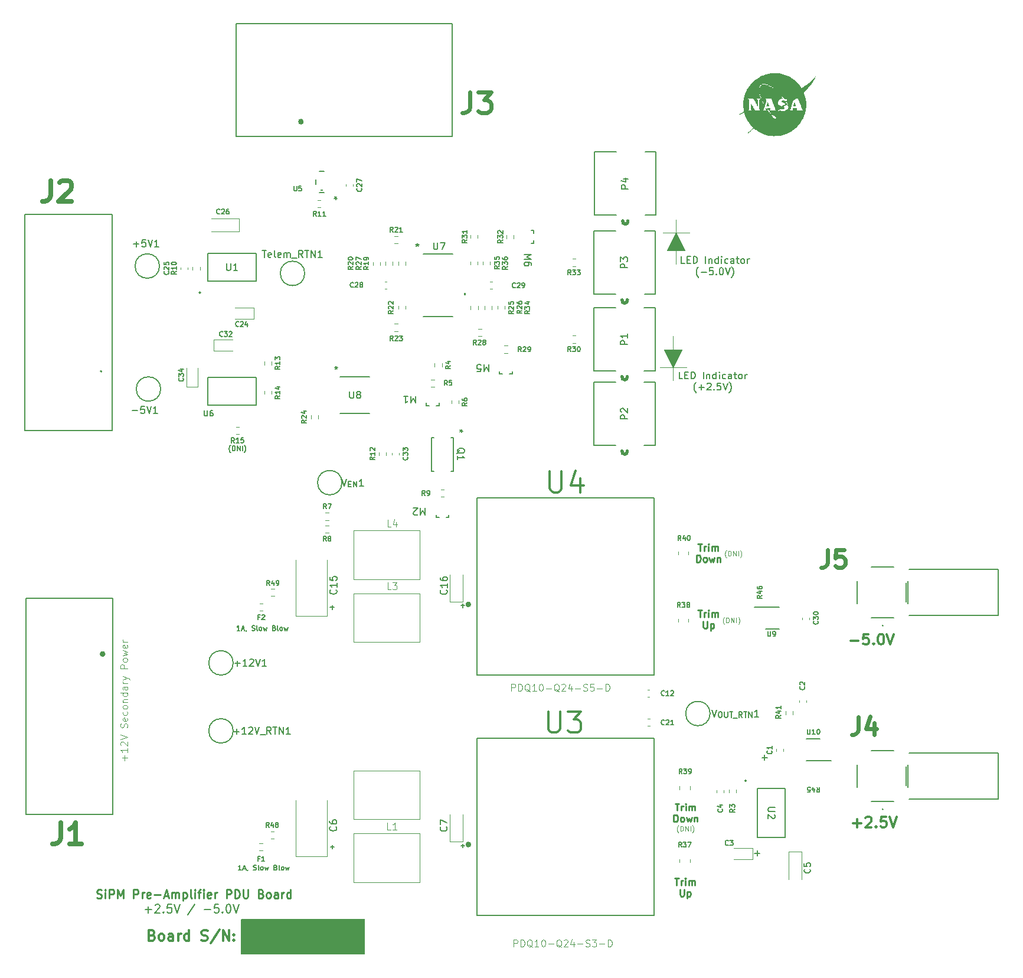
<source format=gbr>
%TF.GenerationSoftware,KiCad,Pcbnew,8.0.6*%
%TF.CreationDate,2025-05-15T16:07:21-04:00*%
%TF.ProjectId,2 - COLD_TPC_P25M5,32202d20-434f-44c4-945f-5450435f5032,rev?*%
%TF.SameCoordinates,Original*%
%TF.FileFunction,Legend,Top*%
%TF.FilePolarity,Positive*%
%FSLAX46Y46*%
G04 Gerber Fmt 4.6, Leading zero omitted, Abs format (unit mm)*
G04 Created by KiCad (PCBNEW 8.0.6) date 2025-05-15 16:07:21*
%MOMM*%
%LPD*%
G01*
G04 APERTURE LIST*
%ADD10C,0.100000*%
%ADD11C,0.200000*%
%ADD12C,0.300000*%
%ADD13C,0.150000*%
%ADD14C,0.250000*%
%ADD15C,0.240000*%
%ADD16C,0.650000*%
%ADD17C,0.600000*%
%ADD18C,0.120000*%
%ADD19C,0.152400*%
%ADD20C,0.000000*%
%ADD21C,0.127000*%
%ADD22C,0.400000*%
%ADD23C,0.508000*%
G04 APERTURE END LIST*
D10*
X220367000Y-78261000D02*
X220367000Y-76356000D01*
X219955000Y-97495000D02*
X218685000Y-94955000D01*
X221225000Y-94955000D01*
X219955000Y-97495000D01*
G36*
X219955000Y-97495000D02*
G01*
X218685000Y-94955000D01*
X221225000Y-94955000D01*
X219955000Y-97495000D01*
G37*
X218462000Y-78261000D02*
X222272000Y-78261000D01*
X221637000Y-80801000D02*
X219097000Y-80801000D01*
X220367000Y-78261000D01*
X221637000Y-80801000D01*
G36*
X221637000Y-80801000D02*
G01*
X219097000Y-80801000D01*
X220367000Y-78261000D01*
X221637000Y-80801000D01*
G37*
X220367000Y-80801000D02*
X220367000Y-82706000D01*
X219955000Y-94955000D02*
X219955000Y-93050000D01*
X219955000Y-97495000D02*
X219955000Y-99400000D01*
X221860000Y-97495000D02*
X218050000Y-97495000D01*
D11*
X221616666Y-82627275D02*
X221140476Y-82627275D01*
X221140476Y-82627275D02*
X221140476Y-81627275D01*
X221950000Y-82103465D02*
X222283333Y-82103465D01*
X222426190Y-82627275D02*
X221950000Y-82627275D01*
X221950000Y-82627275D02*
X221950000Y-81627275D01*
X221950000Y-81627275D02*
X222426190Y-81627275D01*
X222854762Y-82627275D02*
X222854762Y-81627275D01*
X222854762Y-81627275D02*
X223092857Y-81627275D01*
X223092857Y-81627275D02*
X223235714Y-81674894D01*
X223235714Y-81674894D02*
X223330952Y-81770132D01*
X223330952Y-81770132D02*
X223378571Y-81865370D01*
X223378571Y-81865370D02*
X223426190Y-82055846D01*
X223426190Y-82055846D02*
X223426190Y-82198703D01*
X223426190Y-82198703D02*
X223378571Y-82389179D01*
X223378571Y-82389179D02*
X223330952Y-82484417D01*
X223330952Y-82484417D02*
X223235714Y-82579656D01*
X223235714Y-82579656D02*
X223092857Y-82627275D01*
X223092857Y-82627275D02*
X222854762Y-82627275D01*
X224616667Y-82627275D02*
X224616667Y-81627275D01*
X225092857Y-81960608D02*
X225092857Y-82627275D01*
X225092857Y-82055846D02*
X225140476Y-82008227D01*
X225140476Y-82008227D02*
X225235714Y-81960608D01*
X225235714Y-81960608D02*
X225378571Y-81960608D01*
X225378571Y-81960608D02*
X225473809Y-82008227D01*
X225473809Y-82008227D02*
X225521428Y-82103465D01*
X225521428Y-82103465D02*
X225521428Y-82627275D01*
X226426190Y-82627275D02*
X226426190Y-81627275D01*
X226426190Y-82579656D02*
X226330952Y-82627275D01*
X226330952Y-82627275D02*
X226140476Y-82627275D01*
X226140476Y-82627275D02*
X226045238Y-82579656D01*
X226045238Y-82579656D02*
X225997619Y-82532036D01*
X225997619Y-82532036D02*
X225950000Y-82436798D01*
X225950000Y-82436798D02*
X225950000Y-82151084D01*
X225950000Y-82151084D02*
X225997619Y-82055846D01*
X225997619Y-82055846D02*
X226045238Y-82008227D01*
X226045238Y-82008227D02*
X226140476Y-81960608D01*
X226140476Y-81960608D02*
X226330952Y-81960608D01*
X226330952Y-81960608D02*
X226426190Y-82008227D01*
X226902381Y-82627275D02*
X226902381Y-81960608D01*
X226902381Y-81627275D02*
X226854762Y-81674894D01*
X226854762Y-81674894D02*
X226902381Y-81722513D01*
X226902381Y-81722513D02*
X226950000Y-81674894D01*
X226950000Y-81674894D02*
X226902381Y-81627275D01*
X226902381Y-81627275D02*
X226902381Y-81722513D01*
X227807142Y-82579656D02*
X227711904Y-82627275D01*
X227711904Y-82627275D02*
X227521428Y-82627275D01*
X227521428Y-82627275D02*
X227426190Y-82579656D01*
X227426190Y-82579656D02*
X227378571Y-82532036D01*
X227378571Y-82532036D02*
X227330952Y-82436798D01*
X227330952Y-82436798D02*
X227330952Y-82151084D01*
X227330952Y-82151084D02*
X227378571Y-82055846D01*
X227378571Y-82055846D02*
X227426190Y-82008227D01*
X227426190Y-82008227D02*
X227521428Y-81960608D01*
X227521428Y-81960608D02*
X227711904Y-81960608D01*
X227711904Y-81960608D02*
X227807142Y-82008227D01*
X228664285Y-82627275D02*
X228664285Y-82103465D01*
X228664285Y-82103465D02*
X228616666Y-82008227D01*
X228616666Y-82008227D02*
X228521428Y-81960608D01*
X228521428Y-81960608D02*
X228330952Y-81960608D01*
X228330952Y-81960608D02*
X228235714Y-82008227D01*
X228664285Y-82579656D02*
X228569047Y-82627275D01*
X228569047Y-82627275D02*
X228330952Y-82627275D01*
X228330952Y-82627275D02*
X228235714Y-82579656D01*
X228235714Y-82579656D02*
X228188095Y-82484417D01*
X228188095Y-82484417D02*
X228188095Y-82389179D01*
X228188095Y-82389179D02*
X228235714Y-82293941D01*
X228235714Y-82293941D02*
X228330952Y-82246322D01*
X228330952Y-82246322D02*
X228569047Y-82246322D01*
X228569047Y-82246322D02*
X228664285Y-82198703D01*
X228997619Y-81960608D02*
X229378571Y-81960608D01*
X229140476Y-81627275D02*
X229140476Y-82484417D01*
X229140476Y-82484417D02*
X229188095Y-82579656D01*
X229188095Y-82579656D02*
X229283333Y-82627275D01*
X229283333Y-82627275D02*
X229378571Y-82627275D01*
X229854762Y-82627275D02*
X229759524Y-82579656D01*
X229759524Y-82579656D02*
X229711905Y-82532036D01*
X229711905Y-82532036D02*
X229664286Y-82436798D01*
X229664286Y-82436798D02*
X229664286Y-82151084D01*
X229664286Y-82151084D02*
X229711905Y-82055846D01*
X229711905Y-82055846D02*
X229759524Y-82008227D01*
X229759524Y-82008227D02*
X229854762Y-81960608D01*
X229854762Y-81960608D02*
X229997619Y-81960608D01*
X229997619Y-81960608D02*
X230092857Y-82008227D01*
X230092857Y-82008227D02*
X230140476Y-82055846D01*
X230140476Y-82055846D02*
X230188095Y-82151084D01*
X230188095Y-82151084D02*
X230188095Y-82436798D01*
X230188095Y-82436798D02*
X230140476Y-82532036D01*
X230140476Y-82532036D02*
X230092857Y-82579656D01*
X230092857Y-82579656D02*
X229997619Y-82627275D01*
X229997619Y-82627275D02*
X229854762Y-82627275D01*
X230616667Y-82627275D02*
X230616667Y-81960608D01*
X230616667Y-82151084D02*
X230664286Y-82055846D01*
X230664286Y-82055846D02*
X230711905Y-82008227D01*
X230711905Y-82008227D02*
X230807143Y-81960608D01*
X230807143Y-81960608D02*
X230902381Y-81960608D01*
X223569047Y-84618171D02*
X223521428Y-84570552D01*
X223521428Y-84570552D02*
X223426190Y-84427695D01*
X223426190Y-84427695D02*
X223378571Y-84332457D01*
X223378571Y-84332457D02*
X223330952Y-84189600D01*
X223330952Y-84189600D02*
X223283333Y-83951504D01*
X223283333Y-83951504D02*
X223283333Y-83761028D01*
X223283333Y-83761028D02*
X223330952Y-83522933D01*
X223330952Y-83522933D02*
X223378571Y-83380076D01*
X223378571Y-83380076D02*
X223426190Y-83284838D01*
X223426190Y-83284838D02*
X223521428Y-83141980D01*
X223521428Y-83141980D02*
X223569047Y-83094361D01*
X223950000Y-83856266D02*
X224711905Y-83856266D01*
X225664285Y-83237219D02*
X225188095Y-83237219D01*
X225188095Y-83237219D02*
X225140476Y-83713409D01*
X225140476Y-83713409D02*
X225188095Y-83665790D01*
X225188095Y-83665790D02*
X225283333Y-83618171D01*
X225283333Y-83618171D02*
X225521428Y-83618171D01*
X225521428Y-83618171D02*
X225616666Y-83665790D01*
X225616666Y-83665790D02*
X225664285Y-83713409D01*
X225664285Y-83713409D02*
X225711904Y-83808647D01*
X225711904Y-83808647D02*
X225711904Y-84046742D01*
X225711904Y-84046742D02*
X225664285Y-84141980D01*
X225664285Y-84141980D02*
X225616666Y-84189600D01*
X225616666Y-84189600D02*
X225521428Y-84237219D01*
X225521428Y-84237219D02*
X225283333Y-84237219D01*
X225283333Y-84237219D02*
X225188095Y-84189600D01*
X225188095Y-84189600D02*
X225140476Y-84141980D01*
X226140476Y-84141980D02*
X226188095Y-84189600D01*
X226188095Y-84189600D02*
X226140476Y-84237219D01*
X226140476Y-84237219D02*
X226092857Y-84189600D01*
X226092857Y-84189600D02*
X226140476Y-84141980D01*
X226140476Y-84141980D02*
X226140476Y-84237219D01*
X226807142Y-83237219D02*
X226902380Y-83237219D01*
X226902380Y-83237219D02*
X226997618Y-83284838D01*
X226997618Y-83284838D02*
X227045237Y-83332457D01*
X227045237Y-83332457D02*
X227092856Y-83427695D01*
X227092856Y-83427695D02*
X227140475Y-83618171D01*
X227140475Y-83618171D02*
X227140475Y-83856266D01*
X227140475Y-83856266D02*
X227092856Y-84046742D01*
X227092856Y-84046742D02*
X227045237Y-84141980D01*
X227045237Y-84141980D02*
X226997618Y-84189600D01*
X226997618Y-84189600D02*
X226902380Y-84237219D01*
X226902380Y-84237219D02*
X226807142Y-84237219D01*
X226807142Y-84237219D02*
X226711904Y-84189600D01*
X226711904Y-84189600D02*
X226664285Y-84141980D01*
X226664285Y-84141980D02*
X226616666Y-84046742D01*
X226616666Y-84046742D02*
X226569047Y-83856266D01*
X226569047Y-83856266D02*
X226569047Y-83618171D01*
X226569047Y-83618171D02*
X226616666Y-83427695D01*
X226616666Y-83427695D02*
X226664285Y-83332457D01*
X226664285Y-83332457D02*
X226711904Y-83284838D01*
X226711904Y-83284838D02*
X226807142Y-83237219D01*
X227426190Y-83237219D02*
X227759523Y-84237219D01*
X227759523Y-84237219D02*
X228092856Y-83237219D01*
X228330952Y-84618171D02*
X228378571Y-84570552D01*
X228378571Y-84570552D02*
X228473809Y-84427695D01*
X228473809Y-84427695D02*
X228521428Y-84332457D01*
X228521428Y-84332457D02*
X228569047Y-84189600D01*
X228569047Y-84189600D02*
X228616666Y-83951504D01*
X228616666Y-83951504D02*
X228616666Y-83761028D01*
X228616666Y-83761028D02*
X228569047Y-83522933D01*
X228569047Y-83522933D02*
X228521428Y-83380076D01*
X228521428Y-83380076D02*
X228473809Y-83284838D01*
X228473809Y-83284838D02*
X228378571Y-83141980D01*
X228378571Y-83141980D02*
X228330952Y-83094361D01*
D12*
X145232010Y-178935114D02*
X145446296Y-179006542D01*
X145446296Y-179006542D02*
X145517725Y-179077971D01*
X145517725Y-179077971D02*
X145589153Y-179220828D01*
X145589153Y-179220828D02*
X145589153Y-179435114D01*
X145589153Y-179435114D02*
X145517725Y-179577971D01*
X145517725Y-179577971D02*
X145446296Y-179649400D01*
X145446296Y-179649400D02*
X145303439Y-179720828D01*
X145303439Y-179720828D02*
X144732010Y-179720828D01*
X144732010Y-179720828D02*
X144732010Y-178220828D01*
X144732010Y-178220828D02*
X145232010Y-178220828D01*
X145232010Y-178220828D02*
X145374868Y-178292257D01*
X145374868Y-178292257D02*
X145446296Y-178363685D01*
X145446296Y-178363685D02*
X145517725Y-178506542D01*
X145517725Y-178506542D02*
X145517725Y-178649400D01*
X145517725Y-178649400D02*
X145446296Y-178792257D01*
X145446296Y-178792257D02*
X145374868Y-178863685D01*
X145374868Y-178863685D02*
X145232010Y-178935114D01*
X145232010Y-178935114D02*
X144732010Y-178935114D01*
X146446296Y-179720828D02*
X146303439Y-179649400D01*
X146303439Y-179649400D02*
X146232010Y-179577971D01*
X146232010Y-179577971D02*
X146160582Y-179435114D01*
X146160582Y-179435114D02*
X146160582Y-179006542D01*
X146160582Y-179006542D02*
X146232010Y-178863685D01*
X146232010Y-178863685D02*
X146303439Y-178792257D01*
X146303439Y-178792257D02*
X146446296Y-178720828D01*
X146446296Y-178720828D02*
X146660582Y-178720828D01*
X146660582Y-178720828D02*
X146803439Y-178792257D01*
X146803439Y-178792257D02*
X146874868Y-178863685D01*
X146874868Y-178863685D02*
X146946296Y-179006542D01*
X146946296Y-179006542D02*
X146946296Y-179435114D01*
X146946296Y-179435114D02*
X146874868Y-179577971D01*
X146874868Y-179577971D02*
X146803439Y-179649400D01*
X146803439Y-179649400D02*
X146660582Y-179720828D01*
X146660582Y-179720828D02*
X146446296Y-179720828D01*
X148232011Y-179720828D02*
X148232011Y-178935114D01*
X148232011Y-178935114D02*
X148160582Y-178792257D01*
X148160582Y-178792257D02*
X148017725Y-178720828D01*
X148017725Y-178720828D02*
X147732011Y-178720828D01*
X147732011Y-178720828D02*
X147589153Y-178792257D01*
X148232011Y-179649400D02*
X148089153Y-179720828D01*
X148089153Y-179720828D02*
X147732011Y-179720828D01*
X147732011Y-179720828D02*
X147589153Y-179649400D01*
X147589153Y-179649400D02*
X147517725Y-179506542D01*
X147517725Y-179506542D02*
X147517725Y-179363685D01*
X147517725Y-179363685D02*
X147589153Y-179220828D01*
X147589153Y-179220828D02*
X147732011Y-179149400D01*
X147732011Y-179149400D02*
X148089153Y-179149400D01*
X148089153Y-179149400D02*
X148232011Y-179077971D01*
X148946296Y-179720828D02*
X148946296Y-178720828D01*
X148946296Y-179006542D02*
X149017725Y-178863685D01*
X149017725Y-178863685D02*
X149089154Y-178792257D01*
X149089154Y-178792257D02*
X149232011Y-178720828D01*
X149232011Y-178720828D02*
X149374868Y-178720828D01*
X150517725Y-179720828D02*
X150517725Y-178220828D01*
X150517725Y-179649400D02*
X150374867Y-179720828D01*
X150374867Y-179720828D02*
X150089153Y-179720828D01*
X150089153Y-179720828D02*
X149946296Y-179649400D01*
X149946296Y-179649400D02*
X149874867Y-179577971D01*
X149874867Y-179577971D02*
X149803439Y-179435114D01*
X149803439Y-179435114D02*
X149803439Y-179006542D01*
X149803439Y-179006542D02*
X149874867Y-178863685D01*
X149874867Y-178863685D02*
X149946296Y-178792257D01*
X149946296Y-178792257D02*
X150089153Y-178720828D01*
X150089153Y-178720828D02*
X150374867Y-178720828D01*
X150374867Y-178720828D02*
X150517725Y-178792257D01*
X152303439Y-179649400D02*
X152517725Y-179720828D01*
X152517725Y-179720828D02*
X152874867Y-179720828D01*
X152874867Y-179720828D02*
X153017725Y-179649400D01*
X153017725Y-179649400D02*
X153089153Y-179577971D01*
X153089153Y-179577971D02*
X153160582Y-179435114D01*
X153160582Y-179435114D02*
X153160582Y-179292257D01*
X153160582Y-179292257D02*
X153089153Y-179149400D01*
X153089153Y-179149400D02*
X153017725Y-179077971D01*
X153017725Y-179077971D02*
X152874867Y-179006542D01*
X152874867Y-179006542D02*
X152589153Y-178935114D01*
X152589153Y-178935114D02*
X152446296Y-178863685D01*
X152446296Y-178863685D02*
X152374867Y-178792257D01*
X152374867Y-178792257D02*
X152303439Y-178649400D01*
X152303439Y-178649400D02*
X152303439Y-178506542D01*
X152303439Y-178506542D02*
X152374867Y-178363685D01*
X152374867Y-178363685D02*
X152446296Y-178292257D01*
X152446296Y-178292257D02*
X152589153Y-178220828D01*
X152589153Y-178220828D02*
X152946296Y-178220828D01*
X152946296Y-178220828D02*
X153160582Y-178292257D01*
X154874867Y-178149400D02*
X153589153Y-180077971D01*
X155374867Y-179720828D02*
X155374867Y-178220828D01*
X155374867Y-178220828D02*
X156232010Y-179720828D01*
X156232010Y-179720828D02*
X156232010Y-178220828D01*
X156946296Y-179577971D02*
X157017725Y-179649400D01*
X157017725Y-179649400D02*
X156946296Y-179720828D01*
X156946296Y-179720828D02*
X156874868Y-179649400D01*
X156874868Y-179649400D02*
X156946296Y-179577971D01*
X156946296Y-179577971D02*
X156946296Y-179720828D01*
X156946296Y-178792257D02*
X157017725Y-178863685D01*
X157017725Y-178863685D02*
X156946296Y-178935114D01*
X156946296Y-178935114D02*
X156874868Y-178863685D01*
X156874868Y-178863685D02*
X156946296Y-178792257D01*
X156946296Y-178792257D02*
X156946296Y-178935114D01*
D13*
X170812850Y-166269866D02*
X171346184Y-166269866D01*
X171079517Y-166536533D02*
X171079517Y-166003200D01*
D14*
X220167500Y-170734675D02*
X220738928Y-170734675D01*
X220453214Y-171734675D02*
X220453214Y-170734675D01*
X221072262Y-171734675D02*
X221072262Y-171068008D01*
X221072262Y-171258484D02*
X221119881Y-171163246D01*
X221119881Y-171163246D02*
X221167500Y-171115627D01*
X221167500Y-171115627D02*
X221262738Y-171068008D01*
X221262738Y-171068008D02*
X221357976Y-171068008D01*
X221691310Y-171734675D02*
X221691310Y-171068008D01*
X221691310Y-170734675D02*
X221643691Y-170782294D01*
X221643691Y-170782294D02*
X221691310Y-170829913D01*
X221691310Y-170829913D02*
X221738929Y-170782294D01*
X221738929Y-170782294D02*
X221691310Y-170734675D01*
X221691310Y-170734675D02*
X221691310Y-170829913D01*
X222167500Y-171734675D02*
X222167500Y-171068008D01*
X222167500Y-171163246D02*
X222215119Y-171115627D01*
X222215119Y-171115627D02*
X222310357Y-171068008D01*
X222310357Y-171068008D02*
X222453214Y-171068008D01*
X222453214Y-171068008D02*
X222548452Y-171115627D01*
X222548452Y-171115627D02*
X222596071Y-171210865D01*
X222596071Y-171210865D02*
X222596071Y-171734675D01*
X222596071Y-171210865D02*
X222643690Y-171115627D01*
X222643690Y-171115627D02*
X222738928Y-171068008D01*
X222738928Y-171068008D02*
X222881785Y-171068008D01*
X222881785Y-171068008D02*
X222977024Y-171115627D01*
X222977024Y-171115627D02*
X223024643Y-171210865D01*
X223024643Y-171210865D02*
X223024643Y-171734675D01*
X220929405Y-172344619D02*
X220929405Y-173154142D01*
X220929405Y-173154142D02*
X220977024Y-173249380D01*
X220977024Y-173249380D02*
X221024643Y-173297000D01*
X221024643Y-173297000D02*
X221119881Y-173344619D01*
X221119881Y-173344619D02*
X221310357Y-173344619D01*
X221310357Y-173344619D02*
X221405595Y-173297000D01*
X221405595Y-173297000D02*
X221453214Y-173249380D01*
X221453214Y-173249380D02*
X221500833Y-173154142D01*
X221500833Y-173154142D02*
X221500833Y-172344619D01*
X221977024Y-172677952D02*
X221977024Y-173677952D01*
X221977024Y-172725571D02*
X222072262Y-172677952D01*
X222072262Y-172677952D02*
X222262738Y-172677952D01*
X222262738Y-172677952D02*
X222357976Y-172725571D01*
X222357976Y-172725571D02*
X222405595Y-172773190D01*
X222405595Y-172773190D02*
X222453214Y-172868428D01*
X222453214Y-172868428D02*
X222453214Y-173154142D01*
X222453214Y-173154142D02*
X222405595Y-173249380D01*
X222405595Y-173249380D02*
X222357976Y-173297000D01*
X222357976Y-173297000D02*
X222262738Y-173344619D01*
X222262738Y-173344619D02*
X222072262Y-173344619D01*
X222072262Y-173344619D02*
X221977024Y-173297000D01*
D13*
X156465350Y-109733200D02*
X156432017Y-109699866D01*
X156432017Y-109699866D02*
X156365350Y-109599866D01*
X156365350Y-109599866D02*
X156332017Y-109533200D01*
X156332017Y-109533200D02*
X156298684Y-109433200D01*
X156298684Y-109433200D02*
X156265350Y-109266533D01*
X156265350Y-109266533D02*
X156265350Y-109133200D01*
X156265350Y-109133200D02*
X156298684Y-108966533D01*
X156298684Y-108966533D02*
X156332017Y-108866533D01*
X156332017Y-108866533D02*
X156365350Y-108799866D01*
X156365350Y-108799866D02*
X156432017Y-108699866D01*
X156432017Y-108699866D02*
X156465350Y-108666533D01*
X156732017Y-109466533D02*
X156732017Y-108766533D01*
X156732017Y-108766533D02*
X156898684Y-108766533D01*
X156898684Y-108766533D02*
X156998684Y-108799866D01*
X156998684Y-108799866D02*
X157065351Y-108866533D01*
X157065351Y-108866533D02*
X157098684Y-108933200D01*
X157098684Y-108933200D02*
X157132017Y-109066533D01*
X157132017Y-109066533D02*
X157132017Y-109166533D01*
X157132017Y-109166533D02*
X157098684Y-109299866D01*
X157098684Y-109299866D02*
X157065351Y-109366533D01*
X157065351Y-109366533D02*
X156998684Y-109433200D01*
X156998684Y-109433200D02*
X156898684Y-109466533D01*
X156898684Y-109466533D02*
X156732017Y-109466533D01*
X157432017Y-109466533D02*
X157432017Y-108766533D01*
X157432017Y-108766533D02*
X157832017Y-109466533D01*
X157832017Y-109466533D02*
X157832017Y-108766533D01*
X158165350Y-109466533D02*
X158165350Y-108766533D01*
X158432017Y-109733200D02*
X158465350Y-109699866D01*
X158465350Y-109699866D02*
X158532017Y-109599866D01*
X158532017Y-109599866D02*
X158565350Y-109533200D01*
X158565350Y-109533200D02*
X158598683Y-109433200D01*
X158598683Y-109433200D02*
X158632017Y-109266533D01*
X158632017Y-109266533D02*
X158632017Y-109133200D01*
X158632017Y-109133200D02*
X158598683Y-108966533D01*
X158598683Y-108966533D02*
X158565350Y-108866533D01*
X158565350Y-108866533D02*
X158532017Y-108799866D01*
X158532017Y-108799866D02*
X158465350Y-108699866D01*
X158465350Y-108699866D02*
X158432017Y-108666533D01*
D10*
X197083884Y-180562419D02*
X197083884Y-179562419D01*
X197083884Y-179562419D02*
X197464836Y-179562419D01*
X197464836Y-179562419D02*
X197560074Y-179610038D01*
X197560074Y-179610038D02*
X197607693Y-179657657D01*
X197607693Y-179657657D02*
X197655312Y-179752895D01*
X197655312Y-179752895D02*
X197655312Y-179895752D01*
X197655312Y-179895752D02*
X197607693Y-179990990D01*
X197607693Y-179990990D02*
X197560074Y-180038609D01*
X197560074Y-180038609D02*
X197464836Y-180086228D01*
X197464836Y-180086228D02*
X197083884Y-180086228D01*
X198083884Y-180562419D02*
X198083884Y-179562419D01*
X198083884Y-179562419D02*
X198321979Y-179562419D01*
X198321979Y-179562419D02*
X198464836Y-179610038D01*
X198464836Y-179610038D02*
X198560074Y-179705276D01*
X198560074Y-179705276D02*
X198607693Y-179800514D01*
X198607693Y-179800514D02*
X198655312Y-179990990D01*
X198655312Y-179990990D02*
X198655312Y-180133847D01*
X198655312Y-180133847D02*
X198607693Y-180324323D01*
X198607693Y-180324323D02*
X198560074Y-180419561D01*
X198560074Y-180419561D02*
X198464836Y-180514800D01*
X198464836Y-180514800D02*
X198321979Y-180562419D01*
X198321979Y-180562419D02*
X198083884Y-180562419D01*
X199750550Y-180657657D02*
X199655312Y-180610038D01*
X199655312Y-180610038D02*
X199560074Y-180514800D01*
X199560074Y-180514800D02*
X199417217Y-180371942D01*
X199417217Y-180371942D02*
X199321979Y-180324323D01*
X199321979Y-180324323D02*
X199226741Y-180324323D01*
X199274360Y-180562419D02*
X199179122Y-180514800D01*
X199179122Y-180514800D02*
X199083884Y-180419561D01*
X199083884Y-180419561D02*
X199036265Y-180229085D01*
X199036265Y-180229085D02*
X199036265Y-179895752D01*
X199036265Y-179895752D02*
X199083884Y-179705276D01*
X199083884Y-179705276D02*
X199179122Y-179610038D01*
X199179122Y-179610038D02*
X199274360Y-179562419D01*
X199274360Y-179562419D02*
X199464836Y-179562419D01*
X199464836Y-179562419D02*
X199560074Y-179610038D01*
X199560074Y-179610038D02*
X199655312Y-179705276D01*
X199655312Y-179705276D02*
X199702931Y-179895752D01*
X199702931Y-179895752D02*
X199702931Y-180229085D01*
X199702931Y-180229085D02*
X199655312Y-180419561D01*
X199655312Y-180419561D02*
X199560074Y-180514800D01*
X199560074Y-180514800D02*
X199464836Y-180562419D01*
X199464836Y-180562419D02*
X199274360Y-180562419D01*
X200655312Y-180562419D02*
X200083884Y-180562419D01*
X200369598Y-180562419D02*
X200369598Y-179562419D01*
X200369598Y-179562419D02*
X200274360Y-179705276D01*
X200274360Y-179705276D02*
X200179122Y-179800514D01*
X200179122Y-179800514D02*
X200083884Y-179848133D01*
X201274360Y-179562419D02*
X201369598Y-179562419D01*
X201369598Y-179562419D02*
X201464836Y-179610038D01*
X201464836Y-179610038D02*
X201512455Y-179657657D01*
X201512455Y-179657657D02*
X201560074Y-179752895D01*
X201560074Y-179752895D02*
X201607693Y-179943371D01*
X201607693Y-179943371D02*
X201607693Y-180181466D01*
X201607693Y-180181466D02*
X201560074Y-180371942D01*
X201560074Y-180371942D02*
X201512455Y-180467180D01*
X201512455Y-180467180D02*
X201464836Y-180514800D01*
X201464836Y-180514800D02*
X201369598Y-180562419D01*
X201369598Y-180562419D02*
X201274360Y-180562419D01*
X201274360Y-180562419D02*
X201179122Y-180514800D01*
X201179122Y-180514800D02*
X201131503Y-180467180D01*
X201131503Y-180467180D02*
X201083884Y-180371942D01*
X201083884Y-180371942D02*
X201036265Y-180181466D01*
X201036265Y-180181466D02*
X201036265Y-179943371D01*
X201036265Y-179943371D02*
X201083884Y-179752895D01*
X201083884Y-179752895D02*
X201131503Y-179657657D01*
X201131503Y-179657657D02*
X201179122Y-179610038D01*
X201179122Y-179610038D02*
X201274360Y-179562419D01*
X202036265Y-180181466D02*
X202798170Y-180181466D01*
X203941026Y-180657657D02*
X203845788Y-180610038D01*
X203845788Y-180610038D02*
X203750550Y-180514800D01*
X203750550Y-180514800D02*
X203607693Y-180371942D01*
X203607693Y-180371942D02*
X203512455Y-180324323D01*
X203512455Y-180324323D02*
X203417217Y-180324323D01*
X203464836Y-180562419D02*
X203369598Y-180514800D01*
X203369598Y-180514800D02*
X203274360Y-180419561D01*
X203274360Y-180419561D02*
X203226741Y-180229085D01*
X203226741Y-180229085D02*
X203226741Y-179895752D01*
X203226741Y-179895752D02*
X203274360Y-179705276D01*
X203274360Y-179705276D02*
X203369598Y-179610038D01*
X203369598Y-179610038D02*
X203464836Y-179562419D01*
X203464836Y-179562419D02*
X203655312Y-179562419D01*
X203655312Y-179562419D02*
X203750550Y-179610038D01*
X203750550Y-179610038D02*
X203845788Y-179705276D01*
X203845788Y-179705276D02*
X203893407Y-179895752D01*
X203893407Y-179895752D02*
X203893407Y-180229085D01*
X203893407Y-180229085D02*
X203845788Y-180419561D01*
X203845788Y-180419561D02*
X203750550Y-180514800D01*
X203750550Y-180514800D02*
X203655312Y-180562419D01*
X203655312Y-180562419D02*
X203464836Y-180562419D01*
X204274360Y-179657657D02*
X204321979Y-179610038D01*
X204321979Y-179610038D02*
X204417217Y-179562419D01*
X204417217Y-179562419D02*
X204655312Y-179562419D01*
X204655312Y-179562419D02*
X204750550Y-179610038D01*
X204750550Y-179610038D02*
X204798169Y-179657657D01*
X204798169Y-179657657D02*
X204845788Y-179752895D01*
X204845788Y-179752895D02*
X204845788Y-179848133D01*
X204845788Y-179848133D02*
X204798169Y-179990990D01*
X204798169Y-179990990D02*
X204226741Y-180562419D01*
X204226741Y-180562419D02*
X204845788Y-180562419D01*
X205702931Y-179895752D02*
X205702931Y-180562419D01*
X205464836Y-179514800D02*
X205226741Y-180229085D01*
X205226741Y-180229085D02*
X205845788Y-180229085D01*
X206226741Y-180181466D02*
X206988646Y-180181466D01*
X207417217Y-180514800D02*
X207560074Y-180562419D01*
X207560074Y-180562419D02*
X207798169Y-180562419D01*
X207798169Y-180562419D02*
X207893407Y-180514800D01*
X207893407Y-180514800D02*
X207941026Y-180467180D01*
X207941026Y-180467180D02*
X207988645Y-180371942D01*
X207988645Y-180371942D02*
X207988645Y-180276704D01*
X207988645Y-180276704D02*
X207941026Y-180181466D01*
X207941026Y-180181466D02*
X207893407Y-180133847D01*
X207893407Y-180133847D02*
X207798169Y-180086228D01*
X207798169Y-180086228D02*
X207607693Y-180038609D01*
X207607693Y-180038609D02*
X207512455Y-179990990D01*
X207512455Y-179990990D02*
X207464836Y-179943371D01*
X207464836Y-179943371D02*
X207417217Y-179848133D01*
X207417217Y-179848133D02*
X207417217Y-179752895D01*
X207417217Y-179752895D02*
X207464836Y-179657657D01*
X207464836Y-179657657D02*
X207512455Y-179610038D01*
X207512455Y-179610038D02*
X207607693Y-179562419D01*
X207607693Y-179562419D02*
X207845788Y-179562419D01*
X207845788Y-179562419D02*
X207988645Y-179610038D01*
X208321979Y-179562419D02*
X208941026Y-179562419D01*
X208941026Y-179562419D02*
X208607693Y-179943371D01*
X208607693Y-179943371D02*
X208750550Y-179943371D01*
X208750550Y-179943371D02*
X208845788Y-179990990D01*
X208845788Y-179990990D02*
X208893407Y-180038609D01*
X208893407Y-180038609D02*
X208941026Y-180133847D01*
X208941026Y-180133847D02*
X208941026Y-180371942D01*
X208941026Y-180371942D02*
X208893407Y-180467180D01*
X208893407Y-180467180D02*
X208845788Y-180514800D01*
X208845788Y-180514800D02*
X208750550Y-180562419D01*
X208750550Y-180562419D02*
X208464836Y-180562419D01*
X208464836Y-180562419D02*
X208369598Y-180514800D01*
X208369598Y-180514800D02*
X208321979Y-180467180D01*
X209369598Y-180181466D02*
X210131503Y-180181466D01*
X210607693Y-180562419D02*
X210607693Y-179562419D01*
X210607693Y-179562419D02*
X210845788Y-179562419D01*
X210845788Y-179562419D02*
X210988645Y-179610038D01*
X210988645Y-179610038D02*
X211083883Y-179705276D01*
X211083883Y-179705276D02*
X211131502Y-179800514D01*
X211131502Y-179800514D02*
X211179121Y-179990990D01*
X211179121Y-179990990D02*
X211179121Y-180133847D01*
X211179121Y-180133847D02*
X211131502Y-180324323D01*
X211131502Y-180324323D02*
X211083883Y-180419561D01*
X211083883Y-180419561D02*
X210988645Y-180514800D01*
X210988645Y-180514800D02*
X210845788Y-180562419D01*
X210845788Y-180562419D02*
X210607693Y-180562419D01*
D12*
X245764510Y-162879400D02*
X246907368Y-162879400D01*
X246335939Y-163450828D02*
X246335939Y-162307971D01*
X247550225Y-162093685D02*
X247621653Y-162022257D01*
X247621653Y-162022257D02*
X247764511Y-161950828D01*
X247764511Y-161950828D02*
X248121653Y-161950828D01*
X248121653Y-161950828D02*
X248264511Y-162022257D01*
X248264511Y-162022257D02*
X248335939Y-162093685D01*
X248335939Y-162093685D02*
X248407368Y-162236542D01*
X248407368Y-162236542D02*
X248407368Y-162379400D01*
X248407368Y-162379400D02*
X248335939Y-162593685D01*
X248335939Y-162593685D02*
X247478796Y-163450828D01*
X247478796Y-163450828D02*
X248407368Y-163450828D01*
X249050224Y-163307971D02*
X249121653Y-163379400D01*
X249121653Y-163379400D02*
X249050224Y-163450828D01*
X249050224Y-163450828D02*
X248978796Y-163379400D01*
X248978796Y-163379400D02*
X249050224Y-163307971D01*
X249050224Y-163307971D02*
X249050224Y-163450828D01*
X250478796Y-161950828D02*
X249764510Y-161950828D01*
X249764510Y-161950828D02*
X249693082Y-162665114D01*
X249693082Y-162665114D02*
X249764510Y-162593685D01*
X249764510Y-162593685D02*
X249907368Y-162522257D01*
X249907368Y-162522257D02*
X250264510Y-162522257D01*
X250264510Y-162522257D02*
X250407368Y-162593685D01*
X250407368Y-162593685D02*
X250478796Y-162665114D01*
X250478796Y-162665114D02*
X250550225Y-162807971D01*
X250550225Y-162807971D02*
X250550225Y-163165114D01*
X250550225Y-163165114D02*
X250478796Y-163307971D01*
X250478796Y-163307971D02*
X250407368Y-163379400D01*
X250407368Y-163379400D02*
X250264510Y-163450828D01*
X250264510Y-163450828D02*
X249907368Y-163450828D01*
X249907368Y-163450828D02*
X249764510Y-163379400D01*
X249764510Y-163379400D02*
X249693082Y-163307971D01*
X250978796Y-161950828D02*
X251478796Y-163450828D01*
X251478796Y-163450828D02*
X251978796Y-161950828D01*
D15*
X137306465Y-173553520D02*
X137477894Y-173610662D01*
X137477894Y-173610662D02*
X137763608Y-173610662D01*
X137763608Y-173610662D02*
X137877894Y-173553520D01*
X137877894Y-173553520D02*
X137935036Y-173496377D01*
X137935036Y-173496377D02*
X137992179Y-173382091D01*
X137992179Y-173382091D02*
X137992179Y-173267805D01*
X137992179Y-173267805D02*
X137935036Y-173153520D01*
X137935036Y-173153520D02*
X137877894Y-173096377D01*
X137877894Y-173096377D02*
X137763608Y-173039234D01*
X137763608Y-173039234D02*
X137535036Y-172982091D01*
X137535036Y-172982091D02*
X137420751Y-172924948D01*
X137420751Y-172924948D02*
X137363608Y-172867805D01*
X137363608Y-172867805D02*
X137306465Y-172753520D01*
X137306465Y-172753520D02*
X137306465Y-172639234D01*
X137306465Y-172639234D02*
X137363608Y-172524948D01*
X137363608Y-172524948D02*
X137420751Y-172467805D01*
X137420751Y-172467805D02*
X137535036Y-172410662D01*
X137535036Y-172410662D02*
X137820751Y-172410662D01*
X137820751Y-172410662D02*
X137992179Y-172467805D01*
X138506465Y-173610662D02*
X138506465Y-172810662D01*
X138506465Y-172410662D02*
X138449322Y-172467805D01*
X138449322Y-172467805D02*
X138506465Y-172524948D01*
X138506465Y-172524948D02*
X138563608Y-172467805D01*
X138563608Y-172467805D02*
X138506465Y-172410662D01*
X138506465Y-172410662D02*
X138506465Y-172524948D01*
X139077894Y-173610662D02*
X139077894Y-172410662D01*
X139077894Y-172410662D02*
X139535037Y-172410662D01*
X139535037Y-172410662D02*
X139649322Y-172467805D01*
X139649322Y-172467805D02*
X139706465Y-172524948D01*
X139706465Y-172524948D02*
X139763608Y-172639234D01*
X139763608Y-172639234D02*
X139763608Y-172810662D01*
X139763608Y-172810662D02*
X139706465Y-172924948D01*
X139706465Y-172924948D02*
X139649322Y-172982091D01*
X139649322Y-172982091D02*
X139535037Y-173039234D01*
X139535037Y-173039234D02*
X139077894Y-173039234D01*
X140277894Y-173610662D02*
X140277894Y-172410662D01*
X140277894Y-172410662D02*
X140677894Y-173267805D01*
X140677894Y-173267805D02*
X141077894Y-172410662D01*
X141077894Y-172410662D02*
X141077894Y-173610662D01*
X142563609Y-173610662D02*
X142563609Y-172410662D01*
X142563609Y-172410662D02*
X143020752Y-172410662D01*
X143020752Y-172410662D02*
X143135037Y-172467805D01*
X143135037Y-172467805D02*
X143192180Y-172524948D01*
X143192180Y-172524948D02*
X143249323Y-172639234D01*
X143249323Y-172639234D02*
X143249323Y-172810662D01*
X143249323Y-172810662D02*
X143192180Y-172924948D01*
X143192180Y-172924948D02*
X143135037Y-172982091D01*
X143135037Y-172982091D02*
X143020752Y-173039234D01*
X143020752Y-173039234D02*
X142563609Y-173039234D01*
X143763609Y-173610662D02*
X143763609Y-172810662D01*
X143763609Y-173039234D02*
X143820752Y-172924948D01*
X143820752Y-172924948D02*
X143877895Y-172867805D01*
X143877895Y-172867805D02*
X143992180Y-172810662D01*
X143992180Y-172810662D02*
X144106466Y-172810662D01*
X144963609Y-173553520D02*
X144849323Y-173610662D01*
X144849323Y-173610662D02*
X144620752Y-173610662D01*
X144620752Y-173610662D02*
X144506466Y-173553520D01*
X144506466Y-173553520D02*
X144449323Y-173439234D01*
X144449323Y-173439234D02*
X144449323Y-172982091D01*
X144449323Y-172982091D02*
X144506466Y-172867805D01*
X144506466Y-172867805D02*
X144620752Y-172810662D01*
X144620752Y-172810662D02*
X144849323Y-172810662D01*
X144849323Y-172810662D02*
X144963609Y-172867805D01*
X144963609Y-172867805D02*
X145020752Y-172982091D01*
X145020752Y-172982091D02*
X145020752Y-173096377D01*
X145020752Y-173096377D02*
X144449323Y-173210662D01*
X145535037Y-173153520D02*
X146449323Y-173153520D01*
X146963608Y-173267805D02*
X147535037Y-173267805D01*
X146849322Y-173610662D02*
X147249322Y-172410662D01*
X147249322Y-172410662D02*
X147649322Y-173610662D01*
X148049322Y-173610662D02*
X148049322Y-172810662D01*
X148049322Y-172924948D02*
X148106465Y-172867805D01*
X148106465Y-172867805D02*
X148220750Y-172810662D01*
X148220750Y-172810662D02*
X148392179Y-172810662D01*
X148392179Y-172810662D02*
X148506465Y-172867805D01*
X148506465Y-172867805D02*
X148563608Y-172982091D01*
X148563608Y-172982091D02*
X148563608Y-173610662D01*
X148563608Y-172982091D02*
X148620750Y-172867805D01*
X148620750Y-172867805D02*
X148735036Y-172810662D01*
X148735036Y-172810662D02*
X148906465Y-172810662D01*
X148906465Y-172810662D02*
X149020750Y-172867805D01*
X149020750Y-172867805D02*
X149077893Y-172982091D01*
X149077893Y-172982091D02*
X149077893Y-173610662D01*
X149649322Y-172810662D02*
X149649322Y-174010662D01*
X149649322Y-172867805D02*
X149763608Y-172810662D01*
X149763608Y-172810662D02*
X149992179Y-172810662D01*
X149992179Y-172810662D02*
X150106465Y-172867805D01*
X150106465Y-172867805D02*
X150163608Y-172924948D01*
X150163608Y-172924948D02*
X150220750Y-173039234D01*
X150220750Y-173039234D02*
X150220750Y-173382091D01*
X150220750Y-173382091D02*
X150163608Y-173496377D01*
X150163608Y-173496377D02*
X150106465Y-173553520D01*
X150106465Y-173553520D02*
X149992179Y-173610662D01*
X149992179Y-173610662D02*
X149763608Y-173610662D01*
X149763608Y-173610662D02*
X149649322Y-173553520D01*
X150906464Y-173610662D02*
X150792179Y-173553520D01*
X150792179Y-173553520D02*
X150735036Y-173439234D01*
X150735036Y-173439234D02*
X150735036Y-172410662D01*
X151363607Y-173610662D02*
X151363607Y-172810662D01*
X151363607Y-172410662D02*
X151306464Y-172467805D01*
X151306464Y-172467805D02*
X151363607Y-172524948D01*
X151363607Y-172524948D02*
X151420750Y-172467805D01*
X151420750Y-172467805D02*
X151363607Y-172410662D01*
X151363607Y-172410662D02*
X151363607Y-172524948D01*
X151763607Y-172810662D02*
X152220750Y-172810662D01*
X151935036Y-173610662D02*
X151935036Y-172582091D01*
X151935036Y-172582091D02*
X151992179Y-172467805D01*
X151992179Y-172467805D02*
X152106464Y-172410662D01*
X152106464Y-172410662D02*
X152220750Y-172410662D01*
X152620750Y-173610662D02*
X152620750Y-172810662D01*
X152620750Y-172410662D02*
X152563607Y-172467805D01*
X152563607Y-172467805D02*
X152620750Y-172524948D01*
X152620750Y-172524948D02*
X152677893Y-172467805D01*
X152677893Y-172467805D02*
X152620750Y-172410662D01*
X152620750Y-172410662D02*
X152620750Y-172524948D01*
X153649322Y-173553520D02*
X153535036Y-173610662D01*
X153535036Y-173610662D02*
X153306465Y-173610662D01*
X153306465Y-173610662D02*
X153192179Y-173553520D01*
X153192179Y-173553520D02*
X153135036Y-173439234D01*
X153135036Y-173439234D02*
X153135036Y-172982091D01*
X153135036Y-172982091D02*
X153192179Y-172867805D01*
X153192179Y-172867805D02*
X153306465Y-172810662D01*
X153306465Y-172810662D02*
X153535036Y-172810662D01*
X153535036Y-172810662D02*
X153649322Y-172867805D01*
X153649322Y-172867805D02*
X153706465Y-172982091D01*
X153706465Y-172982091D02*
X153706465Y-173096377D01*
X153706465Y-173096377D02*
X153135036Y-173210662D01*
X154220750Y-173610662D02*
X154220750Y-172810662D01*
X154220750Y-173039234D02*
X154277893Y-172924948D01*
X154277893Y-172924948D02*
X154335036Y-172867805D01*
X154335036Y-172867805D02*
X154449321Y-172810662D01*
X154449321Y-172810662D02*
X154563607Y-172810662D01*
X155877893Y-173610662D02*
X155877893Y-172410662D01*
X155877893Y-172410662D02*
X156335036Y-172410662D01*
X156335036Y-172410662D02*
X156449321Y-172467805D01*
X156449321Y-172467805D02*
X156506464Y-172524948D01*
X156506464Y-172524948D02*
X156563607Y-172639234D01*
X156563607Y-172639234D02*
X156563607Y-172810662D01*
X156563607Y-172810662D02*
X156506464Y-172924948D01*
X156506464Y-172924948D02*
X156449321Y-172982091D01*
X156449321Y-172982091D02*
X156335036Y-173039234D01*
X156335036Y-173039234D02*
X155877893Y-173039234D01*
X157077893Y-173610662D02*
X157077893Y-172410662D01*
X157077893Y-172410662D02*
X157363607Y-172410662D01*
X157363607Y-172410662D02*
X157535036Y-172467805D01*
X157535036Y-172467805D02*
X157649321Y-172582091D01*
X157649321Y-172582091D02*
X157706464Y-172696377D01*
X157706464Y-172696377D02*
X157763607Y-172924948D01*
X157763607Y-172924948D02*
X157763607Y-173096377D01*
X157763607Y-173096377D02*
X157706464Y-173324948D01*
X157706464Y-173324948D02*
X157649321Y-173439234D01*
X157649321Y-173439234D02*
X157535036Y-173553520D01*
X157535036Y-173553520D02*
X157363607Y-173610662D01*
X157363607Y-173610662D02*
X157077893Y-173610662D01*
X158277893Y-172410662D02*
X158277893Y-173382091D01*
X158277893Y-173382091D02*
X158335036Y-173496377D01*
X158335036Y-173496377D02*
X158392179Y-173553520D01*
X158392179Y-173553520D02*
X158506464Y-173610662D01*
X158506464Y-173610662D02*
X158735036Y-173610662D01*
X158735036Y-173610662D02*
X158849321Y-173553520D01*
X158849321Y-173553520D02*
X158906464Y-173496377D01*
X158906464Y-173496377D02*
X158963607Y-173382091D01*
X158963607Y-173382091D02*
X158963607Y-172410662D01*
X160849322Y-172982091D02*
X161020750Y-173039234D01*
X161020750Y-173039234D02*
X161077893Y-173096377D01*
X161077893Y-173096377D02*
X161135036Y-173210662D01*
X161135036Y-173210662D02*
X161135036Y-173382091D01*
X161135036Y-173382091D02*
X161077893Y-173496377D01*
X161077893Y-173496377D02*
X161020750Y-173553520D01*
X161020750Y-173553520D02*
X160906465Y-173610662D01*
X160906465Y-173610662D02*
X160449322Y-173610662D01*
X160449322Y-173610662D02*
X160449322Y-172410662D01*
X160449322Y-172410662D02*
X160849322Y-172410662D01*
X160849322Y-172410662D02*
X160963608Y-172467805D01*
X160963608Y-172467805D02*
X161020750Y-172524948D01*
X161020750Y-172524948D02*
X161077893Y-172639234D01*
X161077893Y-172639234D02*
X161077893Y-172753520D01*
X161077893Y-172753520D02*
X161020750Y-172867805D01*
X161020750Y-172867805D02*
X160963608Y-172924948D01*
X160963608Y-172924948D02*
X160849322Y-172982091D01*
X160849322Y-172982091D02*
X160449322Y-172982091D01*
X161820750Y-173610662D02*
X161706465Y-173553520D01*
X161706465Y-173553520D02*
X161649322Y-173496377D01*
X161649322Y-173496377D02*
X161592179Y-173382091D01*
X161592179Y-173382091D02*
X161592179Y-173039234D01*
X161592179Y-173039234D02*
X161649322Y-172924948D01*
X161649322Y-172924948D02*
X161706465Y-172867805D01*
X161706465Y-172867805D02*
X161820750Y-172810662D01*
X161820750Y-172810662D02*
X161992179Y-172810662D01*
X161992179Y-172810662D02*
X162106465Y-172867805D01*
X162106465Y-172867805D02*
X162163608Y-172924948D01*
X162163608Y-172924948D02*
X162220750Y-173039234D01*
X162220750Y-173039234D02*
X162220750Y-173382091D01*
X162220750Y-173382091D02*
X162163608Y-173496377D01*
X162163608Y-173496377D02*
X162106465Y-173553520D01*
X162106465Y-173553520D02*
X161992179Y-173610662D01*
X161992179Y-173610662D02*
X161820750Y-173610662D01*
X163249322Y-173610662D02*
X163249322Y-172982091D01*
X163249322Y-172982091D02*
X163192179Y-172867805D01*
X163192179Y-172867805D02*
X163077893Y-172810662D01*
X163077893Y-172810662D02*
X162849322Y-172810662D01*
X162849322Y-172810662D02*
X162735036Y-172867805D01*
X163249322Y-173553520D02*
X163135036Y-173610662D01*
X163135036Y-173610662D02*
X162849322Y-173610662D01*
X162849322Y-173610662D02*
X162735036Y-173553520D01*
X162735036Y-173553520D02*
X162677893Y-173439234D01*
X162677893Y-173439234D02*
X162677893Y-173324948D01*
X162677893Y-173324948D02*
X162735036Y-173210662D01*
X162735036Y-173210662D02*
X162849322Y-173153520D01*
X162849322Y-173153520D02*
X163135036Y-173153520D01*
X163135036Y-173153520D02*
X163249322Y-173096377D01*
X163820750Y-173610662D02*
X163820750Y-172810662D01*
X163820750Y-173039234D02*
X163877893Y-172924948D01*
X163877893Y-172924948D02*
X163935036Y-172867805D01*
X163935036Y-172867805D02*
X164049321Y-172810662D01*
X164049321Y-172810662D02*
X164163607Y-172810662D01*
X165077893Y-173610662D02*
X165077893Y-172410662D01*
X165077893Y-173553520D02*
X164963607Y-173610662D01*
X164963607Y-173610662D02*
X164735035Y-173610662D01*
X164735035Y-173610662D02*
X164620750Y-173553520D01*
X164620750Y-173553520D02*
X164563607Y-173496377D01*
X164563607Y-173496377D02*
X164506464Y-173382091D01*
X164506464Y-173382091D02*
X164506464Y-173039234D01*
X164506464Y-173039234D02*
X164563607Y-172924948D01*
X164563607Y-172924948D02*
X164620750Y-172867805D01*
X164620750Y-172867805D02*
X164735035Y-172810662D01*
X164735035Y-172810662D02*
X164963607Y-172810662D01*
X164963607Y-172810662D02*
X165077893Y-172867805D01*
D11*
X221286666Y-99167275D02*
X220810476Y-99167275D01*
X220810476Y-99167275D02*
X220810476Y-98167275D01*
X221620000Y-98643465D02*
X221953333Y-98643465D01*
X222096190Y-99167275D02*
X221620000Y-99167275D01*
X221620000Y-99167275D02*
X221620000Y-98167275D01*
X221620000Y-98167275D02*
X222096190Y-98167275D01*
X222524762Y-99167275D02*
X222524762Y-98167275D01*
X222524762Y-98167275D02*
X222762857Y-98167275D01*
X222762857Y-98167275D02*
X222905714Y-98214894D01*
X222905714Y-98214894D02*
X223000952Y-98310132D01*
X223000952Y-98310132D02*
X223048571Y-98405370D01*
X223048571Y-98405370D02*
X223096190Y-98595846D01*
X223096190Y-98595846D02*
X223096190Y-98738703D01*
X223096190Y-98738703D02*
X223048571Y-98929179D01*
X223048571Y-98929179D02*
X223000952Y-99024417D01*
X223000952Y-99024417D02*
X222905714Y-99119656D01*
X222905714Y-99119656D02*
X222762857Y-99167275D01*
X222762857Y-99167275D02*
X222524762Y-99167275D01*
X224286667Y-99167275D02*
X224286667Y-98167275D01*
X224762857Y-98500608D02*
X224762857Y-99167275D01*
X224762857Y-98595846D02*
X224810476Y-98548227D01*
X224810476Y-98548227D02*
X224905714Y-98500608D01*
X224905714Y-98500608D02*
X225048571Y-98500608D01*
X225048571Y-98500608D02*
X225143809Y-98548227D01*
X225143809Y-98548227D02*
X225191428Y-98643465D01*
X225191428Y-98643465D02*
X225191428Y-99167275D01*
X226096190Y-99167275D02*
X226096190Y-98167275D01*
X226096190Y-99119656D02*
X226000952Y-99167275D01*
X226000952Y-99167275D02*
X225810476Y-99167275D01*
X225810476Y-99167275D02*
X225715238Y-99119656D01*
X225715238Y-99119656D02*
X225667619Y-99072036D01*
X225667619Y-99072036D02*
X225620000Y-98976798D01*
X225620000Y-98976798D02*
X225620000Y-98691084D01*
X225620000Y-98691084D02*
X225667619Y-98595846D01*
X225667619Y-98595846D02*
X225715238Y-98548227D01*
X225715238Y-98548227D02*
X225810476Y-98500608D01*
X225810476Y-98500608D02*
X226000952Y-98500608D01*
X226000952Y-98500608D02*
X226096190Y-98548227D01*
X226572381Y-99167275D02*
X226572381Y-98500608D01*
X226572381Y-98167275D02*
X226524762Y-98214894D01*
X226524762Y-98214894D02*
X226572381Y-98262513D01*
X226572381Y-98262513D02*
X226620000Y-98214894D01*
X226620000Y-98214894D02*
X226572381Y-98167275D01*
X226572381Y-98167275D02*
X226572381Y-98262513D01*
X227477142Y-99119656D02*
X227381904Y-99167275D01*
X227381904Y-99167275D02*
X227191428Y-99167275D01*
X227191428Y-99167275D02*
X227096190Y-99119656D01*
X227096190Y-99119656D02*
X227048571Y-99072036D01*
X227048571Y-99072036D02*
X227000952Y-98976798D01*
X227000952Y-98976798D02*
X227000952Y-98691084D01*
X227000952Y-98691084D02*
X227048571Y-98595846D01*
X227048571Y-98595846D02*
X227096190Y-98548227D01*
X227096190Y-98548227D02*
X227191428Y-98500608D01*
X227191428Y-98500608D02*
X227381904Y-98500608D01*
X227381904Y-98500608D02*
X227477142Y-98548227D01*
X228334285Y-99167275D02*
X228334285Y-98643465D01*
X228334285Y-98643465D02*
X228286666Y-98548227D01*
X228286666Y-98548227D02*
X228191428Y-98500608D01*
X228191428Y-98500608D02*
X228000952Y-98500608D01*
X228000952Y-98500608D02*
X227905714Y-98548227D01*
X228334285Y-99119656D02*
X228239047Y-99167275D01*
X228239047Y-99167275D02*
X228000952Y-99167275D01*
X228000952Y-99167275D02*
X227905714Y-99119656D01*
X227905714Y-99119656D02*
X227858095Y-99024417D01*
X227858095Y-99024417D02*
X227858095Y-98929179D01*
X227858095Y-98929179D02*
X227905714Y-98833941D01*
X227905714Y-98833941D02*
X228000952Y-98786322D01*
X228000952Y-98786322D02*
X228239047Y-98786322D01*
X228239047Y-98786322D02*
X228334285Y-98738703D01*
X228667619Y-98500608D02*
X229048571Y-98500608D01*
X228810476Y-98167275D02*
X228810476Y-99024417D01*
X228810476Y-99024417D02*
X228858095Y-99119656D01*
X228858095Y-99119656D02*
X228953333Y-99167275D01*
X228953333Y-99167275D02*
X229048571Y-99167275D01*
X229524762Y-99167275D02*
X229429524Y-99119656D01*
X229429524Y-99119656D02*
X229381905Y-99072036D01*
X229381905Y-99072036D02*
X229334286Y-98976798D01*
X229334286Y-98976798D02*
X229334286Y-98691084D01*
X229334286Y-98691084D02*
X229381905Y-98595846D01*
X229381905Y-98595846D02*
X229429524Y-98548227D01*
X229429524Y-98548227D02*
X229524762Y-98500608D01*
X229524762Y-98500608D02*
X229667619Y-98500608D01*
X229667619Y-98500608D02*
X229762857Y-98548227D01*
X229762857Y-98548227D02*
X229810476Y-98595846D01*
X229810476Y-98595846D02*
X229858095Y-98691084D01*
X229858095Y-98691084D02*
X229858095Y-98976798D01*
X229858095Y-98976798D02*
X229810476Y-99072036D01*
X229810476Y-99072036D02*
X229762857Y-99119656D01*
X229762857Y-99119656D02*
X229667619Y-99167275D01*
X229667619Y-99167275D02*
X229524762Y-99167275D01*
X230286667Y-99167275D02*
X230286667Y-98500608D01*
X230286667Y-98691084D02*
X230334286Y-98595846D01*
X230334286Y-98595846D02*
X230381905Y-98548227D01*
X230381905Y-98548227D02*
X230477143Y-98500608D01*
X230477143Y-98500608D02*
X230572381Y-98500608D01*
X223239047Y-101158171D02*
X223191428Y-101110552D01*
X223191428Y-101110552D02*
X223096190Y-100967695D01*
X223096190Y-100967695D02*
X223048571Y-100872457D01*
X223048571Y-100872457D02*
X223000952Y-100729600D01*
X223000952Y-100729600D02*
X222953333Y-100491504D01*
X222953333Y-100491504D02*
X222953333Y-100301028D01*
X222953333Y-100301028D02*
X223000952Y-100062933D01*
X223000952Y-100062933D02*
X223048571Y-99920076D01*
X223048571Y-99920076D02*
X223096190Y-99824838D01*
X223096190Y-99824838D02*
X223191428Y-99681980D01*
X223191428Y-99681980D02*
X223239047Y-99634361D01*
X223620000Y-100396266D02*
X224381905Y-100396266D01*
X224000952Y-100777219D02*
X224000952Y-100015314D01*
X224810476Y-99872457D02*
X224858095Y-99824838D01*
X224858095Y-99824838D02*
X224953333Y-99777219D01*
X224953333Y-99777219D02*
X225191428Y-99777219D01*
X225191428Y-99777219D02*
X225286666Y-99824838D01*
X225286666Y-99824838D02*
X225334285Y-99872457D01*
X225334285Y-99872457D02*
X225381904Y-99967695D01*
X225381904Y-99967695D02*
X225381904Y-100062933D01*
X225381904Y-100062933D02*
X225334285Y-100205790D01*
X225334285Y-100205790D02*
X224762857Y-100777219D01*
X224762857Y-100777219D02*
X225381904Y-100777219D01*
X225810476Y-100681980D02*
X225858095Y-100729600D01*
X225858095Y-100729600D02*
X225810476Y-100777219D01*
X225810476Y-100777219D02*
X225762857Y-100729600D01*
X225762857Y-100729600D02*
X225810476Y-100681980D01*
X225810476Y-100681980D02*
X225810476Y-100777219D01*
X226762856Y-99777219D02*
X226286666Y-99777219D01*
X226286666Y-99777219D02*
X226239047Y-100253409D01*
X226239047Y-100253409D02*
X226286666Y-100205790D01*
X226286666Y-100205790D02*
X226381904Y-100158171D01*
X226381904Y-100158171D02*
X226619999Y-100158171D01*
X226619999Y-100158171D02*
X226715237Y-100205790D01*
X226715237Y-100205790D02*
X226762856Y-100253409D01*
X226762856Y-100253409D02*
X226810475Y-100348647D01*
X226810475Y-100348647D02*
X226810475Y-100586742D01*
X226810475Y-100586742D02*
X226762856Y-100681980D01*
X226762856Y-100681980D02*
X226715237Y-100729600D01*
X226715237Y-100729600D02*
X226619999Y-100777219D01*
X226619999Y-100777219D02*
X226381904Y-100777219D01*
X226381904Y-100777219D02*
X226286666Y-100729600D01*
X226286666Y-100729600D02*
X226239047Y-100681980D01*
X227096190Y-99777219D02*
X227429523Y-100777219D01*
X227429523Y-100777219D02*
X227762856Y-99777219D01*
X228000952Y-101158171D02*
X228048571Y-101110552D01*
X228048571Y-101110552D02*
X228143809Y-100967695D01*
X228143809Y-100967695D02*
X228191428Y-100872457D01*
X228191428Y-100872457D02*
X228239047Y-100729600D01*
X228239047Y-100729600D02*
X228286666Y-100491504D01*
X228286666Y-100491504D02*
X228286666Y-100301028D01*
X228286666Y-100301028D02*
X228239047Y-100062933D01*
X228239047Y-100062933D02*
X228191428Y-99920076D01*
X228191428Y-99920076D02*
X228143809Y-99824838D01*
X228143809Y-99824838D02*
X228048571Y-99681980D01*
X228048571Y-99681980D02*
X228000952Y-99634361D01*
D10*
X220719955Y-164235800D02*
X220686622Y-164202466D01*
X220686622Y-164202466D02*
X220619955Y-164102466D01*
X220619955Y-164102466D02*
X220586622Y-164035800D01*
X220586622Y-164035800D02*
X220553289Y-163935800D01*
X220553289Y-163935800D02*
X220519955Y-163769133D01*
X220519955Y-163769133D02*
X220519955Y-163635800D01*
X220519955Y-163635800D02*
X220553289Y-163469133D01*
X220553289Y-163469133D02*
X220586622Y-163369133D01*
X220586622Y-163369133D02*
X220619955Y-163302466D01*
X220619955Y-163302466D02*
X220686622Y-163202466D01*
X220686622Y-163202466D02*
X220719955Y-163169133D01*
X220986622Y-163969133D02*
X220986622Y-163269133D01*
X220986622Y-163269133D02*
X221153289Y-163269133D01*
X221153289Y-163269133D02*
X221253289Y-163302466D01*
X221253289Y-163302466D02*
X221319956Y-163369133D01*
X221319956Y-163369133D02*
X221353289Y-163435800D01*
X221353289Y-163435800D02*
X221386622Y-163569133D01*
X221386622Y-163569133D02*
X221386622Y-163669133D01*
X221386622Y-163669133D02*
X221353289Y-163802466D01*
X221353289Y-163802466D02*
X221319956Y-163869133D01*
X221319956Y-163869133D02*
X221253289Y-163935800D01*
X221253289Y-163935800D02*
X221153289Y-163969133D01*
X221153289Y-163969133D02*
X220986622Y-163969133D01*
X221686622Y-163969133D02*
X221686622Y-163269133D01*
X221686622Y-163269133D02*
X222086622Y-163969133D01*
X222086622Y-163969133D02*
X222086622Y-163269133D01*
X222419955Y-163969133D02*
X222419955Y-163269133D01*
X222686622Y-164235800D02*
X222719955Y-164202466D01*
X222719955Y-164202466D02*
X222786622Y-164102466D01*
X222786622Y-164102466D02*
X222819955Y-164035800D01*
X222819955Y-164035800D02*
X222853288Y-163935800D01*
X222853288Y-163935800D02*
X222886622Y-163769133D01*
X222886622Y-163769133D02*
X222886622Y-163635800D01*
X222886622Y-163635800D02*
X222853288Y-163469133D01*
X222853288Y-163469133D02*
X222819955Y-163369133D01*
X222819955Y-163369133D02*
X222786622Y-163302466D01*
X222786622Y-163302466D02*
X222719955Y-163202466D01*
X222719955Y-163202466D02*
X222686622Y-163169133D01*
D13*
X158009517Y-169576533D02*
X157609517Y-169576533D01*
X157809517Y-169576533D02*
X157809517Y-168876533D01*
X157809517Y-168876533D02*
X157742850Y-168976533D01*
X157742850Y-168976533D02*
X157676184Y-169043200D01*
X157676184Y-169043200D02*
X157609517Y-169076533D01*
X158276184Y-169376533D02*
X158609517Y-169376533D01*
X158209517Y-169576533D02*
X158442851Y-168876533D01*
X158442851Y-168876533D02*
X158676184Y-169576533D01*
X158942851Y-169543200D02*
X158942851Y-169576533D01*
X158942851Y-169576533D02*
X158909517Y-169643200D01*
X158909517Y-169643200D02*
X158876184Y-169676533D01*
X159742850Y-169543200D02*
X159842850Y-169576533D01*
X159842850Y-169576533D02*
X160009517Y-169576533D01*
X160009517Y-169576533D02*
X160076183Y-169543200D01*
X160076183Y-169543200D02*
X160109517Y-169509866D01*
X160109517Y-169509866D02*
X160142850Y-169443200D01*
X160142850Y-169443200D02*
X160142850Y-169376533D01*
X160142850Y-169376533D02*
X160109517Y-169309866D01*
X160109517Y-169309866D02*
X160076183Y-169276533D01*
X160076183Y-169276533D02*
X160009517Y-169243200D01*
X160009517Y-169243200D02*
X159876183Y-169209866D01*
X159876183Y-169209866D02*
X159809517Y-169176533D01*
X159809517Y-169176533D02*
X159776183Y-169143200D01*
X159776183Y-169143200D02*
X159742850Y-169076533D01*
X159742850Y-169076533D02*
X159742850Y-169009866D01*
X159742850Y-169009866D02*
X159776183Y-168943200D01*
X159776183Y-168943200D02*
X159809517Y-168909866D01*
X159809517Y-168909866D02*
X159876183Y-168876533D01*
X159876183Y-168876533D02*
X160042850Y-168876533D01*
X160042850Y-168876533D02*
X160142850Y-168909866D01*
X160542850Y-169576533D02*
X160476184Y-169543200D01*
X160476184Y-169543200D02*
X160442850Y-169476533D01*
X160442850Y-169476533D02*
X160442850Y-168876533D01*
X160909517Y-169576533D02*
X160842851Y-169543200D01*
X160842851Y-169543200D02*
X160809517Y-169509866D01*
X160809517Y-169509866D02*
X160776184Y-169443200D01*
X160776184Y-169443200D02*
X160776184Y-169243200D01*
X160776184Y-169243200D02*
X160809517Y-169176533D01*
X160809517Y-169176533D02*
X160842851Y-169143200D01*
X160842851Y-169143200D02*
X160909517Y-169109866D01*
X160909517Y-169109866D02*
X161009517Y-169109866D01*
X161009517Y-169109866D02*
X161076184Y-169143200D01*
X161076184Y-169143200D02*
X161109517Y-169176533D01*
X161109517Y-169176533D02*
X161142851Y-169243200D01*
X161142851Y-169243200D02*
X161142851Y-169443200D01*
X161142851Y-169443200D02*
X161109517Y-169509866D01*
X161109517Y-169509866D02*
X161076184Y-169543200D01*
X161076184Y-169543200D02*
X161009517Y-169576533D01*
X161009517Y-169576533D02*
X160909517Y-169576533D01*
X161376184Y-169109866D02*
X161509517Y-169576533D01*
X161509517Y-169576533D02*
X161642850Y-169243200D01*
X161642850Y-169243200D02*
X161776184Y-169576533D01*
X161776184Y-169576533D02*
X161909517Y-169109866D01*
X162942850Y-169209866D02*
X163042850Y-169243200D01*
X163042850Y-169243200D02*
X163076183Y-169276533D01*
X163076183Y-169276533D02*
X163109516Y-169343200D01*
X163109516Y-169343200D02*
X163109516Y-169443200D01*
X163109516Y-169443200D02*
X163076183Y-169509866D01*
X163076183Y-169509866D02*
X163042850Y-169543200D01*
X163042850Y-169543200D02*
X162976183Y-169576533D01*
X162976183Y-169576533D02*
X162709516Y-169576533D01*
X162709516Y-169576533D02*
X162709516Y-168876533D01*
X162709516Y-168876533D02*
X162942850Y-168876533D01*
X162942850Y-168876533D02*
X163009516Y-168909866D01*
X163009516Y-168909866D02*
X163042850Y-168943200D01*
X163042850Y-168943200D02*
X163076183Y-169009866D01*
X163076183Y-169009866D02*
X163076183Y-169076533D01*
X163076183Y-169076533D02*
X163042850Y-169143200D01*
X163042850Y-169143200D02*
X163009516Y-169176533D01*
X163009516Y-169176533D02*
X162942850Y-169209866D01*
X162942850Y-169209866D02*
X162709516Y-169209866D01*
X163509516Y-169576533D02*
X163442850Y-169543200D01*
X163442850Y-169543200D02*
X163409516Y-169476533D01*
X163409516Y-169476533D02*
X163409516Y-168876533D01*
X163876183Y-169576533D02*
X163809517Y-169543200D01*
X163809517Y-169543200D02*
X163776183Y-169509866D01*
X163776183Y-169509866D02*
X163742850Y-169443200D01*
X163742850Y-169443200D02*
X163742850Y-169243200D01*
X163742850Y-169243200D02*
X163776183Y-169176533D01*
X163776183Y-169176533D02*
X163809517Y-169143200D01*
X163809517Y-169143200D02*
X163876183Y-169109866D01*
X163876183Y-169109866D02*
X163976183Y-169109866D01*
X163976183Y-169109866D02*
X164042850Y-169143200D01*
X164042850Y-169143200D02*
X164076183Y-169176533D01*
X164076183Y-169176533D02*
X164109517Y-169243200D01*
X164109517Y-169243200D02*
X164109517Y-169443200D01*
X164109517Y-169443200D02*
X164076183Y-169509866D01*
X164076183Y-169509866D02*
X164042850Y-169543200D01*
X164042850Y-169543200D02*
X163976183Y-169576533D01*
X163976183Y-169576533D02*
X163876183Y-169576533D01*
X164342850Y-169109866D02*
X164476183Y-169576533D01*
X164476183Y-169576533D02*
X164609516Y-169243200D01*
X164609516Y-169243200D02*
X164742850Y-169576533D01*
X164742850Y-169576533D02*
X164876183Y-169109866D01*
X189490350Y-131679866D02*
X190023684Y-131679866D01*
X189757017Y-131946533D02*
X189757017Y-131413200D01*
D14*
X223505000Y-122814675D02*
X224076428Y-122814675D01*
X223790714Y-123814675D02*
X223790714Y-122814675D01*
X224409762Y-123814675D02*
X224409762Y-123148008D01*
X224409762Y-123338484D02*
X224457381Y-123243246D01*
X224457381Y-123243246D02*
X224505000Y-123195627D01*
X224505000Y-123195627D02*
X224600238Y-123148008D01*
X224600238Y-123148008D02*
X224695476Y-123148008D01*
X225028810Y-123814675D02*
X225028810Y-123148008D01*
X225028810Y-122814675D02*
X224981191Y-122862294D01*
X224981191Y-122862294D02*
X225028810Y-122909913D01*
X225028810Y-122909913D02*
X225076429Y-122862294D01*
X225076429Y-122862294D02*
X225028810Y-122814675D01*
X225028810Y-122814675D02*
X225028810Y-122909913D01*
X225505000Y-123814675D02*
X225505000Y-123148008D01*
X225505000Y-123243246D02*
X225552619Y-123195627D01*
X225552619Y-123195627D02*
X225647857Y-123148008D01*
X225647857Y-123148008D02*
X225790714Y-123148008D01*
X225790714Y-123148008D02*
X225885952Y-123195627D01*
X225885952Y-123195627D02*
X225933571Y-123290865D01*
X225933571Y-123290865D02*
X225933571Y-123814675D01*
X225933571Y-123290865D02*
X225981190Y-123195627D01*
X225981190Y-123195627D02*
X226076428Y-123148008D01*
X226076428Y-123148008D02*
X226219285Y-123148008D01*
X226219285Y-123148008D02*
X226314524Y-123195627D01*
X226314524Y-123195627D02*
X226362143Y-123290865D01*
X226362143Y-123290865D02*
X226362143Y-123814675D01*
X223314524Y-125424619D02*
X223314524Y-124424619D01*
X223314524Y-124424619D02*
X223552619Y-124424619D01*
X223552619Y-124424619D02*
X223695476Y-124472238D01*
X223695476Y-124472238D02*
X223790714Y-124567476D01*
X223790714Y-124567476D02*
X223838333Y-124662714D01*
X223838333Y-124662714D02*
X223885952Y-124853190D01*
X223885952Y-124853190D02*
X223885952Y-124996047D01*
X223885952Y-124996047D02*
X223838333Y-125186523D01*
X223838333Y-125186523D02*
X223790714Y-125281761D01*
X223790714Y-125281761D02*
X223695476Y-125377000D01*
X223695476Y-125377000D02*
X223552619Y-125424619D01*
X223552619Y-125424619D02*
X223314524Y-125424619D01*
X224457381Y-125424619D02*
X224362143Y-125377000D01*
X224362143Y-125377000D02*
X224314524Y-125329380D01*
X224314524Y-125329380D02*
X224266905Y-125234142D01*
X224266905Y-125234142D02*
X224266905Y-124948428D01*
X224266905Y-124948428D02*
X224314524Y-124853190D01*
X224314524Y-124853190D02*
X224362143Y-124805571D01*
X224362143Y-124805571D02*
X224457381Y-124757952D01*
X224457381Y-124757952D02*
X224600238Y-124757952D01*
X224600238Y-124757952D02*
X224695476Y-124805571D01*
X224695476Y-124805571D02*
X224743095Y-124853190D01*
X224743095Y-124853190D02*
X224790714Y-124948428D01*
X224790714Y-124948428D02*
X224790714Y-125234142D01*
X224790714Y-125234142D02*
X224743095Y-125329380D01*
X224743095Y-125329380D02*
X224695476Y-125377000D01*
X224695476Y-125377000D02*
X224600238Y-125424619D01*
X224600238Y-125424619D02*
X224457381Y-125424619D01*
X225124048Y-124757952D02*
X225314524Y-125424619D01*
X225314524Y-125424619D02*
X225505000Y-124948428D01*
X225505000Y-124948428D02*
X225695476Y-125424619D01*
X225695476Y-125424619D02*
X225885952Y-124757952D01*
X226266905Y-124757952D02*
X226266905Y-125424619D01*
X226266905Y-124853190D02*
X226314524Y-124805571D01*
X226314524Y-124805571D02*
X226409762Y-124757952D01*
X226409762Y-124757952D02*
X226552619Y-124757952D01*
X226552619Y-124757952D02*
X226647857Y-124805571D01*
X226647857Y-124805571D02*
X226695476Y-124900809D01*
X226695476Y-124900809D02*
X226695476Y-125424619D01*
D13*
X189482850Y-166099866D02*
X190016184Y-166099866D01*
X189749517Y-166366533D02*
X189749517Y-165833200D01*
D10*
X227587455Y-124805800D02*
X227554122Y-124772466D01*
X227554122Y-124772466D02*
X227487455Y-124672466D01*
X227487455Y-124672466D02*
X227454122Y-124605800D01*
X227454122Y-124605800D02*
X227420789Y-124505800D01*
X227420789Y-124505800D02*
X227387455Y-124339133D01*
X227387455Y-124339133D02*
X227387455Y-124205800D01*
X227387455Y-124205800D02*
X227420789Y-124039133D01*
X227420789Y-124039133D02*
X227454122Y-123939133D01*
X227454122Y-123939133D02*
X227487455Y-123872466D01*
X227487455Y-123872466D02*
X227554122Y-123772466D01*
X227554122Y-123772466D02*
X227587455Y-123739133D01*
X227854122Y-124539133D02*
X227854122Y-123839133D01*
X227854122Y-123839133D02*
X228020789Y-123839133D01*
X228020789Y-123839133D02*
X228120789Y-123872466D01*
X228120789Y-123872466D02*
X228187456Y-123939133D01*
X228187456Y-123939133D02*
X228220789Y-124005800D01*
X228220789Y-124005800D02*
X228254122Y-124139133D01*
X228254122Y-124139133D02*
X228254122Y-124239133D01*
X228254122Y-124239133D02*
X228220789Y-124372466D01*
X228220789Y-124372466D02*
X228187456Y-124439133D01*
X228187456Y-124439133D02*
X228120789Y-124505800D01*
X228120789Y-124505800D02*
X228020789Y-124539133D01*
X228020789Y-124539133D02*
X227854122Y-124539133D01*
X228554122Y-124539133D02*
X228554122Y-123839133D01*
X228554122Y-123839133D02*
X228954122Y-124539133D01*
X228954122Y-124539133D02*
X228954122Y-123839133D01*
X229287455Y-124539133D02*
X229287455Y-123839133D01*
X229554122Y-124805800D02*
X229587455Y-124772466D01*
X229587455Y-124772466D02*
X229654122Y-124672466D01*
X229654122Y-124672466D02*
X229687455Y-124605800D01*
X229687455Y-124605800D02*
X229720788Y-124505800D01*
X229720788Y-124505800D02*
X229754122Y-124339133D01*
X229754122Y-124339133D02*
X229754122Y-124205800D01*
X229754122Y-124205800D02*
X229720788Y-124039133D01*
X229720788Y-124039133D02*
X229687455Y-123939133D01*
X229687455Y-123939133D02*
X229654122Y-123872466D01*
X229654122Y-123872466D02*
X229587455Y-123772466D01*
X229587455Y-123772466D02*
X229554122Y-123739133D01*
X196748884Y-143922419D02*
X196748884Y-142922419D01*
X196748884Y-142922419D02*
X197129836Y-142922419D01*
X197129836Y-142922419D02*
X197225074Y-142970038D01*
X197225074Y-142970038D02*
X197272693Y-143017657D01*
X197272693Y-143017657D02*
X197320312Y-143112895D01*
X197320312Y-143112895D02*
X197320312Y-143255752D01*
X197320312Y-143255752D02*
X197272693Y-143350990D01*
X197272693Y-143350990D02*
X197225074Y-143398609D01*
X197225074Y-143398609D02*
X197129836Y-143446228D01*
X197129836Y-143446228D02*
X196748884Y-143446228D01*
X197748884Y-143922419D02*
X197748884Y-142922419D01*
X197748884Y-142922419D02*
X197986979Y-142922419D01*
X197986979Y-142922419D02*
X198129836Y-142970038D01*
X198129836Y-142970038D02*
X198225074Y-143065276D01*
X198225074Y-143065276D02*
X198272693Y-143160514D01*
X198272693Y-143160514D02*
X198320312Y-143350990D01*
X198320312Y-143350990D02*
X198320312Y-143493847D01*
X198320312Y-143493847D02*
X198272693Y-143684323D01*
X198272693Y-143684323D02*
X198225074Y-143779561D01*
X198225074Y-143779561D02*
X198129836Y-143874800D01*
X198129836Y-143874800D02*
X197986979Y-143922419D01*
X197986979Y-143922419D02*
X197748884Y-143922419D01*
X199415550Y-144017657D02*
X199320312Y-143970038D01*
X199320312Y-143970038D02*
X199225074Y-143874800D01*
X199225074Y-143874800D02*
X199082217Y-143731942D01*
X199082217Y-143731942D02*
X198986979Y-143684323D01*
X198986979Y-143684323D02*
X198891741Y-143684323D01*
X198939360Y-143922419D02*
X198844122Y-143874800D01*
X198844122Y-143874800D02*
X198748884Y-143779561D01*
X198748884Y-143779561D02*
X198701265Y-143589085D01*
X198701265Y-143589085D02*
X198701265Y-143255752D01*
X198701265Y-143255752D02*
X198748884Y-143065276D01*
X198748884Y-143065276D02*
X198844122Y-142970038D01*
X198844122Y-142970038D02*
X198939360Y-142922419D01*
X198939360Y-142922419D02*
X199129836Y-142922419D01*
X199129836Y-142922419D02*
X199225074Y-142970038D01*
X199225074Y-142970038D02*
X199320312Y-143065276D01*
X199320312Y-143065276D02*
X199367931Y-143255752D01*
X199367931Y-143255752D02*
X199367931Y-143589085D01*
X199367931Y-143589085D02*
X199320312Y-143779561D01*
X199320312Y-143779561D02*
X199225074Y-143874800D01*
X199225074Y-143874800D02*
X199129836Y-143922419D01*
X199129836Y-143922419D02*
X198939360Y-143922419D01*
X200320312Y-143922419D02*
X199748884Y-143922419D01*
X200034598Y-143922419D02*
X200034598Y-142922419D01*
X200034598Y-142922419D02*
X199939360Y-143065276D01*
X199939360Y-143065276D02*
X199844122Y-143160514D01*
X199844122Y-143160514D02*
X199748884Y-143208133D01*
X200939360Y-142922419D02*
X201034598Y-142922419D01*
X201034598Y-142922419D02*
X201129836Y-142970038D01*
X201129836Y-142970038D02*
X201177455Y-143017657D01*
X201177455Y-143017657D02*
X201225074Y-143112895D01*
X201225074Y-143112895D02*
X201272693Y-143303371D01*
X201272693Y-143303371D02*
X201272693Y-143541466D01*
X201272693Y-143541466D02*
X201225074Y-143731942D01*
X201225074Y-143731942D02*
X201177455Y-143827180D01*
X201177455Y-143827180D02*
X201129836Y-143874800D01*
X201129836Y-143874800D02*
X201034598Y-143922419D01*
X201034598Y-143922419D02*
X200939360Y-143922419D01*
X200939360Y-143922419D02*
X200844122Y-143874800D01*
X200844122Y-143874800D02*
X200796503Y-143827180D01*
X200796503Y-143827180D02*
X200748884Y-143731942D01*
X200748884Y-143731942D02*
X200701265Y-143541466D01*
X200701265Y-143541466D02*
X200701265Y-143303371D01*
X200701265Y-143303371D02*
X200748884Y-143112895D01*
X200748884Y-143112895D02*
X200796503Y-143017657D01*
X200796503Y-143017657D02*
X200844122Y-142970038D01*
X200844122Y-142970038D02*
X200939360Y-142922419D01*
X201701265Y-143541466D02*
X202463170Y-143541466D01*
X203606026Y-144017657D02*
X203510788Y-143970038D01*
X203510788Y-143970038D02*
X203415550Y-143874800D01*
X203415550Y-143874800D02*
X203272693Y-143731942D01*
X203272693Y-143731942D02*
X203177455Y-143684323D01*
X203177455Y-143684323D02*
X203082217Y-143684323D01*
X203129836Y-143922419D02*
X203034598Y-143874800D01*
X203034598Y-143874800D02*
X202939360Y-143779561D01*
X202939360Y-143779561D02*
X202891741Y-143589085D01*
X202891741Y-143589085D02*
X202891741Y-143255752D01*
X202891741Y-143255752D02*
X202939360Y-143065276D01*
X202939360Y-143065276D02*
X203034598Y-142970038D01*
X203034598Y-142970038D02*
X203129836Y-142922419D01*
X203129836Y-142922419D02*
X203320312Y-142922419D01*
X203320312Y-142922419D02*
X203415550Y-142970038D01*
X203415550Y-142970038D02*
X203510788Y-143065276D01*
X203510788Y-143065276D02*
X203558407Y-143255752D01*
X203558407Y-143255752D02*
X203558407Y-143589085D01*
X203558407Y-143589085D02*
X203510788Y-143779561D01*
X203510788Y-143779561D02*
X203415550Y-143874800D01*
X203415550Y-143874800D02*
X203320312Y-143922419D01*
X203320312Y-143922419D02*
X203129836Y-143922419D01*
X203939360Y-143017657D02*
X203986979Y-142970038D01*
X203986979Y-142970038D02*
X204082217Y-142922419D01*
X204082217Y-142922419D02*
X204320312Y-142922419D01*
X204320312Y-142922419D02*
X204415550Y-142970038D01*
X204415550Y-142970038D02*
X204463169Y-143017657D01*
X204463169Y-143017657D02*
X204510788Y-143112895D01*
X204510788Y-143112895D02*
X204510788Y-143208133D01*
X204510788Y-143208133D02*
X204463169Y-143350990D01*
X204463169Y-143350990D02*
X203891741Y-143922419D01*
X203891741Y-143922419D02*
X204510788Y-143922419D01*
X205367931Y-143255752D02*
X205367931Y-143922419D01*
X205129836Y-142874800D02*
X204891741Y-143589085D01*
X204891741Y-143589085D02*
X205510788Y-143589085D01*
X205891741Y-143541466D02*
X206653646Y-143541466D01*
X207082217Y-143874800D02*
X207225074Y-143922419D01*
X207225074Y-143922419D02*
X207463169Y-143922419D01*
X207463169Y-143922419D02*
X207558407Y-143874800D01*
X207558407Y-143874800D02*
X207606026Y-143827180D01*
X207606026Y-143827180D02*
X207653645Y-143731942D01*
X207653645Y-143731942D02*
X207653645Y-143636704D01*
X207653645Y-143636704D02*
X207606026Y-143541466D01*
X207606026Y-143541466D02*
X207558407Y-143493847D01*
X207558407Y-143493847D02*
X207463169Y-143446228D01*
X207463169Y-143446228D02*
X207272693Y-143398609D01*
X207272693Y-143398609D02*
X207177455Y-143350990D01*
X207177455Y-143350990D02*
X207129836Y-143303371D01*
X207129836Y-143303371D02*
X207082217Y-143208133D01*
X207082217Y-143208133D02*
X207082217Y-143112895D01*
X207082217Y-143112895D02*
X207129836Y-143017657D01*
X207129836Y-143017657D02*
X207177455Y-142970038D01*
X207177455Y-142970038D02*
X207272693Y-142922419D01*
X207272693Y-142922419D02*
X207510788Y-142922419D01*
X207510788Y-142922419D02*
X207653645Y-142970038D01*
X208558407Y-142922419D02*
X208082217Y-142922419D01*
X208082217Y-142922419D02*
X208034598Y-143398609D01*
X208034598Y-143398609D02*
X208082217Y-143350990D01*
X208082217Y-143350990D02*
X208177455Y-143303371D01*
X208177455Y-143303371D02*
X208415550Y-143303371D01*
X208415550Y-143303371D02*
X208510788Y-143350990D01*
X208510788Y-143350990D02*
X208558407Y-143398609D01*
X208558407Y-143398609D02*
X208606026Y-143493847D01*
X208606026Y-143493847D02*
X208606026Y-143731942D01*
X208606026Y-143731942D02*
X208558407Y-143827180D01*
X208558407Y-143827180D02*
X208510788Y-143874800D01*
X208510788Y-143874800D02*
X208415550Y-143922419D01*
X208415550Y-143922419D02*
X208177455Y-143922419D01*
X208177455Y-143922419D02*
X208082217Y-143874800D01*
X208082217Y-143874800D02*
X208034598Y-143827180D01*
X209034598Y-143541466D02*
X209796503Y-143541466D01*
X210272693Y-143922419D02*
X210272693Y-142922419D01*
X210272693Y-142922419D02*
X210510788Y-142922419D01*
X210510788Y-142922419D02*
X210653645Y-142970038D01*
X210653645Y-142970038D02*
X210748883Y-143065276D01*
X210748883Y-143065276D02*
X210796502Y-143160514D01*
X210796502Y-143160514D02*
X210844121Y-143350990D01*
X210844121Y-143350990D02*
X210844121Y-143493847D01*
X210844121Y-143493847D02*
X210796502Y-143684323D01*
X210796502Y-143684323D02*
X210748883Y-143779561D01*
X210748883Y-143779561D02*
X210653645Y-143874800D01*
X210653645Y-143874800D02*
X210510788Y-143922419D01*
X210510788Y-143922419D02*
X210272693Y-143922419D01*
D13*
X157807017Y-135246533D02*
X157407017Y-135246533D01*
X157607017Y-135246533D02*
X157607017Y-134546533D01*
X157607017Y-134546533D02*
X157540350Y-134646533D01*
X157540350Y-134646533D02*
X157473684Y-134713200D01*
X157473684Y-134713200D02*
X157407017Y-134746533D01*
X158073684Y-135046533D02*
X158407017Y-135046533D01*
X158007017Y-135246533D02*
X158240351Y-134546533D01*
X158240351Y-134546533D02*
X158473684Y-135246533D01*
X158740351Y-135213200D02*
X158740351Y-135246533D01*
X158740351Y-135246533D02*
X158707017Y-135313200D01*
X158707017Y-135313200D02*
X158673684Y-135346533D01*
X159540350Y-135213200D02*
X159640350Y-135246533D01*
X159640350Y-135246533D02*
X159807017Y-135246533D01*
X159807017Y-135246533D02*
X159873683Y-135213200D01*
X159873683Y-135213200D02*
X159907017Y-135179866D01*
X159907017Y-135179866D02*
X159940350Y-135113200D01*
X159940350Y-135113200D02*
X159940350Y-135046533D01*
X159940350Y-135046533D02*
X159907017Y-134979866D01*
X159907017Y-134979866D02*
X159873683Y-134946533D01*
X159873683Y-134946533D02*
X159807017Y-134913200D01*
X159807017Y-134913200D02*
X159673683Y-134879866D01*
X159673683Y-134879866D02*
X159607017Y-134846533D01*
X159607017Y-134846533D02*
X159573683Y-134813200D01*
X159573683Y-134813200D02*
X159540350Y-134746533D01*
X159540350Y-134746533D02*
X159540350Y-134679866D01*
X159540350Y-134679866D02*
X159573683Y-134613200D01*
X159573683Y-134613200D02*
X159607017Y-134579866D01*
X159607017Y-134579866D02*
X159673683Y-134546533D01*
X159673683Y-134546533D02*
X159840350Y-134546533D01*
X159840350Y-134546533D02*
X159940350Y-134579866D01*
X160340350Y-135246533D02*
X160273684Y-135213200D01*
X160273684Y-135213200D02*
X160240350Y-135146533D01*
X160240350Y-135146533D02*
X160240350Y-134546533D01*
X160707017Y-135246533D02*
X160640351Y-135213200D01*
X160640351Y-135213200D02*
X160607017Y-135179866D01*
X160607017Y-135179866D02*
X160573684Y-135113200D01*
X160573684Y-135113200D02*
X160573684Y-134913200D01*
X160573684Y-134913200D02*
X160607017Y-134846533D01*
X160607017Y-134846533D02*
X160640351Y-134813200D01*
X160640351Y-134813200D02*
X160707017Y-134779866D01*
X160707017Y-134779866D02*
X160807017Y-134779866D01*
X160807017Y-134779866D02*
X160873684Y-134813200D01*
X160873684Y-134813200D02*
X160907017Y-134846533D01*
X160907017Y-134846533D02*
X160940351Y-134913200D01*
X160940351Y-134913200D02*
X160940351Y-135113200D01*
X160940351Y-135113200D02*
X160907017Y-135179866D01*
X160907017Y-135179866D02*
X160873684Y-135213200D01*
X160873684Y-135213200D02*
X160807017Y-135246533D01*
X160807017Y-135246533D02*
X160707017Y-135246533D01*
X161173684Y-134779866D02*
X161307017Y-135246533D01*
X161307017Y-135246533D02*
X161440350Y-134913200D01*
X161440350Y-134913200D02*
X161573684Y-135246533D01*
X161573684Y-135246533D02*
X161707017Y-134779866D01*
X162740350Y-134879866D02*
X162840350Y-134913200D01*
X162840350Y-134913200D02*
X162873683Y-134946533D01*
X162873683Y-134946533D02*
X162907016Y-135013200D01*
X162907016Y-135013200D02*
X162907016Y-135113200D01*
X162907016Y-135113200D02*
X162873683Y-135179866D01*
X162873683Y-135179866D02*
X162840350Y-135213200D01*
X162840350Y-135213200D02*
X162773683Y-135246533D01*
X162773683Y-135246533D02*
X162507016Y-135246533D01*
X162507016Y-135246533D02*
X162507016Y-134546533D01*
X162507016Y-134546533D02*
X162740350Y-134546533D01*
X162740350Y-134546533D02*
X162807016Y-134579866D01*
X162807016Y-134579866D02*
X162840350Y-134613200D01*
X162840350Y-134613200D02*
X162873683Y-134679866D01*
X162873683Y-134679866D02*
X162873683Y-134746533D01*
X162873683Y-134746533D02*
X162840350Y-134813200D01*
X162840350Y-134813200D02*
X162807016Y-134846533D01*
X162807016Y-134846533D02*
X162740350Y-134879866D01*
X162740350Y-134879866D02*
X162507016Y-134879866D01*
X163307016Y-135246533D02*
X163240350Y-135213200D01*
X163240350Y-135213200D02*
X163207016Y-135146533D01*
X163207016Y-135146533D02*
X163207016Y-134546533D01*
X163673683Y-135246533D02*
X163607017Y-135213200D01*
X163607017Y-135213200D02*
X163573683Y-135179866D01*
X163573683Y-135179866D02*
X163540350Y-135113200D01*
X163540350Y-135113200D02*
X163540350Y-134913200D01*
X163540350Y-134913200D02*
X163573683Y-134846533D01*
X163573683Y-134846533D02*
X163607017Y-134813200D01*
X163607017Y-134813200D02*
X163673683Y-134779866D01*
X163673683Y-134779866D02*
X163773683Y-134779866D01*
X163773683Y-134779866D02*
X163840350Y-134813200D01*
X163840350Y-134813200D02*
X163873683Y-134846533D01*
X163873683Y-134846533D02*
X163907017Y-134913200D01*
X163907017Y-134913200D02*
X163907017Y-135113200D01*
X163907017Y-135113200D02*
X163873683Y-135179866D01*
X163873683Y-135179866D02*
X163840350Y-135213200D01*
X163840350Y-135213200D02*
X163773683Y-135246533D01*
X163773683Y-135246533D02*
X163673683Y-135246533D01*
X164140350Y-134779866D02*
X164273683Y-135246533D01*
X164273683Y-135246533D02*
X164407016Y-134913200D01*
X164407016Y-134913200D02*
X164540350Y-135246533D01*
X164540350Y-135246533D02*
X164673683Y-134779866D01*
X170760350Y-131939866D02*
X171293684Y-131939866D01*
X171027017Y-132206533D02*
X171027017Y-131673200D01*
D10*
X227307455Y-134365800D02*
X227274122Y-134332466D01*
X227274122Y-134332466D02*
X227207455Y-134232466D01*
X227207455Y-134232466D02*
X227174122Y-134165800D01*
X227174122Y-134165800D02*
X227140789Y-134065800D01*
X227140789Y-134065800D02*
X227107455Y-133899133D01*
X227107455Y-133899133D02*
X227107455Y-133765800D01*
X227107455Y-133765800D02*
X227140789Y-133599133D01*
X227140789Y-133599133D02*
X227174122Y-133499133D01*
X227174122Y-133499133D02*
X227207455Y-133432466D01*
X227207455Y-133432466D02*
X227274122Y-133332466D01*
X227274122Y-133332466D02*
X227307455Y-133299133D01*
X227574122Y-134099133D02*
X227574122Y-133399133D01*
X227574122Y-133399133D02*
X227740789Y-133399133D01*
X227740789Y-133399133D02*
X227840789Y-133432466D01*
X227840789Y-133432466D02*
X227907456Y-133499133D01*
X227907456Y-133499133D02*
X227940789Y-133565800D01*
X227940789Y-133565800D02*
X227974122Y-133699133D01*
X227974122Y-133699133D02*
X227974122Y-133799133D01*
X227974122Y-133799133D02*
X227940789Y-133932466D01*
X227940789Y-133932466D02*
X227907456Y-133999133D01*
X227907456Y-133999133D02*
X227840789Y-134065800D01*
X227840789Y-134065800D02*
X227740789Y-134099133D01*
X227740789Y-134099133D02*
X227574122Y-134099133D01*
X228274122Y-134099133D02*
X228274122Y-133399133D01*
X228274122Y-133399133D02*
X228674122Y-134099133D01*
X228674122Y-134099133D02*
X228674122Y-133399133D01*
X229007455Y-134099133D02*
X229007455Y-133399133D01*
X229274122Y-134365800D02*
X229307455Y-134332466D01*
X229307455Y-134332466D02*
X229374122Y-134232466D01*
X229374122Y-134232466D02*
X229407455Y-134165800D01*
X229407455Y-134165800D02*
X229440788Y-134065800D01*
X229440788Y-134065800D02*
X229474122Y-133899133D01*
X229474122Y-133899133D02*
X229474122Y-133765800D01*
X229474122Y-133765800D02*
X229440788Y-133599133D01*
X229440788Y-133599133D02*
X229407455Y-133499133D01*
X229407455Y-133499133D02*
X229374122Y-133432466D01*
X229374122Y-133432466D02*
X229307455Y-133332466D01*
X229307455Y-133332466D02*
X229274122Y-133299133D01*
D13*
X144231898Y-175258200D02*
X145146184Y-175258200D01*
X144689041Y-175715342D02*
X144689041Y-174801057D01*
X145660469Y-174629628D02*
X145717612Y-174572485D01*
X145717612Y-174572485D02*
X145831898Y-174515342D01*
X145831898Y-174515342D02*
X146117612Y-174515342D01*
X146117612Y-174515342D02*
X146231898Y-174572485D01*
X146231898Y-174572485D02*
X146289040Y-174629628D01*
X146289040Y-174629628D02*
X146346183Y-174743914D01*
X146346183Y-174743914D02*
X146346183Y-174858200D01*
X146346183Y-174858200D02*
X146289040Y-175029628D01*
X146289040Y-175029628D02*
X145603326Y-175715342D01*
X145603326Y-175715342D02*
X146346183Y-175715342D01*
X146860469Y-175601057D02*
X146917612Y-175658200D01*
X146917612Y-175658200D02*
X146860469Y-175715342D01*
X146860469Y-175715342D02*
X146803326Y-175658200D01*
X146803326Y-175658200D02*
X146860469Y-175601057D01*
X146860469Y-175601057D02*
X146860469Y-175715342D01*
X148003326Y-174515342D02*
X147431898Y-174515342D01*
X147431898Y-174515342D02*
X147374755Y-175086771D01*
X147374755Y-175086771D02*
X147431898Y-175029628D01*
X147431898Y-175029628D02*
X147546184Y-174972485D01*
X147546184Y-174972485D02*
X147831898Y-174972485D01*
X147831898Y-174972485D02*
X147946184Y-175029628D01*
X147946184Y-175029628D02*
X148003326Y-175086771D01*
X148003326Y-175086771D02*
X148060469Y-175201057D01*
X148060469Y-175201057D02*
X148060469Y-175486771D01*
X148060469Y-175486771D02*
X148003326Y-175601057D01*
X148003326Y-175601057D02*
X147946184Y-175658200D01*
X147946184Y-175658200D02*
X147831898Y-175715342D01*
X147831898Y-175715342D02*
X147546184Y-175715342D01*
X147546184Y-175715342D02*
X147431898Y-175658200D01*
X147431898Y-175658200D02*
X147374755Y-175601057D01*
X148403326Y-174515342D02*
X148803326Y-175715342D01*
X148803326Y-175715342D02*
X149203326Y-174515342D01*
X151374755Y-174458200D02*
X150346183Y-176001057D01*
X152689041Y-175258200D02*
X153603327Y-175258200D01*
X154746183Y-174515342D02*
X154174755Y-174515342D01*
X154174755Y-174515342D02*
X154117612Y-175086771D01*
X154117612Y-175086771D02*
X154174755Y-175029628D01*
X154174755Y-175029628D02*
X154289041Y-174972485D01*
X154289041Y-174972485D02*
X154574755Y-174972485D01*
X154574755Y-174972485D02*
X154689041Y-175029628D01*
X154689041Y-175029628D02*
X154746183Y-175086771D01*
X154746183Y-175086771D02*
X154803326Y-175201057D01*
X154803326Y-175201057D02*
X154803326Y-175486771D01*
X154803326Y-175486771D02*
X154746183Y-175601057D01*
X154746183Y-175601057D02*
X154689041Y-175658200D01*
X154689041Y-175658200D02*
X154574755Y-175715342D01*
X154574755Y-175715342D02*
X154289041Y-175715342D01*
X154289041Y-175715342D02*
X154174755Y-175658200D01*
X154174755Y-175658200D02*
X154117612Y-175601057D01*
X155317612Y-175601057D02*
X155374755Y-175658200D01*
X155374755Y-175658200D02*
X155317612Y-175715342D01*
X155317612Y-175715342D02*
X155260469Y-175658200D01*
X155260469Y-175658200D02*
X155317612Y-175601057D01*
X155317612Y-175601057D02*
X155317612Y-175715342D01*
X156117612Y-174515342D02*
X156231898Y-174515342D01*
X156231898Y-174515342D02*
X156346184Y-174572485D01*
X156346184Y-174572485D02*
X156403327Y-174629628D01*
X156403327Y-174629628D02*
X156460469Y-174743914D01*
X156460469Y-174743914D02*
X156517612Y-174972485D01*
X156517612Y-174972485D02*
X156517612Y-175258200D01*
X156517612Y-175258200D02*
X156460469Y-175486771D01*
X156460469Y-175486771D02*
X156403327Y-175601057D01*
X156403327Y-175601057D02*
X156346184Y-175658200D01*
X156346184Y-175658200D02*
X156231898Y-175715342D01*
X156231898Y-175715342D02*
X156117612Y-175715342D01*
X156117612Y-175715342D02*
X156003327Y-175658200D01*
X156003327Y-175658200D02*
X155946184Y-175601057D01*
X155946184Y-175601057D02*
X155889041Y-175486771D01*
X155889041Y-175486771D02*
X155831898Y-175258200D01*
X155831898Y-175258200D02*
X155831898Y-174972485D01*
X155831898Y-174972485D02*
X155889041Y-174743914D01*
X155889041Y-174743914D02*
X155946184Y-174629628D01*
X155946184Y-174629628D02*
X156003327Y-174572485D01*
X156003327Y-174572485D02*
X156117612Y-174515342D01*
X156860469Y-174515342D02*
X157260469Y-175715342D01*
X157260469Y-175715342D02*
X157660469Y-174515342D01*
D12*
X245394510Y-136689400D02*
X246537368Y-136689400D01*
X247965939Y-135760828D02*
X247251653Y-135760828D01*
X247251653Y-135760828D02*
X247180225Y-136475114D01*
X247180225Y-136475114D02*
X247251653Y-136403685D01*
X247251653Y-136403685D02*
X247394511Y-136332257D01*
X247394511Y-136332257D02*
X247751653Y-136332257D01*
X247751653Y-136332257D02*
X247894511Y-136403685D01*
X247894511Y-136403685D02*
X247965939Y-136475114D01*
X247965939Y-136475114D02*
X248037368Y-136617971D01*
X248037368Y-136617971D02*
X248037368Y-136975114D01*
X248037368Y-136975114D02*
X247965939Y-137117971D01*
X247965939Y-137117971D02*
X247894511Y-137189400D01*
X247894511Y-137189400D02*
X247751653Y-137260828D01*
X247751653Y-137260828D02*
X247394511Y-137260828D01*
X247394511Y-137260828D02*
X247251653Y-137189400D01*
X247251653Y-137189400D02*
X247180225Y-137117971D01*
X248680224Y-137117971D02*
X248751653Y-137189400D01*
X248751653Y-137189400D02*
X248680224Y-137260828D01*
X248680224Y-137260828D02*
X248608796Y-137189400D01*
X248608796Y-137189400D02*
X248680224Y-137117971D01*
X248680224Y-137117971D02*
X248680224Y-137260828D01*
X249680225Y-135760828D02*
X249823082Y-135760828D01*
X249823082Y-135760828D02*
X249965939Y-135832257D01*
X249965939Y-135832257D02*
X250037368Y-135903685D01*
X250037368Y-135903685D02*
X250108796Y-136046542D01*
X250108796Y-136046542D02*
X250180225Y-136332257D01*
X250180225Y-136332257D02*
X250180225Y-136689400D01*
X250180225Y-136689400D02*
X250108796Y-136975114D01*
X250108796Y-136975114D02*
X250037368Y-137117971D01*
X250037368Y-137117971D02*
X249965939Y-137189400D01*
X249965939Y-137189400D02*
X249823082Y-137260828D01*
X249823082Y-137260828D02*
X249680225Y-137260828D01*
X249680225Y-137260828D02*
X249537368Y-137189400D01*
X249537368Y-137189400D02*
X249465939Y-137117971D01*
X249465939Y-137117971D02*
X249394510Y-136975114D01*
X249394510Y-136975114D02*
X249323082Y-136689400D01*
X249323082Y-136689400D02*
X249323082Y-136332257D01*
X249323082Y-136332257D02*
X249394510Y-136046542D01*
X249394510Y-136046542D02*
X249465939Y-135903685D01*
X249465939Y-135903685D02*
X249537368Y-135832257D01*
X249537368Y-135832257D02*
X249680225Y-135760828D01*
X250608796Y-135760828D02*
X251108796Y-137260828D01*
X251108796Y-137260828D02*
X251608796Y-135760828D01*
D11*
X233066266Y-153861726D02*
X233066266Y-153099822D01*
X233447219Y-153480774D02*
X232685314Y-153480774D01*
D14*
X220227500Y-160064675D02*
X220798928Y-160064675D01*
X220513214Y-161064675D02*
X220513214Y-160064675D01*
X221132262Y-161064675D02*
X221132262Y-160398008D01*
X221132262Y-160588484D02*
X221179881Y-160493246D01*
X221179881Y-160493246D02*
X221227500Y-160445627D01*
X221227500Y-160445627D02*
X221322738Y-160398008D01*
X221322738Y-160398008D02*
X221417976Y-160398008D01*
X221751310Y-161064675D02*
X221751310Y-160398008D01*
X221751310Y-160064675D02*
X221703691Y-160112294D01*
X221703691Y-160112294D02*
X221751310Y-160159913D01*
X221751310Y-160159913D02*
X221798929Y-160112294D01*
X221798929Y-160112294D02*
X221751310Y-160064675D01*
X221751310Y-160064675D02*
X221751310Y-160159913D01*
X222227500Y-161064675D02*
X222227500Y-160398008D01*
X222227500Y-160493246D02*
X222275119Y-160445627D01*
X222275119Y-160445627D02*
X222370357Y-160398008D01*
X222370357Y-160398008D02*
X222513214Y-160398008D01*
X222513214Y-160398008D02*
X222608452Y-160445627D01*
X222608452Y-160445627D02*
X222656071Y-160540865D01*
X222656071Y-160540865D02*
X222656071Y-161064675D01*
X222656071Y-160540865D02*
X222703690Y-160445627D01*
X222703690Y-160445627D02*
X222798928Y-160398008D01*
X222798928Y-160398008D02*
X222941785Y-160398008D01*
X222941785Y-160398008D02*
X223037024Y-160445627D01*
X223037024Y-160445627D02*
X223084643Y-160540865D01*
X223084643Y-160540865D02*
X223084643Y-161064675D01*
X220037024Y-162674619D02*
X220037024Y-161674619D01*
X220037024Y-161674619D02*
X220275119Y-161674619D01*
X220275119Y-161674619D02*
X220417976Y-161722238D01*
X220417976Y-161722238D02*
X220513214Y-161817476D01*
X220513214Y-161817476D02*
X220560833Y-161912714D01*
X220560833Y-161912714D02*
X220608452Y-162103190D01*
X220608452Y-162103190D02*
X220608452Y-162246047D01*
X220608452Y-162246047D02*
X220560833Y-162436523D01*
X220560833Y-162436523D02*
X220513214Y-162531761D01*
X220513214Y-162531761D02*
X220417976Y-162627000D01*
X220417976Y-162627000D02*
X220275119Y-162674619D01*
X220275119Y-162674619D02*
X220037024Y-162674619D01*
X221179881Y-162674619D02*
X221084643Y-162627000D01*
X221084643Y-162627000D02*
X221037024Y-162579380D01*
X221037024Y-162579380D02*
X220989405Y-162484142D01*
X220989405Y-162484142D02*
X220989405Y-162198428D01*
X220989405Y-162198428D02*
X221037024Y-162103190D01*
X221037024Y-162103190D02*
X221084643Y-162055571D01*
X221084643Y-162055571D02*
X221179881Y-162007952D01*
X221179881Y-162007952D02*
X221322738Y-162007952D01*
X221322738Y-162007952D02*
X221417976Y-162055571D01*
X221417976Y-162055571D02*
X221465595Y-162103190D01*
X221465595Y-162103190D02*
X221513214Y-162198428D01*
X221513214Y-162198428D02*
X221513214Y-162484142D01*
X221513214Y-162484142D02*
X221465595Y-162579380D01*
X221465595Y-162579380D02*
X221417976Y-162627000D01*
X221417976Y-162627000D02*
X221322738Y-162674619D01*
X221322738Y-162674619D02*
X221179881Y-162674619D01*
X221846548Y-162007952D02*
X222037024Y-162674619D01*
X222037024Y-162674619D02*
X222227500Y-162198428D01*
X222227500Y-162198428D02*
X222417976Y-162674619D01*
X222417976Y-162674619D02*
X222608452Y-162007952D01*
X222989405Y-162007952D02*
X222989405Y-162674619D01*
X222989405Y-162103190D02*
X223037024Y-162055571D01*
X223037024Y-162055571D02*
X223132262Y-162007952D01*
X223132262Y-162007952D02*
X223275119Y-162007952D01*
X223275119Y-162007952D02*
X223370357Y-162055571D01*
X223370357Y-162055571D02*
X223417976Y-162150809D01*
X223417976Y-162150809D02*
X223417976Y-162674619D01*
X223505000Y-132314675D02*
X224076428Y-132314675D01*
X223790714Y-133314675D02*
X223790714Y-132314675D01*
X224409762Y-133314675D02*
X224409762Y-132648008D01*
X224409762Y-132838484D02*
X224457381Y-132743246D01*
X224457381Y-132743246D02*
X224505000Y-132695627D01*
X224505000Y-132695627D02*
X224600238Y-132648008D01*
X224600238Y-132648008D02*
X224695476Y-132648008D01*
X225028810Y-133314675D02*
X225028810Y-132648008D01*
X225028810Y-132314675D02*
X224981191Y-132362294D01*
X224981191Y-132362294D02*
X225028810Y-132409913D01*
X225028810Y-132409913D02*
X225076429Y-132362294D01*
X225076429Y-132362294D02*
X225028810Y-132314675D01*
X225028810Y-132314675D02*
X225028810Y-132409913D01*
X225505000Y-133314675D02*
X225505000Y-132648008D01*
X225505000Y-132743246D02*
X225552619Y-132695627D01*
X225552619Y-132695627D02*
X225647857Y-132648008D01*
X225647857Y-132648008D02*
X225790714Y-132648008D01*
X225790714Y-132648008D02*
X225885952Y-132695627D01*
X225885952Y-132695627D02*
X225933571Y-132790865D01*
X225933571Y-132790865D02*
X225933571Y-133314675D01*
X225933571Y-132790865D02*
X225981190Y-132695627D01*
X225981190Y-132695627D02*
X226076428Y-132648008D01*
X226076428Y-132648008D02*
X226219285Y-132648008D01*
X226219285Y-132648008D02*
X226314524Y-132695627D01*
X226314524Y-132695627D02*
X226362143Y-132790865D01*
X226362143Y-132790865D02*
X226362143Y-133314675D01*
X224266905Y-133924619D02*
X224266905Y-134734142D01*
X224266905Y-134734142D02*
X224314524Y-134829380D01*
X224314524Y-134829380D02*
X224362143Y-134877000D01*
X224362143Y-134877000D02*
X224457381Y-134924619D01*
X224457381Y-134924619D02*
X224647857Y-134924619D01*
X224647857Y-134924619D02*
X224743095Y-134877000D01*
X224743095Y-134877000D02*
X224790714Y-134829380D01*
X224790714Y-134829380D02*
X224838333Y-134734142D01*
X224838333Y-134734142D02*
X224838333Y-133924619D01*
X225314524Y-134257952D02*
X225314524Y-135257952D01*
X225314524Y-134305571D02*
X225409762Y-134257952D01*
X225409762Y-134257952D02*
X225600238Y-134257952D01*
X225600238Y-134257952D02*
X225695476Y-134305571D01*
X225695476Y-134305571D02*
X225743095Y-134353190D01*
X225743095Y-134353190D02*
X225790714Y-134448428D01*
X225790714Y-134448428D02*
X225790714Y-134734142D01*
X225790714Y-134734142D02*
X225743095Y-134829380D01*
X225743095Y-134829380D02*
X225695476Y-134877000D01*
X225695476Y-134877000D02*
X225600238Y-134924619D01*
X225600238Y-134924619D02*
X225409762Y-134924619D01*
X225409762Y-134924619D02*
X225314524Y-134877000D01*
D10*
X141291466Y-153876115D02*
X141291466Y-153114211D01*
X141672419Y-153495163D02*
X140910514Y-153495163D01*
X141672419Y-152114211D02*
X141672419Y-152685639D01*
X141672419Y-152399925D02*
X140672419Y-152399925D01*
X140672419Y-152399925D02*
X140815276Y-152495163D01*
X140815276Y-152495163D02*
X140910514Y-152590401D01*
X140910514Y-152590401D02*
X140958133Y-152685639D01*
X140767657Y-151733258D02*
X140720038Y-151685639D01*
X140720038Y-151685639D02*
X140672419Y-151590401D01*
X140672419Y-151590401D02*
X140672419Y-151352306D01*
X140672419Y-151352306D02*
X140720038Y-151257068D01*
X140720038Y-151257068D02*
X140767657Y-151209449D01*
X140767657Y-151209449D02*
X140862895Y-151161830D01*
X140862895Y-151161830D02*
X140958133Y-151161830D01*
X140958133Y-151161830D02*
X141100990Y-151209449D01*
X141100990Y-151209449D02*
X141672419Y-151780877D01*
X141672419Y-151780877D02*
X141672419Y-151161830D01*
X140672419Y-150876115D02*
X141672419Y-150542782D01*
X141672419Y-150542782D02*
X140672419Y-150209449D01*
X141624800Y-149161829D02*
X141672419Y-149018972D01*
X141672419Y-149018972D02*
X141672419Y-148780877D01*
X141672419Y-148780877D02*
X141624800Y-148685639D01*
X141624800Y-148685639D02*
X141577180Y-148638020D01*
X141577180Y-148638020D02*
X141481942Y-148590401D01*
X141481942Y-148590401D02*
X141386704Y-148590401D01*
X141386704Y-148590401D02*
X141291466Y-148638020D01*
X141291466Y-148638020D02*
X141243847Y-148685639D01*
X141243847Y-148685639D02*
X141196228Y-148780877D01*
X141196228Y-148780877D02*
X141148609Y-148971353D01*
X141148609Y-148971353D02*
X141100990Y-149066591D01*
X141100990Y-149066591D02*
X141053371Y-149114210D01*
X141053371Y-149114210D02*
X140958133Y-149161829D01*
X140958133Y-149161829D02*
X140862895Y-149161829D01*
X140862895Y-149161829D02*
X140767657Y-149114210D01*
X140767657Y-149114210D02*
X140720038Y-149066591D01*
X140720038Y-149066591D02*
X140672419Y-148971353D01*
X140672419Y-148971353D02*
X140672419Y-148733258D01*
X140672419Y-148733258D02*
X140720038Y-148590401D01*
X141624800Y-147780877D02*
X141672419Y-147876115D01*
X141672419Y-147876115D02*
X141672419Y-148066591D01*
X141672419Y-148066591D02*
X141624800Y-148161829D01*
X141624800Y-148161829D02*
X141529561Y-148209448D01*
X141529561Y-148209448D02*
X141148609Y-148209448D01*
X141148609Y-148209448D02*
X141053371Y-148161829D01*
X141053371Y-148161829D02*
X141005752Y-148066591D01*
X141005752Y-148066591D02*
X141005752Y-147876115D01*
X141005752Y-147876115D02*
X141053371Y-147780877D01*
X141053371Y-147780877D02*
X141148609Y-147733258D01*
X141148609Y-147733258D02*
X141243847Y-147733258D01*
X141243847Y-147733258D02*
X141339085Y-148209448D01*
X141624800Y-146876115D02*
X141672419Y-146971353D01*
X141672419Y-146971353D02*
X141672419Y-147161829D01*
X141672419Y-147161829D02*
X141624800Y-147257067D01*
X141624800Y-147257067D02*
X141577180Y-147304686D01*
X141577180Y-147304686D02*
X141481942Y-147352305D01*
X141481942Y-147352305D02*
X141196228Y-147352305D01*
X141196228Y-147352305D02*
X141100990Y-147304686D01*
X141100990Y-147304686D02*
X141053371Y-147257067D01*
X141053371Y-147257067D02*
X141005752Y-147161829D01*
X141005752Y-147161829D02*
X141005752Y-146971353D01*
X141005752Y-146971353D02*
X141053371Y-146876115D01*
X141672419Y-146304686D02*
X141624800Y-146399924D01*
X141624800Y-146399924D02*
X141577180Y-146447543D01*
X141577180Y-146447543D02*
X141481942Y-146495162D01*
X141481942Y-146495162D02*
X141196228Y-146495162D01*
X141196228Y-146495162D02*
X141100990Y-146447543D01*
X141100990Y-146447543D02*
X141053371Y-146399924D01*
X141053371Y-146399924D02*
X141005752Y-146304686D01*
X141005752Y-146304686D02*
X141005752Y-146161829D01*
X141005752Y-146161829D02*
X141053371Y-146066591D01*
X141053371Y-146066591D02*
X141100990Y-146018972D01*
X141100990Y-146018972D02*
X141196228Y-145971353D01*
X141196228Y-145971353D02*
X141481942Y-145971353D01*
X141481942Y-145971353D02*
X141577180Y-146018972D01*
X141577180Y-146018972D02*
X141624800Y-146066591D01*
X141624800Y-146066591D02*
X141672419Y-146161829D01*
X141672419Y-146161829D02*
X141672419Y-146304686D01*
X141005752Y-145542781D02*
X141672419Y-145542781D01*
X141100990Y-145542781D02*
X141053371Y-145495162D01*
X141053371Y-145495162D02*
X141005752Y-145399924D01*
X141005752Y-145399924D02*
X141005752Y-145257067D01*
X141005752Y-145257067D02*
X141053371Y-145161829D01*
X141053371Y-145161829D02*
X141148609Y-145114210D01*
X141148609Y-145114210D02*
X141672419Y-145114210D01*
X141672419Y-144209448D02*
X140672419Y-144209448D01*
X141624800Y-144209448D02*
X141672419Y-144304686D01*
X141672419Y-144304686D02*
X141672419Y-144495162D01*
X141672419Y-144495162D02*
X141624800Y-144590400D01*
X141624800Y-144590400D02*
X141577180Y-144638019D01*
X141577180Y-144638019D02*
X141481942Y-144685638D01*
X141481942Y-144685638D02*
X141196228Y-144685638D01*
X141196228Y-144685638D02*
X141100990Y-144638019D01*
X141100990Y-144638019D02*
X141053371Y-144590400D01*
X141053371Y-144590400D02*
X141005752Y-144495162D01*
X141005752Y-144495162D02*
X141005752Y-144304686D01*
X141005752Y-144304686D02*
X141053371Y-144209448D01*
X141672419Y-143304686D02*
X141148609Y-143304686D01*
X141148609Y-143304686D02*
X141053371Y-143352305D01*
X141053371Y-143352305D02*
X141005752Y-143447543D01*
X141005752Y-143447543D02*
X141005752Y-143638019D01*
X141005752Y-143638019D02*
X141053371Y-143733257D01*
X141624800Y-143304686D02*
X141672419Y-143399924D01*
X141672419Y-143399924D02*
X141672419Y-143638019D01*
X141672419Y-143638019D02*
X141624800Y-143733257D01*
X141624800Y-143733257D02*
X141529561Y-143780876D01*
X141529561Y-143780876D02*
X141434323Y-143780876D01*
X141434323Y-143780876D02*
X141339085Y-143733257D01*
X141339085Y-143733257D02*
X141291466Y-143638019D01*
X141291466Y-143638019D02*
X141291466Y-143399924D01*
X141291466Y-143399924D02*
X141243847Y-143304686D01*
X141672419Y-142828495D02*
X141005752Y-142828495D01*
X141196228Y-142828495D02*
X141100990Y-142780876D01*
X141100990Y-142780876D02*
X141053371Y-142733257D01*
X141053371Y-142733257D02*
X141005752Y-142638019D01*
X141005752Y-142638019D02*
X141005752Y-142542781D01*
X141005752Y-142304685D02*
X141672419Y-142066590D01*
X141005752Y-141828495D02*
X141672419Y-142066590D01*
X141672419Y-142066590D02*
X141910514Y-142161828D01*
X141910514Y-142161828D02*
X141958133Y-142209447D01*
X141958133Y-142209447D02*
X142005752Y-142304685D01*
X141672419Y-140685637D02*
X140672419Y-140685637D01*
X140672419Y-140685637D02*
X140672419Y-140304685D01*
X140672419Y-140304685D02*
X140720038Y-140209447D01*
X140720038Y-140209447D02*
X140767657Y-140161828D01*
X140767657Y-140161828D02*
X140862895Y-140114209D01*
X140862895Y-140114209D02*
X141005752Y-140114209D01*
X141005752Y-140114209D02*
X141100990Y-140161828D01*
X141100990Y-140161828D02*
X141148609Y-140209447D01*
X141148609Y-140209447D02*
X141196228Y-140304685D01*
X141196228Y-140304685D02*
X141196228Y-140685637D01*
X141672419Y-139542780D02*
X141624800Y-139638018D01*
X141624800Y-139638018D02*
X141577180Y-139685637D01*
X141577180Y-139685637D02*
X141481942Y-139733256D01*
X141481942Y-139733256D02*
X141196228Y-139733256D01*
X141196228Y-139733256D02*
X141100990Y-139685637D01*
X141100990Y-139685637D02*
X141053371Y-139638018D01*
X141053371Y-139638018D02*
X141005752Y-139542780D01*
X141005752Y-139542780D02*
X141005752Y-139399923D01*
X141005752Y-139399923D02*
X141053371Y-139304685D01*
X141053371Y-139304685D02*
X141100990Y-139257066D01*
X141100990Y-139257066D02*
X141196228Y-139209447D01*
X141196228Y-139209447D02*
X141481942Y-139209447D01*
X141481942Y-139209447D02*
X141577180Y-139257066D01*
X141577180Y-139257066D02*
X141624800Y-139304685D01*
X141624800Y-139304685D02*
X141672419Y-139399923D01*
X141672419Y-139399923D02*
X141672419Y-139542780D01*
X141005752Y-138876113D02*
X141672419Y-138685637D01*
X141672419Y-138685637D02*
X141196228Y-138495161D01*
X141196228Y-138495161D02*
X141672419Y-138304685D01*
X141672419Y-138304685D02*
X141005752Y-138114209D01*
X141624800Y-137352304D02*
X141672419Y-137447542D01*
X141672419Y-137447542D02*
X141672419Y-137638018D01*
X141672419Y-137638018D02*
X141624800Y-137733256D01*
X141624800Y-137733256D02*
X141529561Y-137780875D01*
X141529561Y-137780875D02*
X141148609Y-137780875D01*
X141148609Y-137780875D02*
X141053371Y-137733256D01*
X141053371Y-137733256D02*
X141005752Y-137638018D01*
X141005752Y-137638018D02*
X141005752Y-137447542D01*
X141005752Y-137447542D02*
X141053371Y-137352304D01*
X141053371Y-137352304D02*
X141148609Y-137304685D01*
X141148609Y-137304685D02*
X141243847Y-137304685D01*
X141243847Y-137304685D02*
X141339085Y-137780875D01*
X141672419Y-136876113D02*
X141005752Y-136876113D01*
X141196228Y-136876113D02*
X141100990Y-136828494D01*
X141100990Y-136828494D02*
X141053371Y-136780875D01*
X141053371Y-136780875D02*
X141005752Y-136685637D01*
X141005752Y-136685637D02*
X141005752Y-136590399D01*
D11*
X232016266Y-167571726D02*
X232016266Y-166809822D01*
X232397219Y-167190774D02*
X231635314Y-167190774D01*
D13*
X190364933Y-79220000D02*
X190031600Y-79453333D01*
X190364933Y-79620000D02*
X189664933Y-79620000D01*
X189664933Y-79620000D02*
X189664933Y-79353333D01*
X189664933Y-79353333D02*
X189698266Y-79286667D01*
X189698266Y-79286667D02*
X189731600Y-79253333D01*
X189731600Y-79253333D02*
X189798266Y-79220000D01*
X189798266Y-79220000D02*
X189898266Y-79220000D01*
X189898266Y-79220000D02*
X189964933Y-79253333D01*
X189964933Y-79253333D02*
X189998266Y-79286667D01*
X189998266Y-79286667D02*
X190031600Y-79353333D01*
X190031600Y-79353333D02*
X190031600Y-79620000D01*
X189664933Y-78986667D02*
X189664933Y-78553333D01*
X189664933Y-78553333D02*
X189931600Y-78786667D01*
X189931600Y-78786667D02*
X189931600Y-78686667D01*
X189931600Y-78686667D02*
X189964933Y-78620000D01*
X189964933Y-78620000D02*
X189998266Y-78586667D01*
X189998266Y-78586667D02*
X190064933Y-78553333D01*
X190064933Y-78553333D02*
X190231600Y-78553333D01*
X190231600Y-78553333D02*
X190298266Y-78586667D01*
X190298266Y-78586667D02*
X190331600Y-78620000D01*
X190331600Y-78620000D02*
X190364933Y-78686667D01*
X190364933Y-78686667D02*
X190364933Y-78886667D01*
X190364933Y-78886667D02*
X190331600Y-78953333D01*
X190331600Y-78953333D02*
X190298266Y-78986667D01*
X190364933Y-77886666D02*
X190364933Y-78286666D01*
X190364933Y-78086666D02*
X189664933Y-78086666D01*
X189664933Y-78086666D02*
X189764933Y-78153333D01*
X189764933Y-78153333D02*
X189831600Y-78220000D01*
X189831600Y-78220000D02*
X189864933Y-78286666D01*
X156936190Y-149723866D02*
X157698095Y-149723866D01*
X157317142Y-150104819D02*
X157317142Y-149342914D01*
X158698094Y-150104819D02*
X158126666Y-150104819D01*
X158412380Y-150104819D02*
X158412380Y-149104819D01*
X158412380Y-149104819D02*
X158317142Y-149247676D01*
X158317142Y-149247676D02*
X158221904Y-149342914D01*
X158221904Y-149342914D02*
X158126666Y-149390533D01*
X159079047Y-149200057D02*
X159126666Y-149152438D01*
X159126666Y-149152438D02*
X159221904Y-149104819D01*
X159221904Y-149104819D02*
X159459999Y-149104819D01*
X159459999Y-149104819D02*
X159555237Y-149152438D01*
X159555237Y-149152438D02*
X159602856Y-149200057D01*
X159602856Y-149200057D02*
X159650475Y-149295295D01*
X159650475Y-149295295D02*
X159650475Y-149390533D01*
X159650475Y-149390533D02*
X159602856Y-149533390D01*
X159602856Y-149533390D02*
X159031428Y-150104819D01*
X159031428Y-150104819D02*
X159650475Y-150104819D01*
X159936190Y-149104819D02*
X160269523Y-150104819D01*
X160269523Y-150104819D02*
X160602856Y-149104819D01*
X160698095Y-150200057D02*
X161459999Y-150200057D01*
X162269523Y-150104819D02*
X161936190Y-149628628D01*
X161698095Y-150104819D02*
X161698095Y-149104819D01*
X161698095Y-149104819D02*
X162079047Y-149104819D01*
X162079047Y-149104819D02*
X162174285Y-149152438D01*
X162174285Y-149152438D02*
X162221904Y-149200057D01*
X162221904Y-149200057D02*
X162269523Y-149295295D01*
X162269523Y-149295295D02*
X162269523Y-149438152D01*
X162269523Y-149438152D02*
X162221904Y-149533390D01*
X162221904Y-149533390D02*
X162174285Y-149581009D01*
X162174285Y-149581009D02*
X162079047Y-149628628D01*
X162079047Y-149628628D02*
X161698095Y-149628628D01*
X162555238Y-149104819D02*
X163126666Y-149104819D01*
X162840952Y-150104819D02*
X162840952Y-149104819D01*
X163460000Y-150104819D02*
X163460000Y-149104819D01*
X163460000Y-149104819D02*
X164031428Y-150104819D01*
X164031428Y-150104819D02*
X164031428Y-149104819D01*
X165031428Y-150104819D02*
X164460000Y-150104819D01*
X164745714Y-150104819D02*
X164745714Y-149104819D01*
X164745714Y-149104819D02*
X164650476Y-149247676D01*
X164650476Y-149247676D02*
X164555238Y-149342914D01*
X164555238Y-149342914D02*
X164460000Y-149390533D01*
X147539366Y-83765000D02*
X147572700Y-83798333D01*
X147572700Y-83798333D02*
X147606033Y-83898333D01*
X147606033Y-83898333D02*
X147606033Y-83965000D01*
X147606033Y-83965000D02*
X147572700Y-84065000D01*
X147572700Y-84065000D02*
X147506033Y-84131667D01*
X147506033Y-84131667D02*
X147439366Y-84165000D01*
X147439366Y-84165000D02*
X147306033Y-84198333D01*
X147306033Y-84198333D02*
X147206033Y-84198333D01*
X147206033Y-84198333D02*
X147072700Y-84165000D01*
X147072700Y-84165000D02*
X147006033Y-84131667D01*
X147006033Y-84131667D02*
X146939366Y-84065000D01*
X146939366Y-84065000D02*
X146906033Y-83965000D01*
X146906033Y-83965000D02*
X146906033Y-83898333D01*
X146906033Y-83898333D02*
X146939366Y-83798333D01*
X146939366Y-83798333D02*
X146972700Y-83765000D01*
X146972700Y-83498333D02*
X146939366Y-83465000D01*
X146939366Y-83465000D02*
X146906033Y-83398333D01*
X146906033Y-83398333D02*
X146906033Y-83231667D01*
X146906033Y-83231667D02*
X146939366Y-83165000D01*
X146939366Y-83165000D02*
X146972700Y-83131667D01*
X146972700Y-83131667D02*
X147039366Y-83098333D01*
X147039366Y-83098333D02*
X147106033Y-83098333D01*
X147106033Y-83098333D02*
X147206033Y-83131667D01*
X147206033Y-83131667D02*
X147606033Y-83531667D01*
X147606033Y-83531667D02*
X147606033Y-83098333D01*
X146906033Y-82465000D02*
X146906033Y-82798333D01*
X146906033Y-82798333D02*
X147239366Y-82831666D01*
X147239366Y-82831666D02*
X147206033Y-82798333D01*
X147206033Y-82798333D02*
X147172700Y-82731666D01*
X147172700Y-82731666D02*
X147172700Y-82565000D01*
X147172700Y-82565000D02*
X147206033Y-82498333D01*
X147206033Y-82498333D02*
X147239366Y-82465000D01*
X147239366Y-82465000D02*
X147306033Y-82431666D01*
X147306033Y-82431666D02*
X147472700Y-82431666D01*
X147472700Y-82431666D02*
X147539366Y-82465000D01*
X147539366Y-82465000D02*
X147572700Y-82498333D01*
X147572700Y-82498333D02*
X147606033Y-82565000D01*
X147606033Y-82565000D02*
X147606033Y-82731666D01*
X147606033Y-82731666D02*
X147572700Y-82798333D01*
X147572700Y-82798333D02*
X147539366Y-82831666D01*
X154907499Y-75474366D02*
X154874166Y-75507700D01*
X154874166Y-75507700D02*
X154774166Y-75541033D01*
X154774166Y-75541033D02*
X154707499Y-75541033D01*
X154707499Y-75541033D02*
X154607499Y-75507700D01*
X154607499Y-75507700D02*
X154540833Y-75441033D01*
X154540833Y-75441033D02*
X154507499Y-75374366D01*
X154507499Y-75374366D02*
X154474166Y-75241033D01*
X154474166Y-75241033D02*
X154474166Y-75141033D01*
X154474166Y-75141033D02*
X154507499Y-75007700D01*
X154507499Y-75007700D02*
X154540833Y-74941033D01*
X154540833Y-74941033D02*
X154607499Y-74874366D01*
X154607499Y-74874366D02*
X154707499Y-74841033D01*
X154707499Y-74841033D02*
X154774166Y-74841033D01*
X154774166Y-74841033D02*
X154874166Y-74874366D01*
X154874166Y-74874366D02*
X154907499Y-74907700D01*
X155174166Y-74907700D02*
X155207499Y-74874366D01*
X155207499Y-74874366D02*
X155274166Y-74841033D01*
X155274166Y-74841033D02*
X155440833Y-74841033D01*
X155440833Y-74841033D02*
X155507499Y-74874366D01*
X155507499Y-74874366D02*
X155540833Y-74907700D01*
X155540833Y-74907700D02*
X155574166Y-74974366D01*
X155574166Y-74974366D02*
X155574166Y-75041033D01*
X155574166Y-75041033D02*
X155540833Y-75141033D01*
X155540833Y-75141033D02*
X155140833Y-75541033D01*
X155140833Y-75541033D02*
X155574166Y-75541033D01*
X156174166Y-74841033D02*
X156040833Y-74841033D01*
X156040833Y-74841033D02*
X155974166Y-74874366D01*
X155974166Y-74874366D02*
X155940833Y-74907700D01*
X155940833Y-74907700D02*
X155874166Y-75007700D01*
X155874166Y-75007700D02*
X155840833Y-75141033D01*
X155840833Y-75141033D02*
X155840833Y-75407700D01*
X155840833Y-75407700D02*
X155874166Y-75474366D01*
X155874166Y-75474366D02*
X155907500Y-75507700D01*
X155907500Y-75507700D02*
X155974166Y-75541033D01*
X155974166Y-75541033D02*
X156107500Y-75541033D01*
X156107500Y-75541033D02*
X156174166Y-75507700D01*
X156174166Y-75507700D02*
X156207500Y-75474366D01*
X156207500Y-75474366D02*
X156240833Y-75407700D01*
X156240833Y-75407700D02*
X156240833Y-75241033D01*
X156240833Y-75241033D02*
X156207500Y-75174366D01*
X156207500Y-75174366D02*
X156174166Y-75141033D01*
X156174166Y-75141033D02*
X156107500Y-75107700D01*
X156107500Y-75107700D02*
X155974166Y-75107700D01*
X155974166Y-75107700D02*
X155907500Y-75141033D01*
X155907500Y-75141033D02*
X155874166Y-75174366D01*
X155874166Y-75174366D02*
X155840833Y-75241033D01*
X162064999Y-128786033D02*
X161831666Y-128452700D01*
X161664999Y-128786033D02*
X161664999Y-128086033D01*
X161664999Y-128086033D02*
X161931666Y-128086033D01*
X161931666Y-128086033D02*
X161998333Y-128119366D01*
X161998333Y-128119366D02*
X162031666Y-128152700D01*
X162031666Y-128152700D02*
X162064999Y-128219366D01*
X162064999Y-128219366D02*
X162064999Y-128319366D01*
X162064999Y-128319366D02*
X162031666Y-128386033D01*
X162031666Y-128386033D02*
X161998333Y-128419366D01*
X161998333Y-128419366D02*
X161931666Y-128452700D01*
X161931666Y-128452700D02*
X161664999Y-128452700D01*
X162664999Y-128319366D02*
X162664999Y-128786033D01*
X162498333Y-128052700D02*
X162331666Y-128552700D01*
X162331666Y-128552700D02*
X162764999Y-128552700D01*
X163065000Y-128786033D02*
X163198333Y-128786033D01*
X163198333Y-128786033D02*
X163265000Y-128752700D01*
X163265000Y-128752700D02*
X163298333Y-128719366D01*
X163298333Y-128719366D02*
X163365000Y-128619366D01*
X163365000Y-128619366D02*
X163398333Y-128486033D01*
X163398333Y-128486033D02*
X163398333Y-128219366D01*
X163398333Y-128219366D02*
X163365000Y-128152700D01*
X163365000Y-128152700D02*
X163331666Y-128119366D01*
X163331666Y-128119366D02*
X163265000Y-128086033D01*
X163265000Y-128086033D02*
X163131666Y-128086033D01*
X163131666Y-128086033D02*
X163065000Y-128119366D01*
X163065000Y-128119366D02*
X163031666Y-128152700D01*
X163031666Y-128152700D02*
X162998333Y-128219366D01*
X162998333Y-128219366D02*
X162998333Y-128386033D01*
X162998333Y-128386033D02*
X163031666Y-128452700D01*
X163031666Y-128452700D02*
X163065000Y-128486033D01*
X163065000Y-128486033D02*
X163131666Y-128519366D01*
X163131666Y-128519366D02*
X163265000Y-128519366D01*
X163265000Y-128519366D02*
X163331666Y-128486033D01*
X163331666Y-128486033D02*
X163365000Y-128452700D01*
X163365000Y-128452700D02*
X163398333Y-128386033D01*
X190396033Y-102596666D02*
X190062700Y-102829999D01*
X190396033Y-102996666D02*
X189696033Y-102996666D01*
X189696033Y-102996666D02*
X189696033Y-102729999D01*
X189696033Y-102729999D02*
X189729366Y-102663333D01*
X189729366Y-102663333D02*
X189762700Y-102629999D01*
X189762700Y-102629999D02*
X189829366Y-102596666D01*
X189829366Y-102596666D02*
X189929366Y-102596666D01*
X189929366Y-102596666D02*
X189996033Y-102629999D01*
X189996033Y-102629999D02*
X190029366Y-102663333D01*
X190029366Y-102663333D02*
X190062700Y-102729999D01*
X190062700Y-102729999D02*
X190062700Y-102996666D01*
X189696033Y-101996666D02*
X189696033Y-102129999D01*
X189696033Y-102129999D02*
X189729366Y-102196666D01*
X189729366Y-102196666D02*
X189762700Y-102229999D01*
X189762700Y-102229999D02*
X189862700Y-102296666D01*
X189862700Y-102296666D02*
X189996033Y-102329999D01*
X189996033Y-102329999D02*
X190262700Y-102329999D01*
X190262700Y-102329999D02*
X190329366Y-102296666D01*
X190329366Y-102296666D02*
X190362700Y-102263333D01*
X190362700Y-102263333D02*
X190396033Y-102196666D01*
X190396033Y-102196666D02*
X190396033Y-102063333D01*
X190396033Y-102063333D02*
X190362700Y-101996666D01*
X190362700Y-101996666D02*
X190329366Y-101963333D01*
X190329366Y-101963333D02*
X190262700Y-101929999D01*
X190262700Y-101929999D02*
X190096033Y-101929999D01*
X190096033Y-101929999D02*
X190029366Y-101963333D01*
X190029366Y-101963333D02*
X189996033Y-101996666D01*
X189996033Y-101996666D02*
X189962700Y-102063333D01*
X189962700Y-102063333D02*
X189962700Y-102196666D01*
X189962700Y-102196666D02*
X189996033Y-102263333D01*
X189996033Y-102263333D02*
X190029366Y-102296666D01*
X190029366Y-102296666D02*
X190096033Y-102329999D01*
X234545180Y-160639495D02*
X233735657Y-160639495D01*
X233735657Y-160639495D02*
X233640419Y-160687114D01*
X233640419Y-160687114D02*
X233592800Y-160734733D01*
X233592800Y-160734733D02*
X233545180Y-160829971D01*
X233545180Y-160829971D02*
X233545180Y-161020447D01*
X233545180Y-161020447D02*
X233592800Y-161115685D01*
X233592800Y-161115685D02*
X233640419Y-161163304D01*
X233640419Y-161163304D02*
X233735657Y-161210923D01*
X233735657Y-161210923D02*
X234545180Y-161210923D01*
X234449942Y-161639495D02*
X234497561Y-161687114D01*
X234497561Y-161687114D02*
X234545180Y-161782352D01*
X234545180Y-161782352D02*
X234545180Y-162020447D01*
X234545180Y-162020447D02*
X234497561Y-162115685D01*
X234497561Y-162115685D02*
X234449942Y-162163304D01*
X234449942Y-162163304D02*
X234354704Y-162210923D01*
X234354704Y-162210923D02*
X234259466Y-162210923D01*
X234259466Y-162210923D02*
X234116609Y-162163304D01*
X234116609Y-162163304D02*
X233545180Y-161591876D01*
X233545180Y-161591876D02*
X233545180Y-162210923D01*
X240546600Y-157703966D02*
X240779933Y-158037300D01*
X240946600Y-157703966D02*
X240946600Y-158403966D01*
X240946600Y-158403966D02*
X240679933Y-158403966D01*
X240679933Y-158403966D02*
X240613267Y-158370633D01*
X240613267Y-158370633D02*
X240579933Y-158337300D01*
X240579933Y-158337300D02*
X240546600Y-158270633D01*
X240546600Y-158270633D02*
X240546600Y-158170633D01*
X240546600Y-158170633D02*
X240579933Y-158103966D01*
X240579933Y-158103966D02*
X240613267Y-158070633D01*
X240613267Y-158070633D02*
X240679933Y-158037300D01*
X240679933Y-158037300D02*
X240946600Y-158037300D01*
X239946600Y-158170633D02*
X239946600Y-157703966D01*
X240113267Y-158437300D02*
X240279933Y-157937300D01*
X240279933Y-157937300D02*
X239846600Y-157937300D01*
X239246600Y-158403966D02*
X239579933Y-158403966D01*
X239579933Y-158403966D02*
X239613266Y-158070633D01*
X239613266Y-158070633D02*
X239579933Y-158103966D01*
X239579933Y-158103966D02*
X239513266Y-158137300D01*
X239513266Y-158137300D02*
X239346600Y-158137300D01*
X239346600Y-158137300D02*
X239279933Y-158103966D01*
X239279933Y-158103966D02*
X239246600Y-158070633D01*
X239246600Y-158070633D02*
X239213266Y-158003966D01*
X239213266Y-158003966D02*
X239213266Y-157837300D01*
X239213266Y-157837300D02*
X239246600Y-157770633D01*
X239246600Y-157770633D02*
X239279933Y-157737300D01*
X239279933Y-157737300D02*
X239346600Y-157703966D01*
X239346600Y-157703966D02*
X239513266Y-157703966D01*
X239513266Y-157703966D02*
X239579933Y-157737300D01*
X239579933Y-157737300D02*
X239613266Y-157770633D01*
X218669999Y-144509366D02*
X218636666Y-144542700D01*
X218636666Y-144542700D02*
X218536666Y-144576033D01*
X218536666Y-144576033D02*
X218469999Y-144576033D01*
X218469999Y-144576033D02*
X218369999Y-144542700D01*
X218369999Y-144542700D02*
X218303333Y-144476033D01*
X218303333Y-144476033D02*
X218269999Y-144409366D01*
X218269999Y-144409366D02*
X218236666Y-144276033D01*
X218236666Y-144276033D02*
X218236666Y-144176033D01*
X218236666Y-144176033D02*
X218269999Y-144042700D01*
X218269999Y-144042700D02*
X218303333Y-143976033D01*
X218303333Y-143976033D02*
X218369999Y-143909366D01*
X218369999Y-143909366D02*
X218469999Y-143876033D01*
X218469999Y-143876033D02*
X218536666Y-143876033D01*
X218536666Y-143876033D02*
X218636666Y-143909366D01*
X218636666Y-143909366D02*
X218669999Y-143942700D01*
X219336666Y-144576033D02*
X218936666Y-144576033D01*
X219136666Y-144576033D02*
X219136666Y-143876033D01*
X219136666Y-143876033D02*
X219069999Y-143976033D01*
X219069999Y-143976033D02*
X219003333Y-144042700D01*
X219003333Y-144042700D02*
X218936666Y-144076033D01*
X219603333Y-143942700D02*
X219636666Y-143909366D01*
X219636666Y-143909366D02*
X219703333Y-143876033D01*
X219703333Y-143876033D02*
X219870000Y-143876033D01*
X219870000Y-143876033D02*
X219936666Y-143909366D01*
X219936666Y-143909366D02*
X219970000Y-143942700D01*
X219970000Y-143942700D02*
X220003333Y-144009366D01*
X220003333Y-144009366D02*
X220003333Y-144076033D01*
X220003333Y-144076033D02*
X219970000Y-144176033D01*
X219970000Y-144176033D02*
X219570000Y-144576033D01*
X219570000Y-144576033D02*
X220003333Y-144576033D01*
X152700476Y-103707295D02*
X152700476Y-104354914D01*
X152700476Y-104354914D02*
X152738571Y-104431104D01*
X152738571Y-104431104D02*
X152776666Y-104469200D01*
X152776666Y-104469200D02*
X152852857Y-104507295D01*
X152852857Y-104507295D02*
X153005238Y-104507295D01*
X153005238Y-104507295D02*
X153081428Y-104469200D01*
X153081428Y-104469200D02*
X153119523Y-104431104D01*
X153119523Y-104431104D02*
X153157619Y-104354914D01*
X153157619Y-104354914D02*
X153157619Y-103707295D01*
X153881428Y-103707295D02*
X153729047Y-103707295D01*
X153729047Y-103707295D02*
X153652856Y-103745390D01*
X153652856Y-103745390D02*
X153614761Y-103783485D01*
X153614761Y-103783485D02*
X153538571Y-103897771D01*
X153538571Y-103897771D02*
X153500475Y-104050152D01*
X153500475Y-104050152D02*
X153500475Y-104354914D01*
X153500475Y-104354914D02*
X153538571Y-104431104D01*
X153538571Y-104431104D02*
X153576666Y-104469200D01*
X153576666Y-104469200D02*
X153652856Y-104507295D01*
X153652856Y-104507295D02*
X153805237Y-104507295D01*
X153805237Y-104507295D02*
X153881428Y-104469200D01*
X153881428Y-104469200D02*
X153919523Y-104431104D01*
X153919523Y-104431104D02*
X153957618Y-104354914D01*
X153957618Y-104354914D02*
X153957618Y-104164438D01*
X153957618Y-104164438D02*
X153919523Y-104088247D01*
X153919523Y-104088247D02*
X153881428Y-104050152D01*
X153881428Y-104050152D02*
X153805237Y-104012057D01*
X153805237Y-104012057D02*
X153652856Y-104012057D01*
X153652856Y-104012057D02*
X153576666Y-104050152D01*
X153576666Y-104050152D02*
X153538571Y-104088247D01*
X153538571Y-104088247D02*
X153500475Y-104164438D01*
X148686033Y-83755000D02*
X148352700Y-83988333D01*
X148686033Y-84155000D02*
X147986033Y-84155000D01*
X147986033Y-84155000D02*
X147986033Y-83888333D01*
X147986033Y-83888333D02*
X148019366Y-83821667D01*
X148019366Y-83821667D02*
X148052700Y-83788333D01*
X148052700Y-83788333D02*
X148119366Y-83755000D01*
X148119366Y-83755000D02*
X148219366Y-83755000D01*
X148219366Y-83755000D02*
X148286033Y-83788333D01*
X148286033Y-83788333D02*
X148319366Y-83821667D01*
X148319366Y-83821667D02*
X148352700Y-83888333D01*
X148352700Y-83888333D02*
X148352700Y-84155000D01*
X148686033Y-83088333D02*
X148686033Y-83488333D01*
X148686033Y-83288333D02*
X147986033Y-83288333D01*
X147986033Y-83288333D02*
X148086033Y-83355000D01*
X148086033Y-83355000D02*
X148152700Y-83421667D01*
X148152700Y-83421667D02*
X148186033Y-83488333D01*
X147986033Y-82655000D02*
X147986033Y-82588333D01*
X147986033Y-82588333D02*
X148019366Y-82521666D01*
X148019366Y-82521666D02*
X148052700Y-82488333D01*
X148052700Y-82488333D02*
X148119366Y-82455000D01*
X148119366Y-82455000D02*
X148252700Y-82421666D01*
X148252700Y-82421666D02*
X148419366Y-82421666D01*
X148419366Y-82421666D02*
X148552700Y-82455000D01*
X148552700Y-82455000D02*
X148619366Y-82488333D01*
X148619366Y-82488333D02*
X148652700Y-82521666D01*
X148652700Y-82521666D02*
X148686033Y-82588333D01*
X148686033Y-82588333D02*
X148686033Y-82655000D01*
X148686033Y-82655000D02*
X148652700Y-82721666D01*
X148652700Y-82721666D02*
X148619366Y-82755000D01*
X148619366Y-82755000D02*
X148552700Y-82788333D01*
X148552700Y-82788333D02*
X148419366Y-82821666D01*
X148419366Y-82821666D02*
X148252700Y-82821666D01*
X148252700Y-82821666D02*
X148119366Y-82788333D01*
X148119366Y-82788333D02*
X148052700Y-82755000D01*
X148052700Y-82755000D02*
X148019366Y-82721666D01*
X148019366Y-82721666D02*
X147986033Y-82655000D01*
X168759999Y-75836033D02*
X168526666Y-75502700D01*
X168359999Y-75836033D02*
X168359999Y-75136033D01*
X168359999Y-75136033D02*
X168626666Y-75136033D01*
X168626666Y-75136033D02*
X168693333Y-75169366D01*
X168693333Y-75169366D02*
X168726666Y-75202700D01*
X168726666Y-75202700D02*
X168759999Y-75269366D01*
X168759999Y-75269366D02*
X168759999Y-75369366D01*
X168759999Y-75369366D02*
X168726666Y-75436033D01*
X168726666Y-75436033D02*
X168693333Y-75469366D01*
X168693333Y-75469366D02*
X168626666Y-75502700D01*
X168626666Y-75502700D02*
X168359999Y-75502700D01*
X169426666Y-75836033D02*
X169026666Y-75836033D01*
X169226666Y-75836033D02*
X169226666Y-75136033D01*
X169226666Y-75136033D02*
X169159999Y-75236033D01*
X169159999Y-75236033D02*
X169093333Y-75302700D01*
X169093333Y-75302700D02*
X169026666Y-75336033D01*
X170093333Y-75836033D02*
X169693333Y-75836033D01*
X169893333Y-75836033D02*
X169893333Y-75136033D01*
X169893333Y-75136033D02*
X169826666Y-75236033D01*
X169826666Y-75236033D02*
X169760000Y-75302700D01*
X169760000Y-75302700D02*
X169693333Y-75336033D01*
X195510183Y-79250000D02*
X195176850Y-79483333D01*
X195510183Y-79650000D02*
X194810183Y-79650000D01*
X194810183Y-79650000D02*
X194810183Y-79383333D01*
X194810183Y-79383333D02*
X194843516Y-79316667D01*
X194843516Y-79316667D02*
X194876850Y-79283333D01*
X194876850Y-79283333D02*
X194943516Y-79250000D01*
X194943516Y-79250000D02*
X195043516Y-79250000D01*
X195043516Y-79250000D02*
X195110183Y-79283333D01*
X195110183Y-79283333D02*
X195143516Y-79316667D01*
X195143516Y-79316667D02*
X195176850Y-79383333D01*
X195176850Y-79383333D02*
X195176850Y-79650000D01*
X194810183Y-79016667D02*
X194810183Y-78583333D01*
X194810183Y-78583333D02*
X195076850Y-78816667D01*
X195076850Y-78816667D02*
X195076850Y-78716667D01*
X195076850Y-78716667D02*
X195110183Y-78650000D01*
X195110183Y-78650000D02*
X195143516Y-78616667D01*
X195143516Y-78616667D02*
X195210183Y-78583333D01*
X195210183Y-78583333D02*
X195376850Y-78583333D01*
X195376850Y-78583333D02*
X195443516Y-78616667D01*
X195443516Y-78616667D02*
X195476850Y-78650000D01*
X195476850Y-78650000D02*
X195510183Y-78716667D01*
X195510183Y-78716667D02*
X195510183Y-78916667D01*
X195510183Y-78916667D02*
X195476850Y-78983333D01*
X195476850Y-78983333D02*
X195443516Y-79016667D01*
X194876850Y-78316666D02*
X194843516Y-78283333D01*
X194843516Y-78283333D02*
X194810183Y-78216666D01*
X194810183Y-78216666D02*
X194810183Y-78050000D01*
X194810183Y-78050000D02*
X194843516Y-77983333D01*
X194843516Y-77983333D02*
X194876850Y-77950000D01*
X194876850Y-77950000D02*
X194943516Y-77916666D01*
X194943516Y-77916666D02*
X195010183Y-77916666D01*
X195010183Y-77916666D02*
X195110183Y-77950000D01*
X195110183Y-77950000D02*
X195510183Y-78350000D01*
X195510183Y-78350000D02*
X195510183Y-77916666D01*
X218669999Y-148709366D02*
X218636666Y-148742700D01*
X218636666Y-148742700D02*
X218536666Y-148776033D01*
X218536666Y-148776033D02*
X218469999Y-148776033D01*
X218469999Y-148776033D02*
X218369999Y-148742700D01*
X218369999Y-148742700D02*
X218303333Y-148676033D01*
X218303333Y-148676033D02*
X218269999Y-148609366D01*
X218269999Y-148609366D02*
X218236666Y-148476033D01*
X218236666Y-148476033D02*
X218236666Y-148376033D01*
X218236666Y-148376033D02*
X218269999Y-148242700D01*
X218269999Y-148242700D02*
X218303333Y-148176033D01*
X218303333Y-148176033D02*
X218369999Y-148109366D01*
X218369999Y-148109366D02*
X218469999Y-148076033D01*
X218469999Y-148076033D02*
X218536666Y-148076033D01*
X218536666Y-148076033D02*
X218636666Y-148109366D01*
X218636666Y-148109366D02*
X218669999Y-148142700D01*
X218936666Y-148142700D02*
X218969999Y-148109366D01*
X218969999Y-148109366D02*
X219036666Y-148076033D01*
X219036666Y-148076033D02*
X219203333Y-148076033D01*
X219203333Y-148076033D02*
X219269999Y-148109366D01*
X219269999Y-148109366D02*
X219303333Y-148142700D01*
X219303333Y-148142700D02*
X219336666Y-148209366D01*
X219336666Y-148209366D02*
X219336666Y-148276033D01*
X219336666Y-148276033D02*
X219303333Y-148376033D01*
X219303333Y-148376033D02*
X218903333Y-148776033D01*
X218903333Y-148776033D02*
X219336666Y-148776033D01*
X220003333Y-148776033D02*
X219603333Y-148776033D01*
X219803333Y-148776033D02*
X219803333Y-148076033D01*
X219803333Y-148076033D02*
X219736666Y-148176033D01*
X219736666Y-148176033D02*
X219670000Y-148242700D01*
X219670000Y-148242700D02*
X219603333Y-148276033D01*
X176270183Y-83070000D02*
X175936850Y-83303333D01*
X176270183Y-83470000D02*
X175570183Y-83470000D01*
X175570183Y-83470000D02*
X175570183Y-83203333D01*
X175570183Y-83203333D02*
X175603516Y-83136667D01*
X175603516Y-83136667D02*
X175636850Y-83103333D01*
X175636850Y-83103333D02*
X175703516Y-83070000D01*
X175703516Y-83070000D02*
X175803516Y-83070000D01*
X175803516Y-83070000D02*
X175870183Y-83103333D01*
X175870183Y-83103333D02*
X175903516Y-83136667D01*
X175903516Y-83136667D02*
X175936850Y-83203333D01*
X175936850Y-83203333D02*
X175936850Y-83470000D01*
X176270183Y-82403333D02*
X176270183Y-82803333D01*
X176270183Y-82603333D02*
X175570183Y-82603333D01*
X175570183Y-82603333D02*
X175670183Y-82670000D01*
X175670183Y-82670000D02*
X175736850Y-82736667D01*
X175736850Y-82736667D02*
X175770183Y-82803333D01*
X176270183Y-82070000D02*
X176270183Y-81936666D01*
X176270183Y-81936666D02*
X176236850Y-81870000D01*
X176236850Y-81870000D02*
X176203516Y-81836666D01*
X176203516Y-81836666D02*
X176103516Y-81770000D01*
X176103516Y-81770000D02*
X175970183Y-81736666D01*
X175970183Y-81736666D02*
X175703516Y-81736666D01*
X175703516Y-81736666D02*
X175636850Y-81770000D01*
X175636850Y-81770000D02*
X175603516Y-81803333D01*
X175603516Y-81803333D02*
X175570183Y-81870000D01*
X175570183Y-81870000D02*
X175570183Y-82003333D01*
X175570183Y-82003333D02*
X175603516Y-82070000D01*
X175603516Y-82070000D02*
X175636850Y-82103333D01*
X175636850Y-82103333D02*
X175703516Y-82136666D01*
X175703516Y-82136666D02*
X175870183Y-82136666D01*
X175870183Y-82136666D02*
X175936850Y-82103333D01*
X175936850Y-82103333D02*
X175970183Y-82070000D01*
X175970183Y-82070000D02*
X176003516Y-82003333D01*
X176003516Y-82003333D02*
X176003516Y-81870000D01*
X176003516Y-81870000D02*
X175970183Y-81803333D01*
X175970183Y-81803333D02*
X175936850Y-81770000D01*
X175936850Y-81770000D02*
X175870183Y-81736666D01*
X174010183Y-83060000D02*
X173676850Y-83293333D01*
X174010183Y-83460000D02*
X173310183Y-83460000D01*
X173310183Y-83460000D02*
X173310183Y-83193333D01*
X173310183Y-83193333D02*
X173343516Y-83126667D01*
X173343516Y-83126667D02*
X173376850Y-83093333D01*
X173376850Y-83093333D02*
X173443516Y-83060000D01*
X173443516Y-83060000D02*
X173543516Y-83060000D01*
X173543516Y-83060000D02*
X173610183Y-83093333D01*
X173610183Y-83093333D02*
X173643516Y-83126667D01*
X173643516Y-83126667D02*
X173676850Y-83193333D01*
X173676850Y-83193333D02*
X173676850Y-83460000D01*
X173376850Y-82793333D02*
X173343516Y-82760000D01*
X173343516Y-82760000D02*
X173310183Y-82693333D01*
X173310183Y-82693333D02*
X173310183Y-82526667D01*
X173310183Y-82526667D02*
X173343516Y-82460000D01*
X173343516Y-82460000D02*
X173376850Y-82426667D01*
X173376850Y-82426667D02*
X173443516Y-82393333D01*
X173443516Y-82393333D02*
X173510183Y-82393333D01*
X173510183Y-82393333D02*
X173610183Y-82426667D01*
X173610183Y-82426667D02*
X174010183Y-82826667D01*
X174010183Y-82826667D02*
X174010183Y-82393333D01*
X173310183Y-81960000D02*
X173310183Y-81893333D01*
X173310183Y-81893333D02*
X173343516Y-81826666D01*
X173343516Y-81826666D02*
X173376850Y-81793333D01*
X173376850Y-81793333D02*
X173443516Y-81760000D01*
X173443516Y-81760000D02*
X173576850Y-81726666D01*
X173576850Y-81726666D02*
X173743516Y-81726666D01*
X173743516Y-81726666D02*
X173876850Y-81760000D01*
X173876850Y-81760000D02*
X173943516Y-81793333D01*
X173943516Y-81793333D02*
X173976850Y-81826666D01*
X173976850Y-81826666D02*
X174010183Y-81893333D01*
X174010183Y-81893333D02*
X174010183Y-81960000D01*
X174010183Y-81960000D02*
X173976850Y-82026666D01*
X173976850Y-82026666D02*
X173943516Y-82060000D01*
X173943516Y-82060000D02*
X173876850Y-82093333D01*
X173876850Y-82093333D02*
X173743516Y-82126666D01*
X173743516Y-82126666D02*
X173576850Y-82126666D01*
X173576850Y-82126666D02*
X173443516Y-82093333D01*
X173443516Y-82093333D02*
X173376850Y-82060000D01*
X173376850Y-82060000D02*
X173343516Y-82026666D01*
X173343516Y-82026666D02*
X173310183Y-81960000D01*
X232686033Y-130230000D02*
X232352700Y-130463333D01*
X232686033Y-130630000D02*
X231986033Y-130630000D01*
X231986033Y-130630000D02*
X231986033Y-130363333D01*
X231986033Y-130363333D02*
X232019366Y-130296667D01*
X232019366Y-130296667D02*
X232052700Y-130263333D01*
X232052700Y-130263333D02*
X232119366Y-130230000D01*
X232119366Y-130230000D02*
X232219366Y-130230000D01*
X232219366Y-130230000D02*
X232286033Y-130263333D01*
X232286033Y-130263333D02*
X232319366Y-130296667D01*
X232319366Y-130296667D02*
X232352700Y-130363333D01*
X232352700Y-130363333D02*
X232352700Y-130630000D01*
X232219366Y-129630000D02*
X232686033Y-129630000D01*
X231952700Y-129796667D02*
X232452700Y-129963333D01*
X232452700Y-129963333D02*
X232452700Y-129530000D01*
X231986033Y-128963333D02*
X231986033Y-129096666D01*
X231986033Y-129096666D02*
X232019366Y-129163333D01*
X232019366Y-129163333D02*
X232052700Y-129196666D01*
X232052700Y-129196666D02*
X232152700Y-129263333D01*
X232152700Y-129263333D02*
X232286033Y-129296666D01*
X232286033Y-129296666D02*
X232552700Y-129296666D01*
X232552700Y-129296666D02*
X232619366Y-129263333D01*
X232619366Y-129263333D02*
X232652700Y-129230000D01*
X232652700Y-129230000D02*
X232686033Y-129163333D01*
X232686033Y-129163333D02*
X232686033Y-129030000D01*
X232686033Y-129030000D02*
X232652700Y-128963333D01*
X232652700Y-128963333D02*
X232619366Y-128930000D01*
X232619366Y-128930000D02*
X232552700Y-128896666D01*
X232552700Y-128896666D02*
X232386033Y-128896666D01*
X232386033Y-128896666D02*
X232319366Y-128930000D01*
X232319366Y-128930000D02*
X232286033Y-128963333D01*
X232286033Y-128963333D02*
X232252700Y-129030000D01*
X232252700Y-129030000D02*
X232252700Y-129163333D01*
X232252700Y-129163333D02*
X232286033Y-129230000D01*
X232286033Y-129230000D02*
X232319366Y-129263333D01*
X232319366Y-129263333D02*
X232386033Y-129296666D01*
X199370183Y-89430000D02*
X199036850Y-89663333D01*
X199370183Y-89830000D02*
X198670183Y-89830000D01*
X198670183Y-89830000D02*
X198670183Y-89563333D01*
X198670183Y-89563333D02*
X198703516Y-89496667D01*
X198703516Y-89496667D02*
X198736850Y-89463333D01*
X198736850Y-89463333D02*
X198803516Y-89430000D01*
X198803516Y-89430000D02*
X198903516Y-89430000D01*
X198903516Y-89430000D02*
X198970183Y-89463333D01*
X198970183Y-89463333D02*
X199003516Y-89496667D01*
X199003516Y-89496667D02*
X199036850Y-89563333D01*
X199036850Y-89563333D02*
X199036850Y-89830000D01*
X198670183Y-89196667D02*
X198670183Y-88763333D01*
X198670183Y-88763333D02*
X198936850Y-88996667D01*
X198936850Y-88996667D02*
X198936850Y-88896667D01*
X198936850Y-88896667D02*
X198970183Y-88830000D01*
X198970183Y-88830000D02*
X199003516Y-88796667D01*
X199003516Y-88796667D02*
X199070183Y-88763333D01*
X199070183Y-88763333D02*
X199236850Y-88763333D01*
X199236850Y-88763333D02*
X199303516Y-88796667D01*
X199303516Y-88796667D02*
X199336850Y-88830000D01*
X199336850Y-88830000D02*
X199370183Y-88896667D01*
X199370183Y-88896667D02*
X199370183Y-89096667D01*
X199370183Y-89096667D02*
X199336850Y-89163333D01*
X199336850Y-89163333D02*
X199303516Y-89196667D01*
X198903516Y-88163333D02*
X199370183Y-88163333D01*
X198636850Y-88330000D02*
X199136850Y-88496666D01*
X199136850Y-88496666D02*
X199136850Y-88063333D01*
X157629999Y-91594366D02*
X157596666Y-91627700D01*
X157596666Y-91627700D02*
X157496666Y-91661033D01*
X157496666Y-91661033D02*
X157429999Y-91661033D01*
X157429999Y-91661033D02*
X157329999Y-91627700D01*
X157329999Y-91627700D02*
X157263333Y-91561033D01*
X157263333Y-91561033D02*
X157229999Y-91494366D01*
X157229999Y-91494366D02*
X157196666Y-91361033D01*
X157196666Y-91361033D02*
X157196666Y-91261033D01*
X157196666Y-91261033D02*
X157229999Y-91127700D01*
X157229999Y-91127700D02*
X157263333Y-91061033D01*
X157263333Y-91061033D02*
X157329999Y-90994366D01*
X157329999Y-90994366D02*
X157429999Y-90961033D01*
X157429999Y-90961033D02*
X157496666Y-90961033D01*
X157496666Y-90961033D02*
X157596666Y-90994366D01*
X157596666Y-90994366D02*
X157629999Y-91027700D01*
X157896666Y-91027700D02*
X157929999Y-90994366D01*
X157929999Y-90994366D02*
X157996666Y-90961033D01*
X157996666Y-90961033D02*
X158163333Y-90961033D01*
X158163333Y-90961033D02*
X158229999Y-90994366D01*
X158229999Y-90994366D02*
X158263333Y-91027700D01*
X158263333Y-91027700D02*
X158296666Y-91094366D01*
X158296666Y-91094366D02*
X158296666Y-91161033D01*
X158296666Y-91161033D02*
X158263333Y-91261033D01*
X158263333Y-91261033D02*
X157863333Y-91661033D01*
X157863333Y-91661033D02*
X158296666Y-91661033D01*
X158896666Y-91194366D02*
X158896666Y-91661033D01*
X158730000Y-90927700D02*
X158563333Y-91427700D01*
X158563333Y-91427700D02*
X158996666Y-91427700D01*
X175209366Y-71860000D02*
X175242700Y-71893333D01*
X175242700Y-71893333D02*
X175276033Y-71993333D01*
X175276033Y-71993333D02*
X175276033Y-72060000D01*
X175276033Y-72060000D02*
X175242700Y-72160000D01*
X175242700Y-72160000D02*
X175176033Y-72226667D01*
X175176033Y-72226667D02*
X175109366Y-72260000D01*
X175109366Y-72260000D02*
X174976033Y-72293333D01*
X174976033Y-72293333D02*
X174876033Y-72293333D01*
X174876033Y-72293333D02*
X174742700Y-72260000D01*
X174742700Y-72260000D02*
X174676033Y-72226667D01*
X174676033Y-72226667D02*
X174609366Y-72160000D01*
X174609366Y-72160000D02*
X174576033Y-72060000D01*
X174576033Y-72060000D02*
X174576033Y-71993333D01*
X174576033Y-71993333D02*
X174609366Y-71893333D01*
X174609366Y-71893333D02*
X174642700Y-71860000D01*
X174642700Y-71593333D02*
X174609366Y-71560000D01*
X174609366Y-71560000D02*
X174576033Y-71493333D01*
X174576033Y-71493333D02*
X174576033Y-71326667D01*
X174576033Y-71326667D02*
X174609366Y-71260000D01*
X174609366Y-71260000D02*
X174642700Y-71226667D01*
X174642700Y-71226667D02*
X174709366Y-71193333D01*
X174709366Y-71193333D02*
X174776033Y-71193333D01*
X174776033Y-71193333D02*
X174876033Y-71226667D01*
X174876033Y-71226667D02*
X175276033Y-71626667D01*
X175276033Y-71626667D02*
X175276033Y-71193333D01*
X174576033Y-70960000D02*
X174576033Y-70493333D01*
X174576033Y-70493333D02*
X175276033Y-70793333D01*
X149649366Y-99075000D02*
X149682700Y-99108333D01*
X149682700Y-99108333D02*
X149716033Y-99208333D01*
X149716033Y-99208333D02*
X149716033Y-99275000D01*
X149716033Y-99275000D02*
X149682700Y-99375000D01*
X149682700Y-99375000D02*
X149616033Y-99441667D01*
X149616033Y-99441667D02*
X149549366Y-99475000D01*
X149549366Y-99475000D02*
X149416033Y-99508333D01*
X149416033Y-99508333D02*
X149316033Y-99508333D01*
X149316033Y-99508333D02*
X149182700Y-99475000D01*
X149182700Y-99475000D02*
X149116033Y-99441667D01*
X149116033Y-99441667D02*
X149049366Y-99375000D01*
X149049366Y-99375000D02*
X149016033Y-99275000D01*
X149016033Y-99275000D02*
X149016033Y-99208333D01*
X149016033Y-99208333D02*
X149049366Y-99108333D01*
X149049366Y-99108333D02*
X149082700Y-99075000D01*
X149016033Y-98841667D02*
X149016033Y-98408333D01*
X149016033Y-98408333D02*
X149282700Y-98641667D01*
X149282700Y-98641667D02*
X149282700Y-98541667D01*
X149282700Y-98541667D02*
X149316033Y-98475000D01*
X149316033Y-98475000D02*
X149349366Y-98441667D01*
X149349366Y-98441667D02*
X149416033Y-98408333D01*
X149416033Y-98408333D02*
X149582700Y-98408333D01*
X149582700Y-98408333D02*
X149649366Y-98441667D01*
X149649366Y-98441667D02*
X149682700Y-98475000D01*
X149682700Y-98475000D02*
X149716033Y-98541667D01*
X149716033Y-98541667D02*
X149716033Y-98741667D01*
X149716033Y-98741667D02*
X149682700Y-98808333D01*
X149682700Y-98808333D02*
X149649366Y-98841667D01*
X149249366Y-97808333D02*
X149716033Y-97808333D01*
X148982700Y-97975000D02*
X149482700Y-98141666D01*
X149482700Y-98141666D02*
X149482700Y-97708333D01*
X157019999Y-108326033D02*
X156786666Y-107992700D01*
X156619999Y-108326033D02*
X156619999Y-107626033D01*
X156619999Y-107626033D02*
X156886666Y-107626033D01*
X156886666Y-107626033D02*
X156953333Y-107659366D01*
X156953333Y-107659366D02*
X156986666Y-107692700D01*
X156986666Y-107692700D02*
X157019999Y-107759366D01*
X157019999Y-107759366D02*
X157019999Y-107859366D01*
X157019999Y-107859366D02*
X156986666Y-107926033D01*
X156986666Y-107926033D02*
X156953333Y-107959366D01*
X156953333Y-107959366D02*
X156886666Y-107992700D01*
X156886666Y-107992700D02*
X156619999Y-107992700D01*
X157686666Y-108326033D02*
X157286666Y-108326033D01*
X157486666Y-108326033D02*
X157486666Y-107626033D01*
X157486666Y-107626033D02*
X157419999Y-107726033D01*
X157419999Y-107726033D02*
X157353333Y-107792700D01*
X157353333Y-107792700D02*
X157286666Y-107826033D01*
X158320000Y-107626033D02*
X157986666Y-107626033D01*
X157986666Y-107626033D02*
X157953333Y-107959366D01*
X157953333Y-107959366D02*
X157986666Y-107926033D01*
X157986666Y-107926033D02*
X158053333Y-107892700D01*
X158053333Y-107892700D02*
X158220000Y-107892700D01*
X158220000Y-107892700D02*
X158286666Y-107926033D01*
X158286666Y-107926033D02*
X158320000Y-107959366D01*
X158320000Y-107959366D02*
X158353333Y-108026033D01*
X158353333Y-108026033D02*
X158353333Y-108192700D01*
X158353333Y-108192700D02*
X158320000Y-108259366D01*
X158320000Y-108259366D02*
X158286666Y-108292700D01*
X158286666Y-108292700D02*
X158220000Y-108326033D01*
X158220000Y-108326033D02*
X158053333Y-108326033D01*
X158053333Y-108326033D02*
X157986666Y-108292700D01*
X157986666Y-108292700D02*
X157953333Y-108259366D01*
X184363333Y-115886033D02*
X184130000Y-115552700D01*
X183963333Y-115886033D02*
X183963333Y-115186033D01*
X183963333Y-115186033D02*
X184230000Y-115186033D01*
X184230000Y-115186033D02*
X184296667Y-115219366D01*
X184296667Y-115219366D02*
X184330000Y-115252700D01*
X184330000Y-115252700D02*
X184363333Y-115319366D01*
X184363333Y-115319366D02*
X184363333Y-115419366D01*
X184363333Y-115419366D02*
X184330000Y-115486033D01*
X184330000Y-115486033D02*
X184296667Y-115519366D01*
X184296667Y-115519366D02*
X184230000Y-115552700D01*
X184230000Y-115552700D02*
X183963333Y-115552700D01*
X184696667Y-115886033D02*
X184830000Y-115886033D01*
X184830000Y-115886033D02*
X184896667Y-115852700D01*
X184896667Y-115852700D02*
X184930000Y-115819366D01*
X184930000Y-115819366D02*
X184996667Y-115719366D01*
X184996667Y-115719366D02*
X185030000Y-115586033D01*
X185030000Y-115586033D02*
X185030000Y-115319366D01*
X185030000Y-115319366D02*
X184996667Y-115252700D01*
X184996667Y-115252700D02*
X184963333Y-115219366D01*
X184963333Y-115219366D02*
X184896667Y-115186033D01*
X184896667Y-115186033D02*
X184763333Y-115186033D01*
X184763333Y-115186033D02*
X184696667Y-115219366D01*
X184696667Y-115219366D02*
X184663333Y-115252700D01*
X184663333Y-115252700D02*
X184630000Y-115319366D01*
X184630000Y-115319366D02*
X184630000Y-115486033D01*
X184630000Y-115486033D02*
X184663333Y-115552700D01*
X184663333Y-115552700D02*
X184696667Y-115586033D01*
X184696667Y-115586033D02*
X184763333Y-115619366D01*
X184763333Y-115619366D02*
X184896667Y-115619366D01*
X184896667Y-115619366D02*
X184963333Y-115586033D01*
X184963333Y-115586033D02*
X184996667Y-115552700D01*
X184996667Y-115552700D02*
X185030000Y-115486033D01*
X228786033Y-160848066D02*
X228452700Y-161081399D01*
X228786033Y-161248066D02*
X228086033Y-161248066D01*
X228086033Y-161248066D02*
X228086033Y-160981399D01*
X228086033Y-160981399D02*
X228119366Y-160914733D01*
X228119366Y-160914733D02*
X228152700Y-160881399D01*
X228152700Y-160881399D02*
X228219366Y-160848066D01*
X228219366Y-160848066D02*
X228319366Y-160848066D01*
X228319366Y-160848066D02*
X228386033Y-160881399D01*
X228386033Y-160881399D02*
X228419366Y-160914733D01*
X228419366Y-160914733D02*
X228452700Y-160981399D01*
X228452700Y-160981399D02*
X228452700Y-161248066D01*
X228086033Y-160614733D02*
X228086033Y-160181399D01*
X228086033Y-160181399D02*
X228352700Y-160414733D01*
X228352700Y-160414733D02*
X228352700Y-160314733D01*
X228352700Y-160314733D02*
X228386033Y-160248066D01*
X228386033Y-160248066D02*
X228419366Y-160214733D01*
X228419366Y-160214733D02*
X228486033Y-160181399D01*
X228486033Y-160181399D02*
X228652700Y-160181399D01*
X228652700Y-160181399D02*
X228719366Y-160214733D01*
X228719366Y-160214733D02*
X228752700Y-160248066D01*
X228752700Y-160248066D02*
X228786033Y-160314733D01*
X228786033Y-160314733D02*
X228786033Y-160514733D01*
X228786033Y-160514733D02*
X228752700Y-160581399D01*
X228752700Y-160581399D02*
X228719366Y-160614733D01*
X179815183Y-89394800D02*
X179481850Y-89628133D01*
X179815183Y-89794800D02*
X179115183Y-89794800D01*
X179115183Y-89794800D02*
X179115183Y-89528133D01*
X179115183Y-89528133D02*
X179148516Y-89461467D01*
X179148516Y-89461467D02*
X179181850Y-89428133D01*
X179181850Y-89428133D02*
X179248516Y-89394800D01*
X179248516Y-89394800D02*
X179348516Y-89394800D01*
X179348516Y-89394800D02*
X179415183Y-89428133D01*
X179415183Y-89428133D02*
X179448516Y-89461467D01*
X179448516Y-89461467D02*
X179481850Y-89528133D01*
X179481850Y-89528133D02*
X179481850Y-89794800D01*
X179181850Y-89128133D02*
X179148516Y-89094800D01*
X179148516Y-89094800D02*
X179115183Y-89028133D01*
X179115183Y-89028133D02*
X179115183Y-88861467D01*
X179115183Y-88861467D02*
X179148516Y-88794800D01*
X179148516Y-88794800D02*
X179181850Y-88761467D01*
X179181850Y-88761467D02*
X179248516Y-88728133D01*
X179248516Y-88728133D02*
X179315183Y-88728133D01*
X179315183Y-88728133D02*
X179415183Y-88761467D01*
X179415183Y-88761467D02*
X179815183Y-89161467D01*
X179815183Y-89161467D02*
X179815183Y-88728133D01*
X179181850Y-88461466D02*
X179148516Y-88428133D01*
X179148516Y-88428133D02*
X179115183Y-88361466D01*
X179115183Y-88361466D02*
X179115183Y-88194800D01*
X179115183Y-88194800D02*
X179148516Y-88128133D01*
X179148516Y-88128133D02*
X179181850Y-88094800D01*
X179181850Y-88094800D02*
X179248516Y-88061466D01*
X179248516Y-88061466D02*
X179315183Y-88061466D01*
X179315183Y-88061466D02*
X179415183Y-88094800D01*
X179415183Y-88094800D02*
X179815183Y-88494800D01*
X179815183Y-88494800D02*
X179815183Y-88061466D01*
X179774149Y-78116033D02*
X179540816Y-77782700D01*
X179374149Y-78116033D02*
X179374149Y-77416033D01*
X179374149Y-77416033D02*
X179640816Y-77416033D01*
X179640816Y-77416033D02*
X179707483Y-77449366D01*
X179707483Y-77449366D02*
X179740816Y-77482700D01*
X179740816Y-77482700D02*
X179774149Y-77549366D01*
X179774149Y-77549366D02*
X179774149Y-77649366D01*
X179774149Y-77649366D02*
X179740816Y-77716033D01*
X179740816Y-77716033D02*
X179707483Y-77749366D01*
X179707483Y-77749366D02*
X179640816Y-77782700D01*
X179640816Y-77782700D02*
X179374149Y-77782700D01*
X180040816Y-77482700D02*
X180074149Y-77449366D01*
X180074149Y-77449366D02*
X180140816Y-77416033D01*
X180140816Y-77416033D02*
X180307483Y-77416033D01*
X180307483Y-77416033D02*
X180374149Y-77449366D01*
X180374149Y-77449366D02*
X180407483Y-77482700D01*
X180407483Y-77482700D02*
X180440816Y-77549366D01*
X180440816Y-77549366D02*
X180440816Y-77616033D01*
X180440816Y-77616033D02*
X180407483Y-77716033D01*
X180407483Y-77716033D02*
X180007483Y-78116033D01*
X180007483Y-78116033D02*
X180440816Y-78116033D01*
X181107483Y-78116033D02*
X180707483Y-78116033D01*
X180907483Y-78116033D02*
X180907483Y-77416033D01*
X180907483Y-77416033D02*
X180840816Y-77516033D01*
X180840816Y-77516033D02*
X180774150Y-77582700D01*
X180774150Y-77582700D02*
X180707483Y-77616033D01*
D12*
X202239285Y-112452257D02*
X202239285Y-114880828D01*
X202239285Y-114880828D02*
X202382142Y-115166542D01*
X202382142Y-115166542D02*
X202525000Y-115309400D01*
X202525000Y-115309400D02*
X202810714Y-115452257D01*
X202810714Y-115452257D02*
X203382142Y-115452257D01*
X203382142Y-115452257D02*
X203667857Y-115309400D01*
X203667857Y-115309400D02*
X203810714Y-115166542D01*
X203810714Y-115166542D02*
X203953571Y-114880828D01*
X203953571Y-114880828D02*
X203953571Y-112452257D01*
X206667857Y-113452257D02*
X206667857Y-115452257D01*
X205953571Y-112309400D02*
X205239285Y-114452257D01*
X205239285Y-114452257D02*
X207096428Y-114452257D01*
D13*
X155329999Y-93014366D02*
X155296666Y-93047700D01*
X155296666Y-93047700D02*
X155196666Y-93081033D01*
X155196666Y-93081033D02*
X155129999Y-93081033D01*
X155129999Y-93081033D02*
X155029999Y-93047700D01*
X155029999Y-93047700D02*
X154963333Y-92981033D01*
X154963333Y-92981033D02*
X154929999Y-92914366D01*
X154929999Y-92914366D02*
X154896666Y-92781033D01*
X154896666Y-92781033D02*
X154896666Y-92681033D01*
X154896666Y-92681033D02*
X154929999Y-92547700D01*
X154929999Y-92547700D02*
X154963333Y-92481033D01*
X154963333Y-92481033D02*
X155029999Y-92414366D01*
X155029999Y-92414366D02*
X155129999Y-92381033D01*
X155129999Y-92381033D02*
X155196666Y-92381033D01*
X155196666Y-92381033D02*
X155296666Y-92414366D01*
X155296666Y-92414366D02*
X155329999Y-92447700D01*
X155563333Y-92381033D02*
X155996666Y-92381033D01*
X155996666Y-92381033D02*
X155763333Y-92647700D01*
X155763333Y-92647700D02*
X155863333Y-92647700D01*
X155863333Y-92647700D02*
X155929999Y-92681033D01*
X155929999Y-92681033D02*
X155963333Y-92714366D01*
X155963333Y-92714366D02*
X155996666Y-92781033D01*
X155996666Y-92781033D02*
X155996666Y-92947700D01*
X155996666Y-92947700D02*
X155963333Y-93014366D01*
X155963333Y-93014366D02*
X155929999Y-93047700D01*
X155929999Y-93047700D02*
X155863333Y-93081033D01*
X155863333Y-93081033D02*
X155663333Y-93081033D01*
X155663333Y-93081033D02*
X155596666Y-93047700D01*
X155596666Y-93047700D02*
X155563333Y-93014366D01*
X156263333Y-92447700D02*
X156296666Y-92414366D01*
X156296666Y-92414366D02*
X156363333Y-92381033D01*
X156363333Y-92381033D02*
X156530000Y-92381033D01*
X156530000Y-92381033D02*
X156596666Y-92414366D01*
X156596666Y-92414366D02*
X156630000Y-92447700D01*
X156630000Y-92447700D02*
X156663333Y-92514366D01*
X156663333Y-92514366D02*
X156663333Y-92581033D01*
X156663333Y-92581033D02*
X156630000Y-92681033D01*
X156630000Y-92681033D02*
X156230000Y-93081033D01*
X156230000Y-93081033D02*
X156663333Y-93081033D01*
X187543333Y-100106033D02*
X187310000Y-99772700D01*
X187143333Y-100106033D02*
X187143333Y-99406033D01*
X187143333Y-99406033D02*
X187410000Y-99406033D01*
X187410000Y-99406033D02*
X187476667Y-99439366D01*
X187476667Y-99439366D02*
X187510000Y-99472700D01*
X187510000Y-99472700D02*
X187543333Y-99539366D01*
X187543333Y-99539366D02*
X187543333Y-99639366D01*
X187543333Y-99639366D02*
X187510000Y-99706033D01*
X187510000Y-99706033D02*
X187476667Y-99739366D01*
X187476667Y-99739366D02*
X187410000Y-99772700D01*
X187410000Y-99772700D02*
X187143333Y-99772700D01*
X188176667Y-99406033D02*
X187843333Y-99406033D01*
X187843333Y-99406033D02*
X187810000Y-99739366D01*
X187810000Y-99739366D02*
X187843333Y-99706033D01*
X187843333Y-99706033D02*
X187910000Y-99672700D01*
X187910000Y-99672700D02*
X188076667Y-99672700D01*
X188076667Y-99672700D02*
X188143333Y-99706033D01*
X188143333Y-99706033D02*
X188176667Y-99739366D01*
X188176667Y-99739366D02*
X188210000Y-99806033D01*
X188210000Y-99806033D02*
X188210000Y-99972700D01*
X188210000Y-99972700D02*
X188176667Y-100039366D01*
X188176667Y-100039366D02*
X188143333Y-100072700D01*
X188143333Y-100072700D02*
X188076667Y-100106033D01*
X188076667Y-100106033D02*
X187910000Y-100106033D01*
X187910000Y-100106033D02*
X187843333Y-100072700D01*
X187843333Y-100072700D02*
X187810000Y-100039366D01*
X198613330Y-81322477D02*
X199613330Y-81322477D01*
X199613330Y-81322477D02*
X198899045Y-81655810D01*
X198899045Y-81655810D02*
X199613330Y-81989143D01*
X199613330Y-81989143D02*
X198613330Y-81989143D01*
X199613330Y-82893905D02*
X199613330Y-82703429D01*
X199613330Y-82703429D02*
X199565711Y-82608191D01*
X199565711Y-82608191D02*
X199518092Y-82560572D01*
X199518092Y-82560572D02*
X199375235Y-82465334D01*
X199375235Y-82465334D02*
X199184759Y-82417715D01*
X199184759Y-82417715D02*
X198803807Y-82417715D01*
X198803807Y-82417715D02*
X198708569Y-82465334D01*
X198708569Y-82465334D02*
X198660950Y-82512953D01*
X198660950Y-82512953D02*
X198613330Y-82608191D01*
X198613330Y-82608191D02*
X198613330Y-82798667D01*
X198613330Y-82798667D02*
X198660950Y-82893905D01*
X198660950Y-82893905D02*
X198708569Y-82941524D01*
X198708569Y-82941524D02*
X198803807Y-82989143D01*
X198803807Y-82989143D02*
X199041902Y-82989143D01*
X199041902Y-82989143D02*
X199137140Y-82941524D01*
X199137140Y-82941524D02*
X199184759Y-82893905D01*
X199184759Y-82893905D02*
X199232378Y-82798667D01*
X199232378Y-82798667D02*
X199232378Y-82608191D01*
X199232378Y-82608191D02*
X199184759Y-82512953D01*
X199184759Y-82512953D02*
X199137140Y-82465334D01*
X199137140Y-82465334D02*
X199041902Y-82417715D01*
X213414819Y-94238094D02*
X212414819Y-94238094D01*
X212414819Y-94238094D02*
X212414819Y-93857142D01*
X212414819Y-93857142D02*
X212462438Y-93761904D01*
X212462438Y-93761904D02*
X212510057Y-93714285D01*
X212510057Y-93714285D02*
X212605295Y-93666666D01*
X212605295Y-93666666D02*
X212748152Y-93666666D01*
X212748152Y-93666666D02*
X212843390Y-93714285D01*
X212843390Y-93714285D02*
X212891009Y-93761904D01*
X212891009Y-93761904D02*
X212938628Y-93857142D01*
X212938628Y-93857142D02*
X212938628Y-94238094D01*
X213414819Y-92714285D02*
X213414819Y-93285713D01*
X213414819Y-92999999D02*
X212414819Y-92999999D01*
X212414819Y-92999999D02*
X212557676Y-93095237D01*
X212557676Y-93095237D02*
X212652914Y-93190475D01*
X212652914Y-93190475D02*
X212700533Y-93285713D01*
X167346033Y-105080000D02*
X167012700Y-105313333D01*
X167346033Y-105480000D02*
X166646033Y-105480000D01*
X166646033Y-105480000D02*
X166646033Y-105213333D01*
X166646033Y-105213333D02*
X166679366Y-105146667D01*
X166679366Y-105146667D02*
X166712700Y-105113333D01*
X166712700Y-105113333D02*
X166779366Y-105080000D01*
X166779366Y-105080000D02*
X166879366Y-105080000D01*
X166879366Y-105080000D02*
X166946033Y-105113333D01*
X166946033Y-105113333D02*
X166979366Y-105146667D01*
X166979366Y-105146667D02*
X167012700Y-105213333D01*
X167012700Y-105213333D02*
X167012700Y-105480000D01*
X166712700Y-104813333D02*
X166679366Y-104780000D01*
X166679366Y-104780000D02*
X166646033Y-104713333D01*
X166646033Y-104713333D02*
X166646033Y-104546667D01*
X166646033Y-104546667D02*
X166679366Y-104480000D01*
X166679366Y-104480000D02*
X166712700Y-104446667D01*
X166712700Y-104446667D02*
X166779366Y-104413333D01*
X166779366Y-104413333D02*
X166846033Y-104413333D01*
X166846033Y-104413333D02*
X166946033Y-104446667D01*
X166946033Y-104446667D02*
X167346033Y-104846667D01*
X167346033Y-104846667D02*
X167346033Y-104413333D01*
X166879366Y-103813333D02*
X167346033Y-103813333D01*
X166612700Y-103980000D02*
X167112700Y-104146666D01*
X167112700Y-104146666D02*
X167112700Y-103713333D01*
X142568095Y-79853866D02*
X143330000Y-79853866D01*
X142949047Y-80234819D02*
X142949047Y-79472914D01*
X144282380Y-79234819D02*
X143806190Y-79234819D01*
X143806190Y-79234819D02*
X143758571Y-79711009D01*
X143758571Y-79711009D02*
X143806190Y-79663390D01*
X143806190Y-79663390D02*
X143901428Y-79615771D01*
X143901428Y-79615771D02*
X144139523Y-79615771D01*
X144139523Y-79615771D02*
X144234761Y-79663390D01*
X144234761Y-79663390D02*
X144282380Y-79711009D01*
X144282380Y-79711009D02*
X144329999Y-79806247D01*
X144329999Y-79806247D02*
X144329999Y-80044342D01*
X144329999Y-80044342D02*
X144282380Y-80139580D01*
X144282380Y-80139580D02*
X144234761Y-80187200D01*
X144234761Y-80187200D02*
X144139523Y-80234819D01*
X144139523Y-80234819D02*
X143901428Y-80234819D01*
X143901428Y-80234819D02*
X143806190Y-80187200D01*
X143806190Y-80187200D02*
X143758571Y-80139580D01*
X144615714Y-79234819D02*
X144949047Y-80234819D01*
X144949047Y-80234819D02*
X145282380Y-79234819D01*
X146139523Y-80234819D02*
X145568095Y-80234819D01*
X145853809Y-80234819D02*
X145853809Y-79234819D01*
X145853809Y-79234819D02*
X145758571Y-79377676D01*
X145758571Y-79377676D02*
X145663333Y-79472914D01*
X145663333Y-79472914D02*
X145568095Y-79520533D01*
X213514819Y-71918094D02*
X212514819Y-71918094D01*
X212514819Y-71918094D02*
X212514819Y-71537142D01*
X212514819Y-71537142D02*
X212562438Y-71441904D01*
X212562438Y-71441904D02*
X212610057Y-71394285D01*
X212610057Y-71394285D02*
X212705295Y-71346666D01*
X212705295Y-71346666D02*
X212848152Y-71346666D01*
X212848152Y-71346666D02*
X212943390Y-71394285D01*
X212943390Y-71394285D02*
X212991009Y-71441904D01*
X212991009Y-71441904D02*
X213038628Y-71537142D01*
X213038628Y-71537142D02*
X213038628Y-71918094D01*
X212848152Y-70489523D02*
X213514819Y-70489523D01*
X212467200Y-70727618D02*
X213181485Y-70965713D01*
X213181485Y-70965713D02*
X213181485Y-70346666D01*
X213424819Y-83248094D02*
X212424819Y-83248094D01*
X212424819Y-83248094D02*
X212424819Y-82867142D01*
X212424819Y-82867142D02*
X212472438Y-82771904D01*
X212472438Y-82771904D02*
X212520057Y-82724285D01*
X212520057Y-82724285D02*
X212615295Y-82676666D01*
X212615295Y-82676666D02*
X212758152Y-82676666D01*
X212758152Y-82676666D02*
X212853390Y-82724285D01*
X212853390Y-82724285D02*
X212901009Y-82771904D01*
X212901009Y-82771904D02*
X212948628Y-82867142D01*
X212948628Y-82867142D02*
X212948628Y-83248094D01*
X212424819Y-82343332D02*
X212424819Y-81724285D01*
X212424819Y-81724285D02*
X212805771Y-82057618D01*
X212805771Y-82057618D02*
X212805771Y-81914761D01*
X212805771Y-81914761D02*
X212853390Y-81819523D01*
X212853390Y-81819523D02*
X212901009Y-81771904D01*
X212901009Y-81771904D02*
X212996247Y-81724285D01*
X212996247Y-81724285D02*
X213234342Y-81724285D01*
X213234342Y-81724285D02*
X213329580Y-81771904D01*
X213329580Y-81771904D02*
X213377200Y-81819523D01*
X213377200Y-81819523D02*
X213424819Y-81914761D01*
X213424819Y-81914761D02*
X213424819Y-82200475D01*
X213424819Y-82200475D02*
X213377200Y-82295713D01*
X213377200Y-82295713D02*
X213329580Y-82343332D01*
X198250183Y-89360000D02*
X197916850Y-89593333D01*
X198250183Y-89760000D02*
X197550183Y-89760000D01*
X197550183Y-89760000D02*
X197550183Y-89493333D01*
X197550183Y-89493333D02*
X197583516Y-89426667D01*
X197583516Y-89426667D02*
X197616850Y-89393333D01*
X197616850Y-89393333D02*
X197683516Y-89360000D01*
X197683516Y-89360000D02*
X197783516Y-89360000D01*
X197783516Y-89360000D02*
X197850183Y-89393333D01*
X197850183Y-89393333D02*
X197883516Y-89426667D01*
X197883516Y-89426667D02*
X197916850Y-89493333D01*
X197916850Y-89493333D02*
X197916850Y-89760000D01*
X197616850Y-89093333D02*
X197583516Y-89060000D01*
X197583516Y-89060000D02*
X197550183Y-88993333D01*
X197550183Y-88993333D02*
X197550183Y-88826667D01*
X197550183Y-88826667D02*
X197583516Y-88760000D01*
X197583516Y-88760000D02*
X197616850Y-88726667D01*
X197616850Y-88726667D02*
X197683516Y-88693333D01*
X197683516Y-88693333D02*
X197750183Y-88693333D01*
X197750183Y-88693333D02*
X197850183Y-88726667D01*
X197850183Y-88726667D02*
X198250183Y-89126667D01*
X198250183Y-89126667D02*
X198250183Y-88693333D01*
X197550183Y-88093333D02*
X197550183Y-88226666D01*
X197550183Y-88226666D02*
X197583516Y-88293333D01*
X197583516Y-88293333D02*
X197616850Y-88326666D01*
X197616850Y-88326666D02*
X197716850Y-88393333D01*
X197716850Y-88393333D02*
X197850183Y-88426666D01*
X197850183Y-88426666D02*
X198116850Y-88426666D01*
X198116850Y-88426666D02*
X198183516Y-88393333D01*
X198183516Y-88393333D02*
X198216850Y-88360000D01*
X198216850Y-88360000D02*
X198250183Y-88293333D01*
X198250183Y-88293333D02*
X198250183Y-88160000D01*
X198250183Y-88160000D02*
X198216850Y-88093333D01*
X198216850Y-88093333D02*
X198183516Y-88060000D01*
X198183516Y-88060000D02*
X198116850Y-88026666D01*
X198116850Y-88026666D02*
X197950183Y-88026666D01*
X197950183Y-88026666D02*
X197883516Y-88060000D01*
X197883516Y-88060000D02*
X197850183Y-88093333D01*
X197850183Y-88093333D02*
X197816850Y-88160000D01*
X197816850Y-88160000D02*
X197816850Y-88293333D01*
X197816850Y-88293333D02*
X197850183Y-88360000D01*
X197850183Y-88360000D02*
X197883516Y-88393333D01*
X197883516Y-88393333D02*
X197950183Y-88426666D01*
D16*
X132090000Y-162844057D02*
X132090000Y-164986914D01*
X132090000Y-164986914D02*
X131947143Y-165415485D01*
X131947143Y-165415485D02*
X131661429Y-165701200D01*
X131661429Y-165701200D02*
X131232857Y-165844057D01*
X131232857Y-165844057D02*
X130947143Y-165844057D01*
X135090000Y-165844057D02*
X133375714Y-165844057D01*
X134232857Y-165844057D02*
X134232857Y-162844057D01*
X134232857Y-162844057D02*
X133947143Y-163272628D01*
X133947143Y-163272628D02*
X133661428Y-163558342D01*
X133661428Y-163558342D02*
X133375714Y-163701200D01*
D13*
X234049366Y-152496666D02*
X234082700Y-152529999D01*
X234082700Y-152529999D02*
X234116033Y-152629999D01*
X234116033Y-152629999D02*
X234116033Y-152696666D01*
X234116033Y-152696666D02*
X234082700Y-152796666D01*
X234082700Y-152796666D02*
X234016033Y-152863333D01*
X234016033Y-152863333D02*
X233949366Y-152896666D01*
X233949366Y-152896666D02*
X233816033Y-152929999D01*
X233816033Y-152929999D02*
X233716033Y-152929999D01*
X233716033Y-152929999D02*
X233582700Y-152896666D01*
X233582700Y-152896666D02*
X233516033Y-152863333D01*
X233516033Y-152863333D02*
X233449366Y-152796666D01*
X233449366Y-152796666D02*
X233416033Y-152696666D01*
X233416033Y-152696666D02*
X233416033Y-152629999D01*
X233416033Y-152629999D02*
X233449366Y-152529999D01*
X233449366Y-152529999D02*
X233482700Y-152496666D01*
X234116033Y-151829999D02*
X234116033Y-152229999D01*
X234116033Y-152029999D02*
X233416033Y-152029999D01*
X233416033Y-152029999D02*
X233516033Y-152096666D01*
X233516033Y-152096666D02*
X233582700Y-152163333D01*
X233582700Y-152163333D02*
X233616033Y-152229999D01*
X193466674Y-97128979D02*
X193466674Y-98128979D01*
X193466674Y-98128979D02*
X193133341Y-97414694D01*
X193133341Y-97414694D02*
X192800008Y-98128979D01*
X192800008Y-98128979D02*
X192800008Y-97128979D01*
X191847627Y-98128979D02*
X192323817Y-98128979D01*
X192323817Y-98128979D02*
X192371436Y-97652789D01*
X192371436Y-97652789D02*
X192323817Y-97700408D01*
X192323817Y-97700408D02*
X192228579Y-97748027D01*
X192228579Y-97748027D02*
X191990484Y-97748027D01*
X191990484Y-97748027D02*
X191895246Y-97700408D01*
X191895246Y-97700408D02*
X191847627Y-97652789D01*
X191847627Y-97652789D02*
X191800008Y-97557551D01*
X191800008Y-97557551D02*
X191800008Y-97319456D01*
X191800008Y-97319456D02*
X191847627Y-97224218D01*
X191847627Y-97224218D02*
X191895246Y-97176599D01*
X191895246Y-97176599D02*
X191990484Y-97128979D01*
X191990484Y-97128979D02*
X192228579Y-97128979D01*
X192228579Y-97128979D02*
X192323817Y-97176599D01*
X192323817Y-97176599D02*
X192371436Y-97224218D01*
X173558095Y-100964819D02*
X173558095Y-101774342D01*
X173558095Y-101774342D02*
X173605714Y-101869580D01*
X173605714Y-101869580D02*
X173653333Y-101917200D01*
X173653333Y-101917200D02*
X173748571Y-101964819D01*
X173748571Y-101964819D02*
X173939047Y-101964819D01*
X173939047Y-101964819D02*
X174034285Y-101917200D01*
X174034285Y-101917200D02*
X174081904Y-101869580D01*
X174081904Y-101869580D02*
X174129523Y-101774342D01*
X174129523Y-101774342D02*
X174129523Y-100964819D01*
X174748571Y-101393390D02*
X174653333Y-101345771D01*
X174653333Y-101345771D02*
X174605714Y-101298152D01*
X174605714Y-101298152D02*
X174558095Y-101202914D01*
X174558095Y-101202914D02*
X174558095Y-101155295D01*
X174558095Y-101155295D02*
X174605714Y-101060057D01*
X174605714Y-101060057D02*
X174653333Y-101012438D01*
X174653333Y-101012438D02*
X174748571Y-100964819D01*
X174748571Y-100964819D02*
X174939047Y-100964819D01*
X174939047Y-100964819D02*
X175034285Y-101012438D01*
X175034285Y-101012438D02*
X175081904Y-101060057D01*
X175081904Y-101060057D02*
X175129523Y-101155295D01*
X175129523Y-101155295D02*
X175129523Y-101202914D01*
X175129523Y-101202914D02*
X175081904Y-101298152D01*
X175081904Y-101298152D02*
X175034285Y-101345771D01*
X175034285Y-101345771D02*
X174939047Y-101393390D01*
X174939047Y-101393390D02*
X174748571Y-101393390D01*
X174748571Y-101393390D02*
X174653333Y-101441009D01*
X174653333Y-101441009D02*
X174605714Y-101488628D01*
X174605714Y-101488628D02*
X174558095Y-101583866D01*
X174558095Y-101583866D02*
X174558095Y-101774342D01*
X174558095Y-101774342D02*
X174605714Y-101869580D01*
X174605714Y-101869580D02*
X174653333Y-101917200D01*
X174653333Y-101917200D02*
X174748571Y-101964819D01*
X174748571Y-101964819D02*
X174939047Y-101964819D01*
X174939047Y-101964819D02*
X175034285Y-101917200D01*
X175034285Y-101917200D02*
X175081904Y-101869580D01*
X175081904Y-101869580D02*
X175129523Y-101774342D01*
X175129523Y-101774342D02*
X175129523Y-101583866D01*
X175129523Y-101583866D02*
X175081904Y-101488628D01*
X175081904Y-101488628D02*
X175034285Y-101441009D01*
X175034285Y-101441009D02*
X174939047Y-101393390D01*
X171602200Y-97358019D02*
X171602200Y-97596114D01*
X171364105Y-97500876D02*
X171602200Y-97596114D01*
X171602200Y-97596114D02*
X171840295Y-97500876D01*
X171459343Y-97786590D02*
X171602200Y-97596114D01*
X171602200Y-97596114D02*
X171745057Y-97786590D01*
X171602200Y-97358019D02*
X171602200Y-97596114D01*
X171364105Y-97500876D02*
X171602200Y-97596114D01*
X171602200Y-97596114D02*
X171840295Y-97500876D01*
X171459343Y-97786590D02*
X171602200Y-97596114D01*
X171602200Y-97596114D02*
X171745057Y-97786590D01*
X188939942Y-109864761D02*
X188987561Y-109769523D01*
X188987561Y-109769523D02*
X189082800Y-109674285D01*
X189082800Y-109674285D02*
X189225657Y-109531428D01*
X189225657Y-109531428D02*
X189273276Y-109436190D01*
X189273276Y-109436190D02*
X189273276Y-109340952D01*
X189035180Y-109388571D02*
X189082800Y-109293333D01*
X189082800Y-109293333D02*
X189178038Y-109198095D01*
X189178038Y-109198095D02*
X189368514Y-109150476D01*
X189368514Y-109150476D02*
X189701847Y-109150476D01*
X189701847Y-109150476D02*
X189892323Y-109198095D01*
X189892323Y-109198095D02*
X189987561Y-109293333D01*
X189987561Y-109293333D02*
X190035180Y-109388571D01*
X190035180Y-109388571D02*
X190035180Y-109579047D01*
X190035180Y-109579047D02*
X189987561Y-109674285D01*
X189987561Y-109674285D02*
X189892323Y-109769523D01*
X189892323Y-109769523D02*
X189701847Y-109817142D01*
X189701847Y-109817142D02*
X189368514Y-109817142D01*
X189368514Y-109817142D02*
X189178038Y-109769523D01*
X189178038Y-109769523D02*
X189082800Y-109674285D01*
X189082800Y-109674285D02*
X189035180Y-109579047D01*
X189035180Y-109579047D02*
X189035180Y-109388571D01*
X189035180Y-110769523D02*
X189035180Y-110198095D01*
X189035180Y-110483809D02*
X190035180Y-110483809D01*
X190035180Y-110483809D02*
X189892323Y-110388571D01*
X189892323Y-110388571D02*
X189797085Y-110293333D01*
X189797085Y-110293333D02*
X189749466Y-110198095D01*
X189741980Y-106631800D02*
X189503885Y-106631800D01*
X189599123Y-106393705D02*
X189503885Y-106631800D01*
X189503885Y-106631800D02*
X189599123Y-106869895D01*
X189313409Y-106488943D02*
X189503885Y-106631800D01*
X189503885Y-106631800D02*
X189313409Y-106774657D01*
X172439524Y-113554819D02*
X172772857Y-114554819D01*
X172772857Y-114554819D02*
X173106190Y-113554819D01*
X173391905Y-114246247D02*
X173658571Y-114246247D01*
X173772857Y-114665295D02*
X173391905Y-114665295D01*
X173391905Y-114665295D02*
X173391905Y-113865295D01*
X173391905Y-113865295D02*
X173772857Y-113865295D01*
X174115715Y-114665295D02*
X174115715Y-113865295D01*
X174115715Y-113865295D02*
X174572858Y-114665295D01*
X174572858Y-114665295D02*
X174572858Y-113865295D01*
X175525238Y-114554819D02*
X174953810Y-114554819D01*
X175239524Y-114554819D02*
X175239524Y-113554819D01*
X175239524Y-113554819D02*
X175144286Y-113697676D01*
X175144286Y-113697676D02*
X175049048Y-113792914D01*
X175049048Y-113792914D02*
X174953810Y-113840533D01*
X221217499Y-155756033D02*
X220984166Y-155422700D01*
X220817499Y-155756033D02*
X220817499Y-155056033D01*
X220817499Y-155056033D02*
X221084166Y-155056033D01*
X221084166Y-155056033D02*
X221150833Y-155089366D01*
X221150833Y-155089366D02*
X221184166Y-155122700D01*
X221184166Y-155122700D02*
X221217499Y-155189366D01*
X221217499Y-155189366D02*
X221217499Y-155289366D01*
X221217499Y-155289366D02*
X221184166Y-155356033D01*
X221184166Y-155356033D02*
X221150833Y-155389366D01*
X221150833Y-155389366D02*
X221084166Y-155422700D01*
X221084166Y-155422700D02*
X220817499Y-155422700D01*
X221450833Y-155056033D02*
X221884166Y-155056033D01*
X221884166Y-155056033D02*
X221650833Y-155322700D01*
X221650833Y-155322700D02*
X221750833Y-155322700D01*
X221750833Y-155322700D02*
X221817499Y-155356033D01*
X221817499Y-155356033D02*
X221850833Y-155389366D01*
X221850833Y-155389366D02*
X221884166Y-155456033D01*
X221884166Y-155456033D02*
X221884166Y-155622700D01*
X221884166Y-155622700D02*
X221850833Y-155689366D01*
X221850833Y-155689366D02*
X221817499Y-155722700D01*
X221817499Y-155722700D02*
X221750833Y-155756033D01*
X221750833Y-155756033D02*
X221550833Y-155756033D01*
X221550833Y-155756033D02*
X221484166Y-155722700D01*
X221484166Y-155722700D02*
X221450833Y-155689366D01*
X222217500Y-155756033D02*
X222350833Y-155756033D01*
X222350833Y-155756033D02*
X222417500Y-155722700D01*
X222417500Y-155722700D02*
X222450833Y-155689366D01*
X222450833Y-155689366D02*
X222517500Y-155589366D01*
X222517500Y-155589366D02*
X222550833Y-155456033D01*
X222550833Y-155456033D02*
X222550833Y-155189366D01*
X222550833Y-155189366D02*
X222517500Y-155122700D01*
X222517500Y-155122700D02*
X222484166Y-155089366D01*
X222484166Y-155089366D02*
X222417500Y-155056033D01*
X222417500Y-155056033D02*
X222284166Y-155056033D01*
X222284166Y-155056033D02*
X222217500Y-155089366D01*
X222217500Y-155089366D02*
X222184166Y-155122700D01*
X222184166Y-155122700D02*
X222150833Y-155189366D01*
X222150833Y-155189366D02*
X222150833Y-155356033D01*
X222150833Y-155356033D02*
X222184166Y-155422700D01*
X222184166Y-155422700D02*
X222217500Y-155456033D01*
X222217500Y-155456033D02*
X222284166Y-155489366D01*
X222284166Y-155489366D02*
X222417500Y-155489366D01*
X222417500Y-155489366D02*
X222484166Y-155456033D01*
X222484166Y-155456033D02*
X222517500Y-155422700D01*
X222517500Y-155422700D02*
X222550833Y-155356033D01*
X182987523Y-101634180D02*
X182987523Y-102634180D01*
X182987523Y-102634180D02*
X182654190Y-101919895D01*
X182654190Y-101919895D02*
X182320857Y-102634180D01*
X182320857Y-102634180D02*
X182320857Y-101634180D01*
X181320857Y-101634180D02*
X181892285Y-101634180D01*
X181606571Y-101634180D02*
X181606571Y-102634180D01*
X181606571Y-102634180D02*
X181701809Y-102491323D01*
X181701809Y-102491323D02*
X181797047Y-102396085D01*
X181797047Y-102396085D02*
X181892285Y-102348466D01*
X195010183Y-83000000D02*
X194676850Y-83233333D01*
X195010183Y-83400000D02*
X194310183Y-83400000D01*
X194310183Y-83400000D02*
X194310183Y-83133333D01*
X194310183Y-83133333D02*
X194343516Y-83066667D01*
X194343516Y-83066667D02*
X194376850Y-83033333D01*
X194376850Y-83033333D02*
X194443516Y-83000000D01*
X194443516Y-83000000D02*
X194543516Y-83000000D01*
X194543516Y-83000000D02*
X194610183Y-83033333D01*
X194610183Y-83033333D02*
X194643516Y-83066667D01*
X194643516Y-83066667D02*
X194676850Y-83133333D01*
X194676850Y-83133333D02*
X194676850Y-83400000D01*
X194310183Y-82766667D02*
X194310183Y-82333333D01*
X194310183Y-82333333D02*
X194576850Y-82566667D01*
X194576850Y-82566667D02*
X194576850Y-82466667D01*
X194576850Y-82466667D02*
X194610183Y-82400000D01*
X194610183Y-82400000D02*
X194643516Y-82366667D01*
X194643516Y-82366667D02*
X194710183Y-82333333D01*
X194710183Y-82333333D02*
X194876850Y-82333333D01*
X194876850Y-82333333D02*
X194943516Y-82366667D01*
X194943516Y-82366667D02*
X194976850Y-82400000D01*
X194976850Y-82400000D02*
X195010183Y-82466667D01*
X195010183Y-82466667D02*
X195010183Y-82666667D01*
X195010183Y-82666667D02*
X194976850Y-82733333D01*
X194976850Y-82733333D02*
X194943516Y-82766667D01*
X194310183Y-81700000D02*
X194310183Y-82033333D01*
X194310183Y-82033333D02*
X194643516Y-82066666D01*
X194643516Y-82066666D02*
X194610183Y-82033333D01*
X194610183Y-82033333D02*
X194576850Y-81966666D01*
X194576850Y-81966666D02*
X194576850Y-81800000D01*
X194576850Y-81800000D02*
X194610183Y-81733333D01*
X194610183Y-81733333D02*
X194643516Y-81700000D01*
X194643516Y-81700000D02*
X194710183Y-81666666D01*
X194710183Y-81666666D02*
X194876850Y-81666666D01*
X194876850Y-81666666D02*
X194943516Y-81700000D01*
X194943516Y-81700000D02*
X194976850Y-81733333D01*
X194976850Y-81733333D02*
X195010183Y-81800000D01*
X195010183Y-81800000D02*
X195010183Y-81966666D01*
X195010183Y-81966666D02*
X194976850Y-82033333D01*
X194976850Y-82033333D02*
X194943516Y-82066666D01*
D10*
X179458333Y-129367419D02*
X178982143Y-129367419D01*
X178982143Y-129367419D02*
X178982143Y-128367419D01*
X179696429Y-128367419D02*
X180315476Y-128367419D01*
X180315476Y-128367419D02*
X179982143Y-128748371D01*
X179982143Y-128748371D02*
X180125000Y-128748371D01*
X180125000Y-128748371D02*
X180220238Y-128795990D01*
X180220238Y-128795990D02*
X180267857Y-128843609D01*
X180267857Y-128843609D02*
X180315476Y-128938847D01*
X180315476Y-128938847D02*
X180315476Y-129176942D01*
X180315476Y-129176942D02*
X180267857Y-129272180D01*
X180267857Y-129272180D02*
X180220238Y-129319800D01*
X180220238Y-129319800D02*
X180125000Y-129367419D01*
X180125000Y-129367419D02*
X179839286Y-129367419D01*
X179839286Y-129367419D02*
X179744048Y-129319800D01*
X179744048Y-129319800D02*
X179696429Y-129272180D01*
D17*
X190810000Y-58036657D02*
X190810000Y-60179514D01*
X190810000Y-60179514D02*
X190667143Y-60608085D01*
X190667143Y-60608085D02*
X190381429Y-60893800D01*
X190381429Y-60893800D02*
X189952857Y-61036657D01*
X189952857Y-61036657D02*
X189667143Y-61036657D01*
X191952857Y-58036657D02*
X193810000Y-58036657D01*
X193810000Y-58036657D02*
X192810000Y-59179514D01*
X192810000Y-59179514D02*
X193238571Y-59179514D01*
X193238571Y-59179514D02*
X193524286Y-59322371D01*
X193524286Y-59322371D02*
X193667143Y-59465228D01*
X193667143Y-59465228D02*
X193810000Y-59750942D01*
X193810000Y-59750942D02*
X193810000Y-60465228D01*
X193810000Y-60465228D02*
X193667143Y-60750942D01*
X193667143Y-60750942D02*
X193524286Y-60893800D01*
X193524286Y-60893800D02*
X193238571Y-61036657D01*
X193238571Y-61036657D02*
X192381428Y-61036657D01*
X192381428Y-61036657D02*
X192095714Y-60893800D01*
X192095714Y-60893800D02*
X191952857Y-60750942D01*
D13*
X179769149Y-93710833D02*
X179535816Y-93377500D01*
X179369149Y-93710833D02*
X179369149Y-93010833D01*
X179369149Y-93010833D02*
X179635816Y-93010833D01*
X179635816Y-93010833D02*
X179702483Y-93044166D01*
X179702483Y-93044166D02*
X179735816Y-93077500D01*
X179735816Y-93077500D02*
X179769149Y-93144166D01*
X179769149Y-93144166D02*
X179769149Y-93244166D01*
X179769149Y-93244166D02*
X179735816Y-93310833D01*
X179735816Y-93310833D02*
X179702483Y-93344166D01*
X179702483Y-93344166D02*
X179635816Y-93377500D01*
X179635816Y-93377500D02*
X179369149Y-93377500D01*
X180035816Y-93077500D02*
X180069149Y-93044166D01*
X180069149Y-93044166D02*
X180135816Y-93010833D01*
X180135816Y-93010833D02*
X180302483Y-93010833D01*
X180302483Y-93010833D02*
X180369149Y-93044166D01*
X180369149Y-93044166D02*
X180402483Y-93077500D01*
X180402483Y-93077500D02*
X180435816Y-93144166D01*
X180435816Y-93144166D02*
X180435816Y-93210833D01*
X180435816Y-93210833D02*
X180402483Y-93310833D01*
X180402483Y-93310833D02*
X180002483Y-93710833D01*
X180002483Y-93710833D02*
X180435816Y-93710833D01*
X180669150Y-93010833D02*
X181102483Y-93010833D01*
X181102483Y-93010833D02*
X180869150Y-93277500D01*
X180869150Y-93277500D02*
X180969150Y-93277500D01*
X180969150Y-93277500D02*
X181035816Y-93310833D01*
X181035816Y-93310833D02*
X181069150Y-93344166D01*
X181069150Y-93344166D02*
X181102483Y-93410833D01*
X181102483Y-93410833D02*
X181102483Y-93577500D01*
X181102483Y-93577500D02*
X181069150Y-93644166D01*
X181069150Y-93644166D02*
X181035816Y-93677500D01*
X181035816Y-93677500D02*
X180969150Y-93710833D01*
X180969150Y-93710833D02*
X180769150Y-93710833D01*
X180769150Y-93710833D02*
X180702483Y-93677500D01*
X180702483Y-93677500D02*
X180669150Y-93644166D01*
X185602245Y-79624819D02*
X185602245Y-80434342D01*
X185602245Y-80434342D02*
X185649864Y-80529580D01*
X185649864Y-80529580D02*
X185697483Y-80577200D01*
X185697483Y-80577200D02*
X185792721Y-80624819D01*
X185792721Y-80624819D02*
X185983197Y-80624819D01*
X185983197Y-80624819D02*
X186078435Y-80577200D01*
X186078435Y-80577200D02*
X186126054Y-80529580D01*
X186126054Y-80529580D02*
X186173673Y-80434342D01*
X186173673Y-80434342D02*
X186173673Y-79624819D01*
X186554626Y-79624819D02*
X187221292Y-79624819D01*
X187221292Y-79624819D02*
X186792721Y-80624819D01*
X183271850Y-79728419D02*
X183271850Y-79966514D01*
X183033755Y-79871276D02*
X183271850Y-79966514D01*
X183271850Y-79966514D02*
X183509945Y-79871276D01*
X183128993Y-80156990D02*
X183271850Y-79966514D01*
X183271850Y-79966514D02*
X183414707Y-80156990D01*
X183271850Y-79728419D02*
X183271850Y-79966514D01*
X183033755Y-79871276D02*
X183271850Y-79966514D01*
X183271850Y-79966514D02*
X183509945Y-79871276D01*
X183128993Y-80156990D02*
X183271850Y-79966514D01*
X183271850Y-79966514D02*
X183414707Y-80156990D01*
D16*
X130672500Y-70739057D02*
X130672500Y-72881914D01*
X130672500Y-72881914D02*
X130529643Y-73310485D01*
X130529643Y-73310485D02*
X130243929Y-73596200D01*
X130243929Y-73596200D02*
X129815357Y-73739057D01*
X129815357Y-73739057D02*
X129529643Y-73739057D01*
X131958214Y-71024771D02*
X132101071Y-70881914D01*
X132101071Y-70881914D02*
X132386786Y-70739057D01*
X132386786Y-70739057D02*
X133101071Y-70739057D01*
X133101071Y-70739057D02*
X133386786Y-70881914D01*
X133386786Y-70881914D02*
X133529643Y-71024771D01*
X133529643Y-71024771D02*
X133672500Y-71310485D01*
X133672500Y-71310485D02*
X133672500Y-71596200D01*
X133672500Y-71596200D02*
X133529643Y-72024771D01*
X133529643Y-72024771D02*
X131815357Y-73739057D01*
X131815357Y-73739057D02*
X133672500Y-73739057D01*
D13*
X165546666Y-71526033D02*
X165546666Y-72092700D01*
X165546666Y-72092700D02*
X165580000Y-72159366D01*
X165580000Y-72159366D02*
X165613333Y-72192700D01*
X165613333Y-72192700D02*
X165680000Y-72226033D01*
X165680000Y-72226033D02*
X165813333Y-72226033D01*
X165813333Y-72226033D02*
X165880000Y-72192700D01*
X165880000Y-72192700D02*
X165913333Y-72159366D01*
X165913333Y-72159366D02*
X165946666Y-72092700D01*
X165946666Y-72092700D02*
X165946666Y-71526033D01*
X166613333Y-71526033D02*
X166279999Y-71526033D01*
X166279999Y-71526033D02*
X166246666Y-71859366D01*
X166246666Y-71859366D02*
X166279999Y-71826033D01*
X166279999Y-71826033D02*
X166346666Y-71792700D01*
X166346666Y-71792700D02*
X166513333Y-71792700D01*
X166513333Y-71792700D02*
X166579999Y-71826033D01*
X166579999Y-71826033D02*
X166613333Y-71859366D01*
X166613333Y-71859366D02*
X166646666Y-71926033D01*
X166646666Y-71926033D02*
X166646666Y-72092700D01*
X166646666Y-72092700D02*
X166613333Y-72159366D01*
X166613333Y-72159366D02*
X166579999Y-72192700D01*
X166579999Y-72192700D02*
X166513333Y-72226033D01*
X166513333Y-72226033D02*
X166346666Y-72226033D01*
X166346666Y-72226033D02*
X166279999Y-72192700D01*
X166279999Y-72192700D02*
X166246666Y-72159366D01*
X171539999Y-73445180D02*
X171539999Y-73207085D01*
X171778094Y-73302323D02*
X171539999Y-73207085D01*
X171539999Y-73207085D02*
X171301904Y-73302323D01*
X171682856Y-73016609D02*
X171539999Y-73207085D01*
X171539999Y-73207085D02*
X171397142Y-73016609D01*
X240679366Y-133900000D02*
X240712700Y-133933333D01*
X240712700Y-133933333D02*
X240746033Y-134033333D01*
X240746033Y-134033333D02*
X240746033Y-134100000D01*
X240746033Y-134100000D02*
X240712700Y-134200000D01*
X240712700Y-134200000D02*
X240646033Y-134266667D01*
X240646033Y-134266667D02*
X240579366Y-134300000D01*
X240579366Y-134300000D02*
X240446033Y-134333333D01*
X240446033Y-134333333D02*
X240346033Y-134333333D01*
X240346033Y-134333333D02*
X240212700Y-134300000D01*
X240212700Y-134300000D02*
X240146033Y-134266667D01*
X240146033Y-134266667D02*
X240079366Y-134200000D01*
X240079366Y-134200000D02*
X240046033Y-134100000D01*
X240046033Y-134100000D02*
X240046033Y-134033333D01*
X240046033Y-134033333D02*
X240079366Y-133933333D01*
X240079366Y-133933333D02*
X240112700Y-133900000D01*
X240046033Y-133666667D02*
X240046033Y-133233333D01*
X240046033Y-133233333D02*
X240312700Y-133466667D01*
X240312700Y-133466667D02*
X240312700Y-133366667D01*
X240312700Y-133366667D02*
X240346033Y-133300000D01*
X240346033Y-133300000D02*
X240379366Y-133266667D01*
X240379366Y-133266667D02*
X240446033Y-133233333D01*
X240446033Y-133233333D02*
X240612700Y-133233333D01*
X240612700Y-133233333D02*
X240679366Y-133266667D01*
X240679366Y-133266667D02*
X240712700Y-133300000D01*
X240712700Y-133300000D02*
X240746033Y-133366667D01*
X240746033Y-133366667D02*
X240746033Y-133566667D01*
X240746033Y-133566667D02*
X240712700Y-133633333D01*
X240712700Y-133633333D02*
X240679366Y-133666667D01*
X240046033Y-132800000D02*
X240046033Y-132733333D01*
X240046033Y-132733333D02*
X240079366Y-132666666D01*
X240079366Y-132666666D02*
X240112700Y-132633333D01*
X240112700Y-132633333D02*
X240179366Y-132600000D01*
X240179366Y-132600000D02*
X240312700Y-132566666D01*
X240312700Y-132566666D02*
X240479366Y-132566666D01*
X240479366Y-132566666D02*
X240612700Y-132600000D01*
X240612700Y-132600000D02*
X240679366Y-132633333D01*
X240679366Y-132633333D02*
X240712700Y-132666666D01*
X240712700Y-132666666D02*
X240746033Y-132733333D01*
X240746033Y-132733333D02*
X240746033Y-132800000D01*
X240746033Y-132800000D02*
X240712700Y-132866666D01*
X240712700Y-132866666D02*
X240679366Y-132900000D01*
X240679366Y-132900000D02*
X240612700Y-132933333D01*
X240612700Y-132933333D02*
X240479366Y-132966666D01*
X240479366Y-132966666D02*
X240312700Y-132966666D01*
X240312700Y-132966666D02*
X240179366Y-132933333D01*
X240179366Y-132933333D02*
X240112700Y-132900000D01*
X240112700Y-132900000D02*
X240079366Y-132866666D01*
X240079366Y-132866666D02*
X240046033Y-132800000D01*
X171614580Y-129402857D02*
X171662200Y-129450476D01*
X171662200Y-129450476D02*
X171709819Y-129593333D01*
X171709819Y-129593333D02*
X171709819Y-129688571D01*
X171709819Y-129688571D02*
X171662200Y-129831428D01*
X171662200Y-129831428D02*
X171566961Y-129926666D01*
X171566961Y-129926666D02*
X171471723Y-129974285D01*
X171471723Y-129974285D02*
X171281247Y-130021904D01*
X171281247Y-130021904D02*
X171138390Y-130021904D01*
X171138390Y-130021904D02*
X170947914Y-129974285D01*
X170947914Y-129974285D02*
X170852676Y-129926666D01*
X170852676Y-129926666D02*
X170757438Y-129831428D01*
X170757438Y-129831428D02*
X170709819Y-129688571D01*
X170709819Y-129688571D02*
X170709819Y-129593333D01*
X170709819Y-129593333D02*
X170757438Y-129450476D01*
X170757438Y-129450476D02*
X170805057Y-129402857D01*
X171709819Y-128450476D02*
X171709819Y-129021904D01*
X171709819Y-128736190D02*
X170709819Y-128736190D01*
X170709819Y-128736190D02*
X170852676Y-128831428D01*
X170852676Y-128831428D02*
X170947914Y-128926666D01*
X170947914Y-128926666D02*
X170995533Y-129021904D01*
X170709819Y-127545714D02*
X170709819Y-128021904D01*
X170709819Y-128021904D02*
X171186009Y-128069523D01*
X171186009Y-128069523D02*
X171138390Y-128021904D01*
X171138390Y-128021904D02*
X171090771Y-127926666D01*
X171090771Y-127926666D02*
X171090771Y-127688571D01*
X171090771Y-127688571D02*
X171138390Y-127593333D01*
X171138390Y-127593333D02*
X171186009Y-127545714D01*
X171186009Y-127545714D02*
X171281247Y-127498095D01*
X171281247Y-127498095D02*
X171519342Y-127498095D01*
X171519342Y-127498095D02*
X171614580Y-127545714D01*
X171614580Y-127545714D02*
X171662200Y-127593333D01*
X171662200Y-127593333D02*
X171709819Y-127688571D01*
X171709819Y-127688571D02*
X171709819Y-127926666D01*
X171709819Y-127926666D02*
X171662200Y-128021904D01*
X171662200Y-128021904D02*
X171614580Y-128069523D01*
X235386033Y-147390000D02*
X235052700Y-147623333D01*
X235386033Y-147790000D02*
X234686033Y-147790000D01*
X234686033Y-147790000D02*
X234686033Y-147523333D01*
X234686033Y-147523333D02*
X234719366Y-147456667D01*
X234719366Y-147456667D02*
X234752700Y-147423333D01*
X234752700Y-147423333D02*
X234819366Y-147390000D01*
X234819366Y-147390000D02*
X234919366Y-147390000D01*
X234919366Y-147390000D02*
X234986033Y-147423333D01*
X234986033Y-147423333D02*
X235019366Y-147456667D01*
X235019366Y-147456667D02*
X235052700Y-147523333D01*
X235052700Y-147523333D02*
X235052700Y-147790000D01*
X234919366Y-146790000D02*
X235386033Y-146790000D01*
X234652700Y-146956667D02*
X235152700Y-147123333D01*
X235152700Y-147123333D02*
X235152700Y-146690000D01*
X235386033Y-146056666D02*
X235386033Y-146456666D01*
X235386033Y-146256666D02*
X234686033Y-146256666D01*
X234686033Y-146256666D02*
X234786033Y-146323333D01*
X234786033Y-146323333D02*
X234852700Y-146390000D01*
X234852700Y-146390000D02*
X234886033Y-146456666D01*
X170183333Y-122436033D02*
X169950000Y-122102700D01*
X169783333Y-122436033D02*
X169783333Y-121736033D01*
X169783333Y-121736033D02*
X170050000Y-121736033D01*
X170050000Y-121736033D02*
X170116667Y-121769366D01*
X170116667Y-121769366D02*
X170150000Y-121802700D01*
X170150000Y-121802700D02*
X170183333Y-121869366D01*
X170183333Y-121869366D02*
X170183333Y-121969366D01*
X170183333Y-121969366D02*
X170150000Y-122036033D01*
X170150000Y-122036033D02*
X170116667Y-122069366D01*
X170116667Y-122069366D02*
X170050000Y-122102700D01*
X170050000Y-122102700D02*
X169783333Y-122102700D01*
X170583333Y-122036033D02*
X170516667Y-122002700D01*
X170516667Y-122002700D02*
X170483333Y-121969366D01*
X170483333Y-121969366D02*
X170450000Y-121902700D01*
X170450000Y-121902700D02*
X170450000Y-121869366D01*
X170450000Y-121869366D02*
X170483333Y-121802700D01*
X170483333Y-121802700D02*
X170516667Y-121769366D01*
X170516667Y-121769366D02*
X170583333Y-121736033D01*
X170583333Y-121736033D02*
X170716667Y-121736033D01*
X170716667Y-121736033D02*
X170783333Y-121769366D01*
X170783333Y-121769366D02*
X170816667Y-121802700D01*
X170816667Y-121802700D02*
X170850000Y-121869366D01*
X170850000Y-121869366D02*
X170850000Y-121902700D01*
X170850000Y-121902700D02*
X170816667Y-121969366D01*
X170816667Y-121969366D02*
X170783333Y-122002700D01*
X170783333Y-122002700D02*
X170716667Y-122036033D01*
X170716667Y-122036033D02*
X170583333Y-122036033D01*
X170583333Y-122036033D02*
X170516667Y-122069366D01*
X170516667Y-122069366D02*
X170483333Y-122102700D01*
X170483333Y-122102700D02*
X170450000Y-122169366D01*
X170450000Y-122169366D02*
X170450000Y-122302700D01*
X170450000Y-122302700D02*
X170483333Y-122369366D01*
X170483333Y-122369366D02*
X170516667Y-122402700D01*
X170516667Y-122402700D02*
X170583333Y-122436033D01*
X170583333Y-122436033D02*
X170716667Y-122436033D01*
X170716667Y-122436033D02*
X170783333Y-122402700D01*
X170783333Y-122402700D02*
X170816667Y-122369366D01*
X170816667Y-122369366D02*
X170850000Y-122302700D01*
X170850000Y-122302700D02*
X170850000Y-122169366D01*
X170850000Y-122169366D02*
X170816667Y-122102700D01*
X170816667Y-122102700D02*
X170783333Y-122069366D01*
X170783333Y-122069366D02*
X170716667Y-122036033D01*
X187444580Y-129452857D02*
X187492200Y-129500476D01*
X187492200Y-129500476D02*
X187539819Y-129643333D01*
X187539819Y-129643333D02*
X187539819Y-129738571D01*
X187539819Y-129738571D02*
X187492200Y-129881428D01*
X187492200Y-129881428D02*
X187396961Y-129976666D01*
X187396961Y-129976666D02*
X187301723Y-130024285D01*
X187301723Y-130024285D02*
X187111247Y-130071904D01*
X187111247Y-130071904D02*
X186968390Y-130071904D01*
X186968390Y-130071904D02*
X186777914Y-130024285D01*
X186777914Y-130024285D02*
X186682676Y-129976666D01*
X186682676Y-129976666D02*
X186587438Y-129881428D01*
X186587438Y-129881428D02*
X186539819Y-129738571D01*
X186539819Y-129738571D02*
X186539819Y-129643333D01*
X186539819Y-129643333D02*
X186587438Y-129500476D01*
X186587438Y-129500476D02*
X186635057Y-129452857D01*
X187539819Y-128500476D02*
X187539819Y-129071904D01*
X187539819Y-128786190D02*
X186539819Y-128786190D01*
X186539819Y-128786190D02*
X186682676Y-128881428D01*
X186682676Y-128881428D02*
X186777914Y-128976666D01*
X186777914Y-128976666D02*
X186825533Y-129071904D01*
X186539819Y-127643333D02*
X186539819Y-127833809D01*
X186539819Y-127833809D02*
X186587438Y-127929047D01*
X186587438Y-127929047D02*
X186635057Y-127976666D01*
X186635057Y-127976666D02*
X186777914Y-128071904D01*
X186777914Y-128071904D02*
X186968390Y-128119523D01*
X186968390Y-128119523D02*
X187349342Y-128119523D01*
X187349342Y-128119523D02*
X187444580Y-128071904D01*
X187444580Y-128071904D02*
X187492200Y-128024285D01*
X187492200Y-128024285D02*
X187539819Y-127929047D01*
X187539819Y-127929047D02*
X187539819Y-127738571D01*
X187539819Y-127738571D02*
X187492200Y-127643333D01*
X187492200Y-127643333D02*
X187444580Y-127595714D01*
X187444580Y-127595714D02*
X187349342Y-127548095D01*
X187349342Y-127548095D02*
X187111247Y-127548095D01*
X187111247Y-127548095D02*
X187016009Y-127595714D01*
X187016009Y-127595714D02*
X186968390Y-127643333D01*
X186968390Y-127643333D02*
X186920771Y-127738571D01*
X186920771Y-127738571D02*
X186920771Y-127929047D01*
X186920771Y-127929047D02*
X186968390Y-128024285D01*
X186968390Y-128024285D02*
X187016009Y-128071904D01*
X187016009Y-128071904D02*
X187111247Y-128119523D01*
X221147499Y-166283533D02*
X220914166Y-165950200D01*
X220747499Y-166283533D02*
X220747499Y-165583533D01*
X220747499Y-165583533D02*
X221014166Y-165583533D01*
X221014166Y-165583533D02*
X221080833Y-165616866D01*
X221080833Y-165616866D02*
X221114166Y-165650200D01*
X221114166Y-165650200D02*
X221147499Y-165716866D01*
X221147499Y-165716866D02*
X221147499Y-165816866D01*
X221147499Y-165816866D02*
X221114166Y-165883533D01*
X221114166Y-165883533D02*
X221080833Y-165916866D01*
X221080833Y-165916866D02*
X221014166Y-165950200D01*
X221014166Y-165950200D02*
X220747499Y-165950200D01*
X221380833Y-165583533D02*
X221814166Y-165583533D01*
X221814166Y-165583533D02*
X221580833Y-165850200D01*
X221580833Y-165850200D02*
X221680833Y-165850200D01*
X221680833Y-165850200D02*
X221747499Y-165883533D01*
X221747499Y-165883533D02*
X221780833Y-165916866D01*
X221780833Y-165916866D02*
X221814166Y-165983533D01*
X221814166Y-165983533D02*
X221814166Y-166150200D01*
X221814166Y-166150200D02*
X221780833Y-166216866D01*
X221780833Y-166216866D02*
X221747499Y-166250200D01*
X221747499Y-166250200D02*
X221680833Y-166283533D01*
X221680833Y-166283533D02*
X221480833Y-166283533D01*
X221480833Y-166283533D02*
X221414166Y-166250200D01*
X221414166Y-166250200D02*
X221380833Y-166216866D01*
X222047500Y-165583533D02*
X222514166Y-165583533D01*
X222514166Y-165583533D02*
X222214166Y-166283533D01*
X188016033Y-97306666D02*
X187682700Y-97539999D01*
X188016033Y-97706666D02*
X187316033Y-97706666D01*
X187316033Y-97706666D02*
X187316033Y-97439999D01*
X187316033Y-97439999D02*
X187349366Y-97373333D01*
X187349366Y-97373333D02*
X187382700Y-97339999D01*
X187382700Y-97339999D02*
X187449366Y-97306666D01*
X187449366Y-97306666D02*
X187549366Y-97306666D01*
X187549366Y-97306666D02*
X187616033Y-97339999D01*
X187616033Y-97339999D02*
X187649366Y-97373333D01*
X187649366Y-97373333D02*
X187682700Y-97439999D01*
X187682700Y-97439999D02*
X187682700Y-97706666D01*
X187549366Y-96706666D02*
X188016033Y-96706666D01*
X187282700Y-96873333D02*
X187782700Y-97039999D01*
X187782700Y-97039999D02*
X187782700Y-96606666D01*
X184367523Y-117704180D02*
X184367523Y-118704180D01*
X184367523Y-118704180D02*
X184034190Y-117989895D01*
X184034190Y-117989895D02*
X183700857Y-118704180D01*
X183700857Y-118704180D02*
X183700857Y-117704180D01*
X183272285Y-118608942D02*
X183224666Y-118656561D01*
X183224666Y-118656561D02*
X183129428Y-118704180D01*
X183129428Y-118704180D02*
X182891333Y-118704180D01*
X182891333Y-118704180D02*
X182796095Y-118656561D01*
X182796095Y-118656561D02*
X182748476Y-118608942D01*
X182748476Y-118608942D02*
X182700857Y-118513704D01*
X182700857Y-118513704D02*
X182700857Y-118418466D01*
X182700857Y-118418466D02*
X182748476Y-118275609D01*
X182748476Y-118275609D02*
X183319904Y-117704180D01*
X183319904Y-117704180D02*
X182700857Y-117704180D01*
X191714149Y-94296033D02*
X191480816Y-93962700D01*
X191314149Y-94296033D02*
X191314149Y-93596033D01*
X191314149Y-93596033D02*
X191580816Y-93596033D01*
X191580816Y-93596033D02*
X191647483Y-93629366D01*
X191647483Y-93629366D02*
X191680816Y-93662700D01*
X191680816Y-93662700D02*
X191714149Y-93729366D01*
X191714149Y-93729366D02*
X191714149Y-93829366D01*
X191714149Y-93829366D02*
X191680816Y-93896033D01*
X191680816Y-93896033D02*
X191647483Y-93929366D01*
X191647483Y-93929366D02*
X191580816Y-93962700D01*
X191580816Y-93962700D02*
X191314149Y-93962700D01*
X191980816Y-93662700D02*
X192014149Y-93629366D01*
X192014149Y-93629366D02*
X192080816Y-93596033D01*
X192080816Y-93596033D02*
X192247483Y-93596033D01*
X192247483Y-93596033D02*
X192314149Y-93629366D01*
X192314149Y-93629366D02*
X192347483Y-93662700D01*
X192347483Y-93662700D02*
X192380816Y-93729366D01*
X192380816Y-93729366D02*
X192380816Y-93796033D01*
X192380816Y-93796033D02*
X192347483Y-93896033D01*
X192347483Y-93896033D02*
X191947483Y-94296033D01*
X191947483Y-94296033D02*
X192380816Y-94296033D01*
X192780816Y-93896033D02*
X192714150Y-93862700D01*
X192714150Y-93862700D02*
X192680816Y-93829366D01*
X192680816Y-93829366D02*
X192647483Y-93762700D01*
X192647483Y-93762700D02*
X192647483Y-93729366D01*
X192647483Y-93729366D02*
X192680816Y-93662700D01*
X192680816Y-93662700D02*
X192714150Y-93629366D01*
X192714150Y-93629366D02*
X192780816Y-93596033D01*
X192780816Y-93596033D02*
X192914150Y-93596033D01*
X192914150Y-93596033D02*
X192980816Y-93629366D01*
X192980816Y-93629366D02*
X193014150Y-93662700D01*
X193014150Y-93662700D02*
X193047483Y-93729366D01*
X193047483Y-93729366D02*
X193047483Y-93762700D01*
X193047483Y-93762700D02*
X193014150Y-93829366D01*
X193014150Y-93829366D02*
X192980816Y-93862700D01*
X192980816Y-93862700D02*
X192914150Y-93896033D01*
X192914150Y-93896033D02*
X192780816Y-93896033D01*
X192780816Y-93896033D02*
X192714150Y-93929366D01*
X192714150Y-93929366D02*
X192680816Y-93962700D01*
X192680816Y-93962700D02*
X192647483Y-94029366D01*
X192647483Y-94029366D02*
X192647483Y-94162700D01*
X192647483Y-94162700D02*
X192680816Y-94229366D01*
X192680816Y-94229366D02*
X192714150Y-94262700D01*
X192714150Y-94262700D02*
X192780816Y-94296033D01*
X192780816Y-94296033D02*
X192914150Y-94296033D01*
X192914150Y-94296033D02*
X192980816Y-94262700D01*
X192980816Y-94262700D02*
X193014150Y-94229366D01*
X193014150Y-94229366D02*
X193047483Y-94162700D01*
X193047483Y-94162700D02*
X193047483Y-94029366D01*
X193047483Y-94029366D02*
X193014150Y-93962700D01*
X193014150Y-93962700D02*
X192980816Y-93929366D01*
X192980816Y-93929366D02*
X192914150Y-93896033D01*
X177146033Y-110370000D02*
X176812700Y-110603333D01*
X177146033Y-110770000D02*
X176446033Y-110770000D01*
X176446033Y-110770000D02*
X176446033Y-110503333D01*
X176446033Y-110503333D02*
X176479366Y-110436667D01*
X176479366Y-110436667D02*
X176512700Y-110403333D01*
X176512700Y-110403333D02*
X176579366Y-110370000D01*
X176579366Y-110370000D02*
X176679366Y-110370000D01*
X176679366Y-110370000D02*
X176746033Y-110403333D01*
X176746033Y-110403333D02*
X176779366Y-110436667D01*
X176779366Y-110436667D02*
X176812700Y-110503333D01*
X176812700Y-110503333D02*
X176812700Y-110770000D01*
X177146033Y-109703333D02*
X177146033Y-110103333D01*
X177146033Y-109903333D02*
X176446033Y-109903333D01*
X176446033Y-109903333D02*
X176546033Y-109970000D01*
X176546033Y-109970000D02*
X176612700Y-110036667D01*
X176612700Y-110036667D02*
X176646033Y-110103333D01*
X176512700Y-109436666D02*
X176479366Y-109403333D01*
X176479366Y-109403333D02*
X176446033Y-109336666D01*
X176446033Y-109336666D02*
X176446033Y-109170000D01*
X176446033Y-109170000D02*
X176479366Y-109103333D01*
X176479366Y-109103333D02*
X176512700Y-109070000D01*
X176512700Y-109070000D02*
X176579366Y-109036666D01*
X176579366Y-109036666D02*
X176646033Y-109036666D01*
X176646033Y-109036666D02*
X176746033Y-109070000D01*
X176746033Y-109070000D02*
X177146033Y-109470000D01*
X177146033Y-109470000D02*
X177146033Y-109036666D01*
X197314149Y-86029366D02*
X197280816Y-86062700D01*
X197280816Y-86062700D02*
X197180816Y-86096033D01*
X197180816Y-86096033D02*
X197114149Y-86096033D01*
X197114149Y-86096033D02*
X197014149Y-86062700D01*
X197014149Y-86062700D02*
X196947483Y-85996033D01*
X196947483Y-85996033D02*
X196914149Y-85929366D01*
X196914149Y-85929366D02*
X196880816Y-85796033D01*
X196880816Y-85796033D02*
X196880816Y-85696033D01*
X196880816Y-85696033D02*
X196914149Y-85562700D01*
X196914149Y-85562700D02*
X196947483Y-85496033D01*
X196947483Y-85496033D02*
X197014149Y-85429366D01*
X197014149Y-85429366D02*
X197114149Y-85396033D01*
X197114149Y-85396033D02*
X197180816Y-85396033D01*
X197180816Y-85396033D02*
X197280816Y-85429366D01*
X197280816Y-85429366D02*
X197314149Y-85462700D01*
X197580816Y-85462700D02*
X197614149Y-85429366D01*
X197614149Y-85429366D02*
X197680816Y-85396033D01*
X197680816Y-85396033D02*
X197847483Y-85396033D01*
X197847483Y-85396033D02*
X197914149Y-85429366D01*
X197914149Y-85429366D02*
X197947483Y-85462700D01*
X197947483Y-85462700D02*
X197980816Y-85529366D01*
X197980816Y-85529366D02*
X197980816Y-85596033D01*
X197980816Y-85596033D02*
X197947483Y-85696033D01*
X197947483Y-85696033D02*
X197547483Y-86096033D01*
X197547483Y-86096033D02*
X197980816Y-86096033D01*
X198314150Y-86096033D02*
X198447483Y-86096033D01*
X198447483Y-86096033D02*
X198514150Y-86062700D01*
X198514150Y-86062700D02*
X198547483Y-86029366D01*
X198547483Y-86029366D02*
X198614150Y-85929366D01*
X198614150Y-85929366D02*
X198647483Y-85796033D01*
X198647483Y-85796033D02*
X198647483Y-85529366D01*
X198647483Y-85529366D02*
X198614150Y-85462700D01*
X198614150Y-85462700D02*
X198580816Y-85429366D01*
X198580816Y-85429366D02*
X198514150Y-85396033D01*
X198514150Y-85396033D02*
X198380816Y-85396033D01*
X198380816Y-85396033D02*
X198314150Y-85429366D01*
X198314150Y-85429366D02*
X198280816Y-85462700D01*
X198280816Y-85462700D02*
X198247483Y-85529366D01*
X198247483Y-85529366D02*
X198247483Y-85696033D01*
X198247483Y-85696033D02*
X198280816Y-85762700D01*
X198280816Y-85762700D02*
X198314150Y-85796033D01*
X198314150Y-85796033D02*
X198380816Y-85829366D01*
X198380816Y-85829366D02*
X198514150Y-85829366D01*
X198514150Y-85829366D02*
X198580816Y-85796033D01*
X198580816Y-85796033D02*
X198614150Y-85762700D01*
X198614150Y-85762700D02*
X198647483Y-85696033D01*
X221054999Y-122326033D02*
X220821666Y-121992700D01*
X220654999Y-122326033D02*
X220654999Y-121626033D01*
X220654999Y-121626033D02*
X220921666Y-121626033D01*
X220921666Y-121626033D02*
X220988333Y-121659366D01*
X220988333Y-121659366D02*
X221021666Y-121692700D01*
X221021666Y-121692700D02*
X221054999Y-121759366D01*
X221054999Y-121759366D02*
X221054999Y-121859366D01*
X221054999Y-121859366D02*
X221021666Y-121926033D01*
X221021666Y-121926033D02*
X220988333Y-121959366D01*
X220988333Y-121959366D02*
X220921666Y-121992700D01*
X220921666Y-121992700D02*
X220654999Y-121992700D01*
X221654999Y-121859366D02*
X221654999Y-122326033D01*
X221488333Y-121592700D02*
X221321666Y-122092700D01*
X221321666Y-122092700D02*
X221754999Y-122092700D01*
X222155000Y-121626033D02*
X222221666Y-121626033D01*
X222221666Y-121626033D02*
X222288333Y-121659366D01*
X222288333Y-121659366D02*
X222321666Y-121692700D01*
X222321666Y-121692700D02*
X222355000Y-121759366D01*
X222355000Y-121759366D02*
X222388333Y-121892700D01*
X222388333Y-121892700D02*
X222388333Y-122059366D01*
X222388333Y-122059366D02*
X222355000Y-122192700D01*
X222355000Y-122192700D02*
X222321666Y-122259366D01*
X222321666Y-122259366D02*
X222288333Y-122292700D01*
X222288333Y-122292700D02*
X222221666Y-122326033D01*
X222221666Y-122326033D02*
X222155000Y-122326033D01*
X222155000Y-122326033D02*
X222088333Y-122292700D01*
X222088333Y-122292700D02*
X222055000Y-122259366D01*
X222055000Y-122259366D02*
X222021666Y-122192700D01*
X222021666Y-122192700D02*
X221988333Y-122059366D01*
X221988333Y-122059366D02*
X221988333Y-121892700D01*
X221988333Y-121892700D02*
X222021666Y-121759366D01*
X222021666Y-121759366D02*
X222055000Y-121692700D01*
X222055000Y-121692700D02*
X222088333Y-121659366D01*
X222088333Y-121659366D02*
X222155000Y-121626033D01*
X213414819Y-104908094D02*
X212414819Y-104908094D01*
X212414819Y-104908094D02*
X212414819Y-104527142D01*
X212414819Y-104527142D02*
X212462438Y-104431904D01*
X212462438Y-104431904D02*
X212510057Y-104384285D01*
X212510057Y-104384285D02*
X212605295Y-104336666D01*
X212605295Y-104336666D02*
X212748152Y-104336666D01*
X212748152Y-104336666D02*
X212843390Y-104384285D01*
X212843390Y-104384285D02*
X212891009Y-104431904D01*
X212891009Y-104431904D02*
X212938628Y-104527142D01*
X212938628Y-104527142D02*
X212938628Y-104908094D01*
X212510057Y-103955713D02*
X212462438Y-103908094D01*
X212462438Y-103908094D02*
X212414819Y-103812856D01*
X212414819Y-103812856D02*
X212414819Y-103574761D01*
X212414819Y-103574761D02*
X212462438Y-103479523D01*
X212462438Y-103479523D02*
X212510057Y-103431904D01*
X212510057Y-103431904D02*
X212605295Y-103384285D01*
X212605295Y-103384285D02*
X212700533Y-103384285D01*
X212700533Y-103384285D02*
X212843390Y-103431904D01*
X212843390Y-103431904D02*
X213414819Y-104003332D01*
X213414819Y-104003332D02*
X213414819Y-103384285D01*
X163566033Y-97365000D02*
X163232700Y-97598333D01*
X163566033Y-97765000D02*
X162866033Y-97765000D01*
X162866033Y-97765000D02*
X162866033Y-97498333D01*
X162866033Y-97498333D02*
X162899366Y-97431667D01*
X162899366Y-97431667D02*
X162932700Y-97398333D01*
X162932700Y-97398333D02*
X162999366Y-97365000D01*
X162999366Y-97365000D02*
X163099366Y-97365000D01*
X163099366Y-97365000D02*
X163166033Y-97398333D01*
X163166033Y-97398333D02*
X163199366Y-97431667D01*
X163199366Y-97431667D02*
X163232700Y-97498333D01*
X163232700Y-97498333D02*
X163232700Y-97765000D01*
X163566033Y-96698333D02*
X163566033Y-97098333D01*
X163566033Y-96898333D02*
X162866033Y-96898333D01*
X162866033Y-96898333D02*
X162966033Y-96965000D01*
X162966033Y-96965000D02*
X163032700Y-97031667D01*
X163032700Y-97031667D02*
X163066033Y-97098333D01*
X162866033Y-96465000D02*
X162866033Y-96031666D01*
X162866033Y-96031666D02*
X163132700Y-96265000D01*
X163132700Y-96265000D02*
X163132700Y-96165000D01*
X163132700Y-96165000D02*
X163166033Y-96098333D01*
X163166033Y-96098333D02*
X163199366Y-96065000D01*
X163199366Y-96065000D02*
X163266033Y-96031666D01*
X163266033Y-96031666D02*
X163432700Y-96031666D01*
X163432700Y-96031666D02*
X163499366Y-96065000D01*
X163499366Y-96065000D02*
X163532700Y-96098333D01*
X163532700Y-96098333D02*
X163566033Y-96165000D01*
X163566033Y-96165000D02*
X163566033Y-96365000D01*
X163566033Y-96365000D02*
X163532700Y-96431666D01*
X163532700Y-96431666D02*
X163499366Y-96465000D01*
X163566033Y-101575000D02*
X163232700Y-101808333D01*
X163566033Y-101975000D02*
X162866033Y-101975000D01*
X162866033Y-101975000D02*
X162866033Y-101708333D01*
X162866033Y-101708333D02*
X162899366Y-101641667D01*
X162899366Y-1016
... [102921 chars truncated]
</source>
